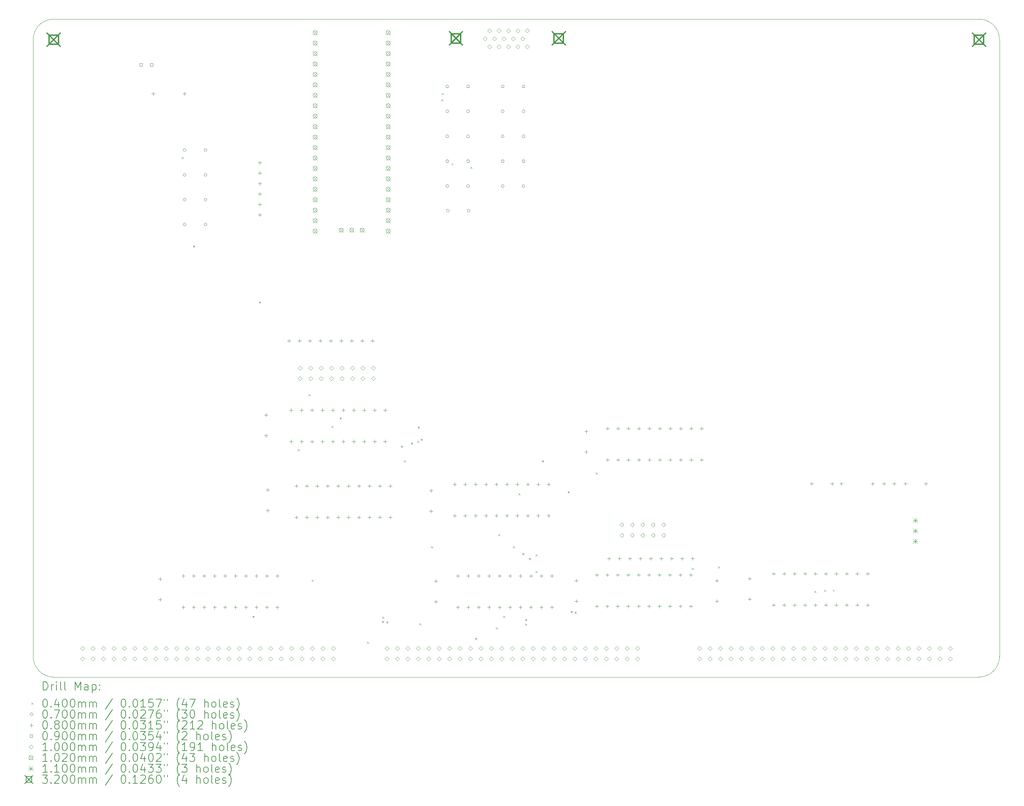
<source format=gbr>
%TF.GenerationSoftware,KiCad,Pcbnew,7.0.1*%
%TF.CreationDate,2024-12-08T14:30:28-06:00*%
%TF.ProjectId,input-output.MappedVideo,696e7075-742d-46f7-9574-7075742e4d61,V0.8*%
%TF.SameCoordinates,Original*%
%TF.FileFunction,Drillmap*%
%TF.FilePolarity,Positive*%
%FSLAX45Y45*%
G04 Gerber Fmt 4.5, Leading zero omitted, Abs format (unit mm)*
G04 Created by KiCad (PCBNEW 7.0.1) date 2024-12-08 14:30:28*
%MOMM*%
%LPD*%
G01*
G04 APERTURE LIST*
%ADD10C,0.050000*%
%ADD11C,0.200000*%
%ADD12C,0.040000*%
%ADD13C,0.070000*%
%ADD14C,0.080000*%
%ADD15C,0.090000*%
%ADD16C,0.100000*%
%ADD17C,0.102000*%
%ADD18C,0.110000*%
%ADD19C,0.320000*%
G04 APERTURE END LIST*
D10*
X3500000Y-7500000D02*
X3500000Y-22500000D01*
X4000000Y-23000000D02*
X26500000Y-23000000D01*
X27000000Y-22500000D02*
X27000000Y-7500000D01*
X26500000Y-7000000D02*
X4000000Y-7000000D01*
X27000000Y-7500000D02*
G75*
G03*
X26500000Y-7000000I-500000J0D01*
G01*
X3500000Y-22500000D02*
G75*
G03*
X4000000Y-23000000I500000J0D01*
G01*
X4000000Y-7000000D02*
G75*
G03*
X3500000Y-7500000I0J-500000D01*
G01*
X26500000Y-23000000D02*
G75*
G03*
X27000000Y-22500000I0J500000D01*
G01*
D11*
D12*
X7113030Y-10354820D02*
X7153030Y-10394820D01*
X7153030Y-10354820D02*
X7113030Y-10394820D01*
X7390950Y-12505570D02*
X7430950Y-12545570D01*
X7430950Y-12505570D02*
X7390950Y-12545570D01*
X8833210Y-21510800D02*
X8873210Y-21550800D01*
X8873210Y-21510800D02*
X8833210Y-21550800D01*
X8990310Y-13867680D02*
X9030310Y-13907680D01*
X9030310Y-13867680D02*
X8990310Y-13907680D01*
X9934700Y-17459970D02*
X9974700Y-17499970D01*
X9974700Y-17459970D02*
X9934700Y-17499970D01*
X10197100Y-16121140D02*
X10237100Y-16161140D01*
X10237100Y-16121140D02*
X10197100Y-16161140D01*
X10273900Y-20635050D02*
X10313900Y-20675050D01*
X10313900Y-20635050D02*
X10273900Y-20675050D01*
X10757240Y-16891460D02*
X10797240Y-16931460D01*
X10797240Y-16891460D02*
X10757240Y-16931460D01*
X10953860Y-16689680D02*
X10993860Y-16729680D01*
X10993860Y-16689680D02*
X10953860Y-16729680D01*
X11621790Y-22140290D02*
X11661790Y-22180290D01*
X11661790Y-22140290D02*
X11621790Y-22180290D01*
X11986420Y-21637320D02*
X12026420Y-21677320D01*
X12026420Y-21637320D02*
X11986420Y-21677320D01*
X11989230Y-21530280D02*
X12029230Y-21570280D01*
X12029230Y-21530280D02*
X11989230Y-21570280D01*
X12088610Y-21650850D02*
X12128610Y-21690850D01*
X12128610Y-21650850D02*
X12088610Y-21690850D01*
X12445140Y-17372660D02*
X12485140Y-17412660D01*
X12485140Y-17372660D02*
X12445140Y-17412660D01*
X12517920Y-17729970D02*
X12557920Y-17769970D01*
X12557920Y-17729970D02*
X12517920Y-17769970D01*
X12690810Y-17299790D02*
X12730810Y-17339790D01*
X12730810Y-17299790D02*
X12690810Y-17339790D01*
X12837130Y-17254960D02*
X12877130Y-17294960D01*
X12877130Y-17254960D02*
X12837130Y-17294960D01*
X12850840Y-16910520D02*
X12890840Y-16950520D01*
X12890840Y-16910520D02*
X12850840Y-16950520D01*
X12891520Y-21692810D02*
X12931520Y-21732810D01*
X12931520Y-21692810D02*
X12891520Y-21732810D01*
X12927660Y-17202460D02*
X12967660Y-17242460D01*
X12967660Y-17202460D02*
X12927660Y-17242460D01*
X13176780Y-19819870D02*
X13216780Y-19859870D01*
X13216780Y-19819870D02*
X13176780Y-19859870D01*
X13423100Y-8949710D02*
X13463100Y-8989710D01*
X13463100Y-8949710D02*
X13423100Y-8989710D01*
X13437960Y-8794900D02*
X13477960Y-8834900D01*
X13477960Y-8794900D02*
X13437960Y-8834900D01*
X13671600Y-10504110D02*
X13711600Y-10544110D01*
X13711600Y-10504110D02*
X13671600Y-10544110D01*
X14133530Y-10591340D02*
X14173530Y-10631340D01*
X14173530Y-10591340D02*
X14133530Y-10631340D01*
X14249040Y-22047240D02*
X14289040Y-22087240D01*
X14289040Y-22047240D02*
X14249040Y-22087240D01*
X14753410Y-21792540D02*
X14793410Y-21832540D01*
X14793410Y-21792540D02*
X14753410Y-21832540D01*
X14810000Y-19526320D02*
X14850000Y-19566320D01*
X14850000Y-19526320D02*
X14810000Y-19566320D01*
X14928300Y-21511610D02*
X14968300Y-21551610D01*
X14968300Y-21511610D02*
X14928300Y-21551610D01*
X15168950Y-19819870D02*
X15208950Y-19859870D01*
X15208950Y-19819870D02*
X15168950Y-19859870D01*
X15302440Y-18533130D02*
X15342440Y-18573130D01*
X15342440Y-18533130D02*
X15302440Y-18573130D01*
X15395400Y-19985330D02*
X15435400Y-20025330D01*
X15435400Y-19985330D02*
X15395400Y-20025330D01*
X15464290Y-21701130D02*
X15504290Y-21741130D01*
X15504290Y-21701130D02*
X15464290Y-21741130D01*
X15466770Y-21588890D02*
X15506770Y-21628890D01*
X15506770Y-21588890D02*
X15466770Y-21628890D01*
X15554400Y-20104120D02*
X15594400Y-20144120D01*
X15594400Y-20104120D02*
X15554400Y-20144120D01*
X15716640Y-20420300D02*
X15756640Y-20460300D01*
X15756640Y-20420300D02*
X15716640Y-20460300D01*
X15717730Y-20018570D02*
X15757730Y-20058570D01*
X15757730Y-20018570D02*
X15717730Y-20058570D01*
X15874340Y-17729970D02*
X15914340Y-17769970D01*
X15914340Y-17729970D02*
X15874340Y-17769970D01*
X16501040Y-18483630D02*
X16541040Y-18523630D01*
X16541040Y-18483630D02*
X16501040Y-18523630D01*
X16570170Y-21392590D02*
X16610170Y-21432590D01*
X16610170Y-21392590D02*
X16570170Y-21432590D01*
X16670190Y-21413260D02*
X16710190Y-21453260D01*
X16710190Y-21413260D02*
X16670190Y-21453260D01*
X17181070Y-18027780D02*
X17221070Y-18067780D01*
X17221070Y-18027780D02*
X17181070Y-18067780D01*
X19519800Y-20343870D02*
X19559800Y-20383870D01*
X19559800Y-20343870D02*
X19519800Y-20383870D01*
X20154590Y-20313530D02*
X20194590Y-20353530D01*
X20194590Y-20313530D02*
X20154590Y-20353530D01*
X22501060Y-20903980D02*
X22541060Y-20943980D01*
X22541060Y-20903980D02*
X22501060Y-20943980D01*
X22738620Y-20881480D02*
X22778620Y-20921480D01*
X22778620Y-20881480D02*
X22738620Y-20921480D01*
X22943740Y-20875980D02*
X22983740Y-20915980D01*
X22983740Y-20875980D02*
X22943740Y-20915980D01*
D13*
X7218000Y-10185700D02*
G75*
G03*
X7218000Y-10185700I-35000J0D01*
G01*
X7218000Y-10788370D02*
G75*
G03*
X7218000Y-10788370I-35000J0D01*
G01*
X7218000Y-11391040D02*
G75*
G03*
X7218000Y-11391040I-35000J0D01*
G01*
X7218000Y-11993710D02*
G75*
G03*
X7218000Y-11993710I-35000J0D01*
G01*
X7726000Y-10185700D02*
G75*
G03*
X7726000Y-10185700I-35000J0D01*
G01*
X7726000Y-10788370D02*
G75*
G03*
X7726000Y-10788370I-35000J0D01*
G01*
X7726000Y-11391040D02*
G75*
G03*
X7726000Y-11391040I-35000J0D01*
G01*
X7726000Y-11993710D02*
G75*
G03*
X7726000Y-11993710I-35000J0D01*
G01*
X13606100Y-8636300D02*
G75*
G03*
X13606100Y-8636300I-35000J0D01*
G01*
X13606100Y-9242720D02*
G75*
G03*
X13606100Y-9242720I-35000J0D01*
G01*
X13606100Y-9849150D02*
G75*
G03*
X13606100Y-9849150I-35000J0D01*
G01*
X13606100Y-10455570D02*
G75*
G03*
X13606100Y-10455570I-35000J0D01*
G01*
X13606100Y-11062000D02*
G75*
G03*
X13606100Y-11062000I-35000J0D01*
G01*
X13618800Y-11658900D02*
G75*
G03*
X13618800Y-11658900I-35000J0D01*
G01*
X14114100Y-8636300D02*
G75*
G03*
X14114100Y-8636300I-35000J0D01*
G01*
X14114100Y-9242720D02*
G75*
G03*
X14114100Y-9242720I-35000J0D01*
G01*
X14114100Y-9849150D02*
G75*
G03*
X14114100Y-9849150I-35000J0D01*
G01*
X14114100Y-10455570D02*
G75*
G03*
X14114100Y-10455570I-35000J0D01*
G01*
X14114100Y-11062000D02*
G75*
G03*
X14114100Y-11062000I-35000J0D01*
G01*
X14126800Y-11658900D02*
G75*
G03*
X14126800Y-11658900I-35000J0D01*
G01*
X14952300Y-8636300D02*
G75*
G03*
X14952300Y-8636300I-35000J0D01*
G01*
X14952300Y-9242720D02*
G75*
G03*
X14952300Y-9242720I-35000J0D01*
G01*
X14952300Y-9849150D02*
G75*
G03*
X14952300Y-9849150I-35000J0D01*
G01*
X14952300Y-10455570D02*
G75*
G03*
X14952300Y-10455570I-35000J0D01*
G01*
X14952300Y-11062000D02*
G75*
G03*
X14952300Y-11062000I-35000J0D01*
G01*
X15460300Y-8636300D02*
G75*
G03*
X15460300Y-8636300I-35000J0D01*
G01*
X15460300Y-9242720D02*
G75*
G03*
X15460300Y-9242720I-35000J0D01*
G01*
X15460300Y-9849150D02*
G75*
G03*
X15460300Y-9849150I-35000J0D01*
G01*
X15460300Y-10455570D02*
G75*
G03*
X15460300Y-10455570I-35000J0D01*
G01*
X15460300Y-11062000D02*
G75*
G03*
X15460300Y-11062000I-35000J0D01*
G01*
D14*
X6421000Y-8772000D02*
X6421000Y-8852000D01*
X6381000Y-8812000D02*
X6461000Y-8812000D01*
X6586100Y-20576400D02*
X6586100Y-20656400D01*
X6546100Y-20616400D02*
X6626100Y-20616400D01*
X6586100Y-21076400D02*
X6586100Y-21156400D01*
X6546100Y-21116400D02*
X6626100Y-21116400D01*
X7150000Y-20498000D02*
X7150000Y-20578000D01*
X7110000Y-20538000D02*
X7190000Y-20538000D01*
X7150000Y-21260000D02*
X7150000Y-21340000D01*
X7110000Y-21300000D02*
X7190000Y-21300000D01*
X7183000Y-8772000D02*
X7183000Y-8852000D01*
X7143000Y-8812000D02*
X7223000Y-8812000D01*
X7404000Y-20498000D02*
X7404000Y-20578000D01*
X7364000Y-20538000D02*
X7444000Y-20538000D01*
X7404000Y-21260000D02*
X7404000Y-21340000D01*
X7364000Y-21300000D02*
X7444000Y-21300000D01*
X7658000Y-20498000D02*
X7658000Y-20578000D01*
X7618000Y-20538000D02*
X7698000Y-20538000D01*
X7658000Y-21260000D02*
X7658000Y-21340000D01*
X7618000Y-21300000D02*
X7698000Y-21300000D01*
X7912000Y-20498000D02*
X7912000Y-20578000D01*
X7872000Y-20538000D02*
X7952000Y-20538000D01*
X7912000Y-21260000D02*
X7912000Y-21340000D01*
X7872000Y-21300000D02*
X7952000Y-21300000D01*
X8166000Y-20498000D02*
X8166000Y-20578000D01*
X8126000Y-20538000D02*
X8206000Y-20538000D01*
X8166000Y-21260000D02*
X8166000Y-21340000D01*
X8126000Y-21300000D02*
X8206000Y-21300000D01*
X8420000Y-20498000D02*
X8420000Y-20578000D01*
X8380000Y-20538000D02*
X8460000Y-20538000D01*
X8420000Y-21260000D02*
X8420000Y-21340000D01*
X8380000Y-21300000D02*
X8460000Y-21300000D01*
X8674000Y-20498000D02*
X8674000Y-20578000D01*
X8634000Y-20538000D02*
X8714000Y-20538000D01*
X8674000Y-21260000D02*
X8674000Y-21340000D01*
X8634000Y-21300000D02*
X8714000Y-21300000D01*
X8928000Y-20498000D02*
X8928000Y-20578000D01*
X8888000Y-20538000D02*
X8968000Y-20538000D01*
X8928000Y-21260000D02*
X8928000Y-21340000D01*
X8888000Y-21300000D02*
X8968000Y-21300000D01*
X9011800Y-10450500D02*
X9011800Y-10530500D01*
X8971800Y-10490500D02*
X9051800Y-10490500D01*
X9011800Y-10704500D02*
X9011800Y-10784500D01*
X8971800Y-10744500D02*
X9051800Y-10744500D01*
X9011800Y-10958500D02*
X9011800Y-11038500D01*
X8971800Y-10998500D02*
X9051800Y-10998500D01*
X9011800Y-11212500D02*
X9011800Y-11292500D01*
X8971800Y-11252500D02*
X9051800Y-11252500D01*
X9011800Y-11466500D02*
X9011800Y-11546500D01*
X8971800Y-11506500D02*
X9051800Y-11506500D01*
X9011800Y-11720500D02*
X9011800Y-11800500D01*
X8971800Y-11760500D02*
X9051800Y-11760500D01*
X9164200Y-16588600D02*
X9164200Y-16668600D01*
X9124200Y-16628600D02*
X9204200Y-16628600D01*
X9164200Y-17088600D02*
X9164200Y-17168600D01*
X9124200Y-17128600D02*
X9204200Y-17128600D01*
X9182000Y-20498000D02*
X9182000Y-20578000D01*
X9142000Y-20538000D02*
X9222000Y-20538000D01*
X9182000Y-21260000D02*
X9182000Y-21340000D01*
X9142000Y-21300000D02*
X9222000Y-21300000D01*
X9202300Y-18408700D02*
X9202300Y-18488700D01*
X9162300Y-18448700D02*
X9242300Y-18448700D01*
X9202300Y-18908700D02*
X9202300Y-18988700D01*
X9162300Y-18948700D02*
X9242300Y-18948700D01*
X9436000Y-20498000D02*
X9436000Y-20578000D01*
X9396000Y-20538000D02*
X9476000Y-20538000D01*
X9436000Y-21260000D02*
X9436000Y-21340000D01*
X9396000Y-21300000D02*
X9476000Y-21300000D01*
X9723000Y-14781200D02*
X9723000Y-14861200D01*
X9683000Y-14821200D02*
X9763000Y-14821200D01*
X9773800Y-16470300D02*
X9773800Y-16550300D01*
X9733800Y-16510300D02*
X9813800Y-16510300D01*
X9773800Y-17232300D02*
X9773800Y-17312300D01*
X9733800Y-17272300D02*
X9813800Y-17272300D01*
X9900800Y-18311800D02*
X9900800Y-18391800D01*
X9860800Y-18351800D02*
X9940800Y-18351800D01*
X9900800Y-19073800D02*
X9900800Y-19153800D01*
X9860800Y-19113800D02*
X9940800Y-19113800D01*
X9977000Y-14781200D02*
X9977000Y-14861200D01*
X9937000Y-14821200D02*
X10017000Y-14821200D01*
X10027800Y-16470300D02*
X10027800Y-16550300D01*
X9987800Y-16510300D02*
X10067800Y-16510300D01*
X10027800Y-17232300D02*
X10027800Y-17312300D01*
X9987800Y-17272300D02*
X10067800Y-17272300D01*
X10154800Y-18311800D02*
X10154800Y-18391800D01*
X10114800Y-18351800D02*
X10194800Y-18351800D01*
X10154800Y-19073800D02*
X10154800Y-19153800D01*
X10114800Y-19113800D02*
X10194800Y-19113800D01*
X10231000Y-14781200D02*
X10231000Y-14861200D01*
X10191000Y-14821200D02*
X10271000Y-14821200D01*
X10281800Y-16470300D02*
X10281800Y-16550300D01*
X10241800Y-16510300D02*
X10321800Y-16510300D01*
X10281800Y-17232300D02*
X10281800Y-17312300D01*
X10241800Y-17272300D02*
X10321800Y-17272300D01*
X10408800Y-18311800D02*
X10408800Y-18391800D01*
X10368800Y-18351800D02*
X10448800Y-18351800D01*
X10408800Y-19073800D02*
X10408800Y-19153800D01*
X10368800Y-19113800D02*
X10448800Y-19113800D01*
X10485000Y-14781200D02*
X10485000Y-14861200D01*
X10445000Y-14821200D02*
X10525000Y-14821200D01*
X10535800Y-16470300D02*
X10535800Y-16550300D01*
X10495800Y-16510300D02*
X10575800Y-16510300D01*
X10535800Y-17232300D02*
X10535800Y-17312300D01*
X10495800Y-17272300D02*
X10575800Y-17272300D01*
X10662800Y-18311800D02*
X10662800Y-18391800D01*
X10622800Y-18351800D02*
X10702800Y-18351800D01*
X10662800Y-19073800D02*
X10662800Y-19153800D01*
X10622800Y-19113800D02*
X10702800Y-19113800D01*
X10739000Y-14781200D02*
X10739000Y-14861200D01*
X10699000Y-14821200D02*
X10779000Y-14821200D01*
X10789800Y-16470300D02*
X10789800Y-16550300D01*
X10749800Y-16510300D02*
X10829800Y-16510300D01*
X10789800Y-17232300D02*
X10789800Y-17312300D01*
X10749800Y-17272300D02*
X10829800Y-17272300D01*
X10916800Y-18311800D02*
X10916800Y-18391800D01*
X10876800Y-18351800D02*
X10956800Y-18351800D01*
X10916800Y-19073800D02*
X10916800Y-19153800D01*
X10876800Y-19113800D02*
X10956800Y-19113800D01*
X10993000Y-14781200D02*
X10993000Y-14861200D01*
X10953000Y-14821200D02*
X11033000Y-14821200D01*
X11043800Y-16470300D02*
X11043800Y-16550300D01*
X11003800Y-16510300D02*
X11083800Y-16510300D01*
X11043800Y-17232300D02*
X11043800Y-17312300D01*
X11003800Y-17272300D02*
X11083800Y-17272300D01*
X11170800Y-18311800D02*
X11170800Y-18391800D01*
X11130800Y-18351800D02*
X11210800Y-18351800D01*
X11170800Y-19073800D02*
X11170800Y-19153800D01*
X11130800Y-19113800D02*
X11210800Y-19113800D01*
X11247000Y-14781200D02*
X11247000Y-14861200D01*
X11207000Y-14821200D02*
X11287000Y-14821200D01*
X11297800Y-16470300D02*
X11297800Y-16550300D01*
X11257800Y-16510300D02*
X11337800Y-16510300D01*
X11297800Y-17232300D02*
X11297800Y-17312300D01*
X11257800Y-17272300D02*
X11337800Y-17272300D01*
X11424800Y-18311800D02*
X11424800Y-18391800D01*
X11384800Y-18351800D02*
X11464800Y-18351800D01*
X11424800Y-19073800D02*
X11424800Y-19153800D01*
X11384800Y-19113800D02*
X11464800Y-19113800D01*
X11501000Y-14781200D02*
X11501000Y-14861200D01*
X11461000Y-14821200D02*
X11541000Y-14821200D01*
X11551800Y-16470300D02*
X11551800Y-16550300D01*
X11511800Y-16510300D02*
X11591800Y-16510300D01*
X11551800Y-17232300D02*
X11551800Y-17312300D01*
X11511800Y-17272300D02*
X11591800Y-17272300D01*
X11678800Y-18311800D02*
X11678800Y-18391800D01*
X11638800Y-18351800D02*
X11718800Y-18351800D01*
X11678800Y-19073800D02*
X11678800Y-19153800D01*
X11638800Y-19113800D02*
X11718800Y-19113800D01*
X11755000Y-14781200D02*
X11755000Y-14861200D01*
X11715000Y-14821200D02*
X11795000Y-14821200D01*
X11805800Y-16470300D02*
X11805800Y-16550300D01*
X11765800Y-16510300D02*
X11845800Y-16510300D01*
X11805800Y-17232300D02*
X11805800Y-17312300D01*
X11765800Y-17272300D02*
X11845800Y-17272300D01*
X11932800Y-18311800D02*
X11932800Y-18391800D01*
X11892800Y-18351800D02*
X11972800Y-18351800D01*
X11932800Y-19073800D02*
X11932800Y-19153800D01*
X11892800Y-19113800D02*
X11972800Y-19113800D01*
X12059800Y-16470300D02*
X12059800Y-16550300D01*
X12019800Y-16510300D02*
X12099800Y-16510300D01*
X12059800Y-17232300D02*
X12059800Y-17312300D01*
X12019800Y-17272300D02*
X12099800Y-17272300D01*
X12186800Y-18311800D02*
X12186800Y-18391800D01*
X12146800Y-18351800D02*
X12226800Y-18351800D01*
X12186800Y-19073800D02*
X12186800Y-19153800D01*
X12146800Y-19113800D02*
X12226800Y-19113800D01*
X13177400Y-18426100D02*
X13177400Y-18506100D01*
X13137400Y-18466100D02*
X13217400Y-18466100D01*
X13177400Y-18926100D02*
X13177400Y-19006100D01*
X13137400Y-18966100D02*
X13217400Y-18966100D01*
X13291700Y-20627200D02*
X13291700Y-20707200D01*
X13251700Y-20667200D02*
X13331700Y-20667200D01*
X13291700Y-21127200D02*
X13291700Y-21207200D01*
X13251700Y-21167200D02*
X13331700Y-21167200D01*
X13748900Y-18273700D02*
X13748900Y-18353700D01*
X13708900Y-18313700D02*
X13788900Y-18313700D01*
X13748900Y-19035700D02*
X13748900Y-19115700D01*
X13708900Y-19075700D02*
X13788900Y-19075700D01*
X13825000Y-20498000D02*
X13825000Y-20578000D01*
X13785000Y-20538000D02*
X13865000Y-20538000D01*
X13825000Y-21260000D02*
X13825000Y-21340000D01*
X13785000Y-21300000D02*
X13865000Y-21300000D01*
X14002900Y-18273700D02*
X14002900Y-18353700D01*
X13962900Y-18313700D02*
X14042900Y-18313700D01*
X14002900Y-19035700D02*
X14002900Y-19115700D01*
X13962900Y-19075700D02*
X14042900Y-19075700D01*
X14079000Y-20498000D02*
X14079000Y-20578000D01*
X14039000Y-20538000D02*
X14119000Y-20538000D01*
X14079000Y-21260000D02*
X14079000Y-21340000D01*
X14039000Y-21300000D02*
X14119000Y-21300000D01*
X14256900Y-18273700D02*
X14256900Y-18353700D01*
X14216900Y-18313700D02*
X14296900Y-18313700D01*
X14256900Y-19035700D02*
X14256900Y-19115700D01*
X14216900Y-19075700D02*
X14296900Y-19075700D01*
X14333000Y-20498000D02*
X14333000Y-20578000D01*
X14293000Y-20538000D02*
X14373000Y-20538000D01*
X14333000Y-21260000D02*
X14333000Y-21340000D01*
X14293000Y-21300000D02*
X14373000Y-21300000D01*
X14510900Y-18273700D02*
X14510900Y-18353700D01*
X14470900Y-18313700D02*
X14550900Y-18313700D01*
X14510900Y-19035700D02*
X14510900Y-19115700D01*
X14470900Y-19075700D02*
X14550900Y-19075700D01*
X14587000Y-20498000D02*
X14587000Y-20578000D01*
X14547000Y-20538000D02*
X14627000Y-20538000D01*
X14587000Y-21260000D02*
X14587000Y-21340000D01*
X14547000Y-21300000D02*
X14627000Y-21300000D01*
X14764900Y-18273700D02*
X14764900Y-18353700D01*
X14724900Y-18313700D02*
X14804900Y-18313700D01*
X14764900Y-19035700D02*
X14764900Y-19115700D01*
X14724900Y-19075700D02*
X14804900Y-19075700D01*
X14841000Y-20498000D02*
X14841000Y-20578000D01*
X14801000Y-20538000D02*
X14881000Y-20538000D01*
X14841000Y-21260000D02*
X14841000Y-21340000D01*
X14801000Y-21300000D02*
X14881000Y-21300000D01*
X15018900Y-18273700D02*
X15018900Y-18353700D01*
X14978900Y-18313700D02*
X15058900Y-18313700D01*
X15018900Y-19035700D02*
X15018900Y-19115700D01*
X14978900Y-19075700D02*
X15058900Y-19075700D01*
X15095000Y-20498000D02*
X15095000Y-20578000D01*
X15055000Y-20538000D02*
X15135000Y-20538000D01*
X15095000Y-21260000D02*
X15095000Y-21340000D01*
X15055000Y-21300000D02*
X15135000Y-21300000D01*
X15272900Y-18273700D02*
X15272900Y-18353700D01*
X15232900Y-18313700D02*
X15312900Y-18313700D01*
X15272900Y-19035700D02*
X15272900Y-19115700D01*
X15232900Y-19075700D02*
X15312900Y-19075700D01*
X15349000Y-20498000D02*
X15349000Y-20578000D01*
X15309000Y-20538000D02*
X15389000Y-20538000D01*
X15349000Y-21260000D02*
X15349000Y-21340000D01*
X15309000Y-21300000D02*
X15389000Y-21300000D01*
X15526900Y-18273700D02*
X15526900Y-18353700D01*
X15486900Y-18313700D02*
X15566900Y-18313700D01*
X15526900Y-19035700D02*
X15526900Y-19115700D01*
X15486900Y-19075700D02*
X15566900Y-19075700D01*
X15603000Y-20498000D02*
X15603000Y-20578000D01*
X15563000Y-20538000D02*
X15643000Y-20538000D01*
X15603000Y-21260000D02*
X15603000Y-21340000D01*
X15563000Y-21300000D02*
X15643000Y-21300000D01*
X15780900Y-18273700D02*
X15780900Y-18353700D01*
X15740900Y-18313700D02*
X15820900Y-18313700D01*
X15780900Y-19035700D02*
X15780900Y-19115700D01*
X15740900Y-19075700D02*
X15820900Y-19075700D01*
X15857000Y-20498000D02*
X15857000Y-20578000D01*
X15817000Y-20538000D02*
X15897000Y-20538000D01*
X15857000Y-21260000D02*
X15857000Y-21340000D01*
X15817000Y-21300000D02*
X15897000Y-21300000D01*
X16034900Y-18273700D02*
X16034900Y-18353700D01*
X15994900Y-18313700D02*
X16074900Y-18313700D01*
X16034900Y-19035700D02*
X16034900Y-19115700D01*
X15994900Y-19075700D02*
X16074900Y-19075700D01*
X16111000Y-20498000D02*
X16111000Y-20578000D01*
X16071000Y-20538000D02*
X16151000Y-20538000D01*
X16111000Y-21260000D02*
X16111000Y-21340000D01*
X16071000Y-21300000D02*
X16151000Y-21300000D01*
X16708000Y-20614500D02*
X16708000Y-20694500D01*
X16668000Y-20654500D02*
X16748000Y-20654500D01*
X16708000Y-21114500D02*
X16708000Y-21194500D01*
X16668000Y-21154500D02*
X16748000Y-21154500D01*
X16949300Y-16986300D02*
X16949300Y-17066300D01*
X16909300Y-17026300D02*
X16989300Y-17026300D01*
X16949300Y-17486300D02*
X16949300Y-17566300D01*
X16909300Y-17526300D02*
X16989300Y-17526300D01*
X17207500Y-20478000D02*
X17207500Y-20558000D01*
X17167500Y-20518000D02*
X17247500Y-20518000D01*
X17207500Y-21240000D02*
X17207500Y-21320000D01*
X17167500Y-21280000D02*
X17247500Y-21280000D01*
X17461500Y-20478000D02*
X17461500Y-20558000D01*
X17421500Y-20518000D02*
X17501500Y-20518000D01*
X17461500Y-21240000D02*
X17461500Y-21320000D01*
X17421500Y-21280000D02*
X17501500Y-21280000D01*
X17470000Y-16914800D02*
X17470000Y-16994800D01*
X17430000Y-16954800D02*
X17510000Y-16954800D01*
X17470000Y-17676800D02*
X17470000Y-17756800D01*
X17430000Y-17716800D02*
X17510000Y-17716800D01*
X17502500Y-20080000D02*
X17502500Y-20160000D01*
X17462500Y-20120000D02*
X17542500Y-20120000D01*
X17715500Y-20478000D02*
X17715500Y-20558000D01*
X17675500Y-20518000D02*
X17755500Y-20518000D01*
X17715500Y-21240000D02*
X17715500Y-21320000D01*
X17675500Y-21280000D02*
X17755500Y-21280000D01*
X17724000Y-16914800D02*
X17724000Y-16994800D01*
X17684000Y-16954800D02*
X17764000Y-16954800D01*
X17724000Y-17676800D02*
X17724000Y-17756800D01*
X17684000Y-17716800D02*
X17764000Y-17716800D01*
X17756500Y-20080000D02*
X17756500Y-20160000D01*
X17716500Y-20120000D02*
X17796500Y-20120000D01*
X17969500Y-20478000D02*
X17969500Y-20558000D01*
X17929500Y-20518000D02*
X18009500Y-20518000D01*
X17969500Y-21240000D02*
X17969500Y-21320000D01*
X17929500Y-21280000D02*
X18009500Y-21280000D01*
X17978000Y-16914800D02*
X17978000Y-16994800D01*
X17938000Y-16954800D02*
X18018000Y-16954800D01*
X17978000Y-17676800D02*
X17978000Y-17756800D01*
X17938000Y-17716800D02*
X18018000Y-17716800D01*
X18010500Y-20080000D02*
X18010500Y-20160000D01*
X17970500Y-20120000D02*
X18050500Y-20120000D01*
X18223500Y-20478000D02*
X18223500Y-20558000D01*
X18183500Y-20518000D02*
X18263500Y-20518000D01*
X18223500Y-21240000D02*
X18223500Y-21320000D01*
X18183500Y-21280000D02*
X18263500Y-21280000D01*
X18232000Y-16914800D02*
X18232000Y-16994800D01*
X18192000Y-16954800D02*
X18272000Y-16954800D01*
X18232000Y-17676800D02*
X18232000Y-17756800D01*
X18192000Y-17716800D02*
X18272000Y-17716800D01*
X18264500Y-20080000D02*
X18264500Y-20160000D01*
X18224500Y-20120000D02*
X18304500Y-20120000D01*
X18477500Y-20478000D02*
X18477500Y-20558000D01*
X18437500Y-20518000D02*
X18517500Y-20518000D01*
X18477500Y-21240000D02*
X18477500Y-21320000D01*
X18437500Y-21280000D02*
X18517500Y-21280000D01*
X18486000Y-16914800D02*
X18486000Y-16994800D01*
X18446000Y-16954800D02*
X18526000Y-16954800D01*
X18486000Y-17676800D02*
X18486000Y-17756800D01*
X18446000Y-17716800D02*
X18526000Y-17716800D01*
X18518500Y-20080000D02*
X18518500Y-20160000D01*
X18478500Y-20120000D02*
X18558500Y-20120000D01*
X18731500Y-20478000D02*
X18731500Y-20558000D01*
X18691500Y-20518000D02*
X18771500Y-20518000D01*
X18731500Y-21240000D02*
X18731500Y-21320000D01*
X18691500Y-21280000D02*
X18771500Y-21280000D01*
X18740000Y-16914800D02*
X18740000Y-16994800D01*
X18700000Y-16954800D02*
X18780000Y-16954800D01*
X18740000Y-17676800D02*
X18740000Y-17756800D01*
X18700000Y-17716800D02*
X18780000Y-17716800D01*
X18772500Y-20080000D02*
X18772500Y-20160000D01*
X18732500Y-20120000D02*
X18812500Y-20120000D01*
X18985500Y-20478000D02*
X18985500Y-20558000D01*
X18945500Y-20518000D02*
X19025500Y-20518000D01*
X18985500Y-21240000D02*
X18985500Y-21320000D01*
X18945500Y-21280000D02*
X19025500Y-21280000D01*
X18994000Y-16914800D02*
X18994000Y-16994800D01*
X18954000Y-16954800D02*
X19034000Y-16954800D01*
X18994000Y-17676800D02*
X18994000Y-17756800D01*
X18954000Y-17716800D02*
X19034000Y-17716800D01*
X19026500Y-20080000D02*
X19026500Y-20160000D01*
X18986500Y-20120000D02*
X19066500Y-20120000D01*
X19239500Y-20478000D02*
X19239500Y-20558000D01*
X19199500Y-20518000D02*
X19279500Y-20518000D01*
X19239500Y-21240000D02*
X19239500Y-21320000D01*
X19199500Y-21280000D02*
X19279500Y-21280000D01*
X19248000Y-16914800D02*
X19248000Y-16994800D01*
X19208000Y-16954800D02*
X19288000Y-16954800D01*
X19248000Y-17676800D02*
X19248000Y-17756800D01*
X19208000Y-17716800D02*
X19288000Y-17716800D01*
X19280500Y-20080000D02*
X19280500Y-20160000D01*
X19240500Y-20120000D02*
X19320500Y-20120000D01*
X19493500Y-20478000D02*
X19493500Y-20558000D01*
X19453500Y-20518000D02*
X19533500Y-20518000D01*
X19493500Y-21240000D02*
X19493500Y-21320000D01*
X19453500Y-21280000D02*
X19533500Y-21280000D01*
X19502000Y-16914800D02*
X19502000Y-16994800D01*
X19462000Y-16954800D02*
X19542000Y-16954800D01*
X19502000Y-17676800D02*
X19502000Y-17756800D01*
X19462000Y-17716800D02*
X19542000Y-17716800D01*
X19534500Y-20080000D02*
X19534500Y-20160000D01*
X19494500Y-20120000D02*
X19574500Y-20120000D01*
X19756000Y-16914800D02*
X19756000Y-16994800D01*
X19716000Y-16954800D02*
X19796000Y-16954800D01*
X19756000Y-17676800D02*
X19756000Y-17756800D01*
X19716000Y-17716800D02*
X19796000Y-17716800D01*
X20124300Y-20614500D02*
X20124300Y-20694500D01*
X20084300Y-20654500D02*
X20164300Y-20654500D01*
X20124300Y-21114500D02*
X20124300Y-21194500D01*
X20084300Y-21154500D02*
X20164300Y-21154500D01*
X20924400Y-20563700D02*
X20924400Y-20643700D01*
X20884400Y-20603700D02*
X20964400Y-20603700D01*
X20924400Y-21063700D02*
X20924400Y-21143700D01*
X20884400Y-21103700D02*
X20964400Y-21103700D01*
X21508600Y-20445400D02*
X21508600Y-20525400D01*
X21468600Y-20485400D02*
X21548600Y-20485400D01*
X21508600Y-21207400D02*
X21508600Y-21287400D01*
X21468600Y-21247400D02*
X21548600Y-21247400D01*
X21762600Y-20445400D02*
X21762600Y-20525400D01*
X21722600Y-20485400D02*
X21802600Y-20485400D01*
X21762600Y-21207400D02*
X21762600Y-21287400D01*
X21722600Y-21247400D02*
X21802600Y-21247400D01*
X22016600Y-20445400D02*
X22016600Y-20525400D01*
X21976600Y-20485400D02*
X22056600Y-20485400D01*
X22016600Y-21207400D02*
X22016600Y-21287400D01*
X21976600Y-21247400D02*
X22056600Y-21247400D01*
X22270600Y-20445400D02*
X22270600Y-20525400D01*
X22230600Y-20485400D02*
X22310600Y-20485400D01*
X22270600Y-21207400D02*
X22270600Y-21287400D01*
X22230600Y-21247400D02*
X22310600Y-21247400D01*
X22430000Y-18260000D02*
X22430000Y-18340000D01*
X22390000Y-18300000D02*
X22470000Y-18300000D01*
X22524600Y-20445400D02*
X22524600Y-20525400D01*
X22484600Y-20485400D02*
X22564600Y-20485400D01*
X22524600Y-21207400D02*
X22524600Y-21287400D01*
X22484600Y-21247400D02*
X22564600Y-21247400D01*
X22778600Y-20445400D02*
X22778600Y-20525400D01*
X22738600Y-20485400D02*
X22818600Y-20485400D01*
X22778600Y-21207400D02*
X22778600Y-21287400D01*
X22738600Y-21247400D02*
X22818600Y-21247400D01*
X22930000Y-18260000D02*
X22930000Y-18340000D01*
X22890000Y-18300000D02*
X22970000Y-18300000D01*
X23032600Y-20445400D02*
X23032600Y-20525400D01*
X22992600Y-20485400D02*
X23072600Y-20485400D01*
X23032600Y-21207400D02*
X23032600Y-21287400D01*
X22992600Y-21247400D02*
X23072600Y-21247400D01*
X23154000Y-18260000D02*
X23154000Y-18340000D01*
X23114000Y-18300000D02*
X23194000Y-18300000D01*
X23286600Y-20445400D02*
X23286600Y-20525400D01*
X23246600Y-20485400D02*
X23326600Y-20485400D01*
X23286600Y-21207400D02*
X23286600Y-21287400D01*
X23246600Y-21247400D02*
X23326600Y-21247400D01*
X23540600Y-20445400D02*
X23540600Y-20525400D01*
X23500600Y-20485400D02*
X23580600Y-20485400D01*
X23540600Y-21207400D02*
X23540600Y-21287400D01*
X23500600Y-21247400D02*
X23580600Y-21247400D01*
X23794600Y-20445400D02*
X23794600Y-20525400D01*
X23754600Y-20485400D02*
X23834600Y-20485400D01*
X23794600Y-21207400D02*
X23794600Y-21287400D01*
X23754600Y-21247400D02*
X23834600Y-21247400D01*
X23916000Y-18260000D02*
X23916000Y-18340000D01*
X23876000Y-18300000D02*
X23956000Y-18300000D01*
X24188470Y-18260000D02*
X24188470Y-18340000D01*
X24148470Y-18300000D02*
X24228470Y-18300000D01*
X24438470Y-18260000D02*
X24438470Y-18340000D01*
X24398470Y-18300000D02*
X24478470Y-18300000D01*
X24710000Y-18260000D02*
X24710000Y-18340000D01*
X24670000Y-18300000D02*
X24750000Y-18300000D01*
X25210000Y-18260000D02*
X25210000Y-18340000D01*
X25170000Y-18300000D02*
X25250000Y-18300000D01*
D15*
X6154820Y-8141820D02*
X6154820Y-8078180D01*
X6091180Y-8078180D01*
X6091180Y-8141820D01*
X6154820Y-8141820D01*
X6408820Y-8141820D02*
X6408820Y-8078180D01*
X6345180Y-8078180D01*
X6345180Y-8141820D01*
X6408820Y-8141820D01*
D16*
X4704000Y-22350000D02*
X4754000Y-22300000D01*
X4704000Y-22250000D01*
X4654000Y-22300000D01*
X4704000Y-22350000D01*
X4704000Y-22604000D02*
X4754000Y-22554000D01*
X4704000Y-22504000D01*
X4654000Y-22554000D01*
X4704000Y-22604000D01*
X4958000Y-22350000D02*
X5008000Y-22300000D01*
X4958000Y-22250000D01*
X4908000Y-22300000D01*
X4958000Y-22350000D01*
X4958000Y-22604000D02*
X5008000Y-22554000D01*
X4958000Y-22504000D01*
X4908000Y-22554000D01*
X4958000Y-22604000D01*
X5212000Y-22350000D02*
X5262000Y-22300000D01*
X5212000Y-22250000D01*
X5162000Y-22300000D01*
X5212000Y-22350000D01*
X5212000Y-22604000D02*
X5262000Y-22554000D01*
X5212000Y-22504000D01*
X5162000Y-22554000D01*
X5212000Y-22604000D01*
X5466000Y-22350000D02*
X5516000Y-22300000D01*
X5466000Y-22250000D01*
X5416000Y-22300000D01*
X5466000Y-22350000D01*
X5466000Y-22604000D02*
X5516000Y-22554000D01*
X5466000Y-22504000D01*
X5416000Y-22554000D01*
X5466000Y-22604000D01*
X5720000Y-22350000D02*
X5770000Y-22300000D01*
X5720000Y-22250000D01*
X5670000Y-22300000D01*
X5720000Y-22350000D01*
X5720000Y-22604000D02*
X5770000Y-22554000D01*
X5720000Y-22504000D01*
X5670000Y-22554000D01*
X5720000Y-22604000D01*
X5974000Y-22350000D02*
X6024000Y-22300000D01*
X5974000Y-22250000D01*
X5924000Y-22300000D01*
X5974000Y-22350000D01*
X5974000Y-22604000D02*
X6024000Y-22554000D01*
X5974000Y-22504000D01*
X5924000Y-22554000D01*
X5974000Y-22604000D01*
X6228000Y-22350000D02*
X6278000Y-22300000D01*
X6228000Y-22250000D01*
X6178000Y-22300000D01*
X6228000Y-22350000D01*
X6228000Y-22604000D02*
X6278000Y-22554000D01*
X6228000Y-22504000D01*
X6178000Y-22554000D01*
X6228000Y-22604000D01*
X6482000Y-22350000D02*
X6532000Y-22300000D01*
X6482000Y-22250000D01*
X6432000Y-22300000D01*
X6482000Y-22350000D01*
X6482000Y-22604000D02*
X6532000Y-22554000D01*
X6482000Y-22504000D01*
X6432000Y-22554000D01*
X6482000Y-22604000D01*
X6736000Y-22350000D02*
X6786000Y-22300000D01*
X6736000Y-22250000D01*
X6686000Y-22300000D01*
X6736000Y-22350000D01*
X6736000Y-22604000D02*
X6786000Y-22554000D01*
X6736000Y-22504000D01*
X6686000Y-22554000D01*
X6736000Y-22604000D01*
X6990000Y-22350000D02*
X7040000Y-22300000D01*
X6990000Y-22250000D01*
X6940000Y-22300000D01*
X6990000Y-22350000D01*
X6990000Y-22604000D02*
X7040000Y-22554000D01*
X6990000Y-22504000D01*
X6940000Y-22554000D01*
X6990000Y-22604000D01*
X7244000Y-22350000D02*
X7294000Y-22300000D01*
X7244000Y-22250000D01*
X7194000Y-22300000D01*
X7244000Y-22350000D01*
X7244000Y-22604000D02*
X7294000Y-22554000D01*
X7244000Y-22504000D01*
X7194000Y-22554000D01*
X7244000Y-22604000D01*
X7498000Y-22350000D02*
X7548000Y-22300000D01*
X7498000Y-22250000D01*
X7448000Y-22300000D01*
X7498000Y-22350000D01*
X7498000Y-22604000D02*
X7548000Y-22554000D01*
X7498000Y-22504000D01*
X7448000Y-22554000D01*
X7498000Y-22604000D01*
X7752000Y-22350000D02*
X7802000Y-22300000D01*
X7752000Y-22250000D01*
X7702000Y-22300000D01*
X7752000Y-22350000D01*
X7752000Y-22604000D02*
X7802000Y-22554000D01*
X7752000Y-22504000D01*
X7702000Y-22554000D01*
X7752000Y-22604000D01*
X8006000Y-22350000D02*
X8056000Y-22300000D01*
X8006000Y-22250000D01*
X7956000Y-22300000D01*
X8006000Y-22350000D01*
X8006000Y-22604000D02*
X8056000Y-22554000D01*
X8006000Y-22504000D01*
X7956000Y-22554000D01*
X8006000Y-22604000D01*
X8260000Y-22350000D02*
X8310000Y-22300000D01*
X8260000Y-22250000D01*
X8210000Y-22300000D01*
X8260000Y-22350000D01*
X8260000Y-22604000D02*
X8310000Y-22554000D01*
X8260000Y-22504000D01*
X8210000Y-22554000D01*
X8260000Y-22604000D01*
X8514000Y-22350000D02*
X8564000Y-22300000D01*
X8514000Y-22250000D01*
X8464000Y-22300000D01*
X8514000Y-22350000D01*
X8514000Y-22604000D02*
X8564000Y-22554000D01*
X8514000Y-22504000D01*
X8464000Y-22554000D01*
X8514000Y-22604000D01*
X8768000Y-22350000D02*
X8818000Y-22300000D01*
X8768000Y-22250000D01*
X8718000Y-22300000D01*
X8768000Y-22350000D01*
X8768000Y-22604000D02*
X8818000Y-22554000D01*
X8768000Y-22504000D01*
X8718000Y-22554000D01*
X8768000Y-22604000D01*
X9022000Y-22350000D02*
X9072000Y-22300000D01*
X9022000Y-22250000D01*
X8972000Y-22300000D01*
X9022000Y-22350000D01*
X9022000Y-22604000D02*
X9072000Y-22554000D01*
X9022000Y-22504000D01*
X8972000Y-22554000D01*
X9022000Y-22604000D01*
X9276000Y-22350000D02*
X9326000Y-22300000D01*
X9276000Y-22250000D01*
X9226000Y-22300000D01*
X9276000Y-22350000D01*
X9276000Y-22604000D02*
X9326000Y-22554000D01*
X9276000Y-22504000D01*
X9226000Y-22554000D01*
X9276000Y-22604000D01*
X9530000Y-22350000D02*
X9580000Y-22300000D01*
X9530000Y-22250000D01*
X9480000Y-22300000D01*
X9530000Y-22350000D01*
X9530000Y-22604000D02*
X9580000Y-22554000D01*
X9530000Y-22504000D01*
X9480000Y-22554000D01*
X9530000Y-22604000D01*
X9784000Y-22350000D02*
X9834000Y-22300000D01*
X9784000Y-22250000D01*
X9734000Y-22300000D01*
X9784000Y-22350000D01*
X9784000Y-22604000D02*
X9834000Y-22554000D01*
X9784000Y-22504000D01*
X9734000Y-22554000D01*
X9784000Y-22604000D01*
X9989700Y-15531600D02*
X10039700Y-15481600D01*
X9989700Y-15431600D01*
X9939700Y-15481600D01*
X9989700Y-15531600D01*
X9989700Y-15785600D02*
X10039700Y-15735600D01*
X9989700Y-15685600D01*
X9939700Y-15735600D01*
X9989700Y-15785600D01*
X10038000Y-22350000D02*
X10088000Y-22300000D01*
X10038000Y-22250000D01*
X9988000Y-22300000D01*
X10038000Y-22350000D01*
X10038000Y-22604000D02*
X10088000Y-22554000D01*
X10038000Y-22504000D01*
X9988000Y-22554000D01*
X10038000Y-22604000D01*
X10243700Y-15531600D02*
X10293700Y-15481600D01*
X10243700Y-15431600D01*
X10193700Y-15481600D01*
X10243700Y-15531600D01*
X10243700Y-15785600D02*
X10293700Y-15735600D01*
X10243700Y-15685600D01*
X10193700Y-15735600D01*
X10243700Y-15785600D01*
X10292000Y-22350000D02*
X10342000Y-22300000D01*
X10292000Y-22250000D01*
X10242000Y-22300000D01*
X10292000Y-22350000D01*
X10292000Y-22604000D02*
X10342000Y-22554000D01*
X10292000Y-22504000D01*
X10242000Y-22554000D01*
X10292000Y-22604000D01*
X10497700Y-15531600D02*
X10547700Y-15481600D01*
X10497700Y-15431600D01*
X10447700Y-15481600D01*
X10497700Y-15531600D01*
X10497700Y-15785600D02*
X10547700Y-15735600D01*
X10497700Y-15685600D01*
X10447700Y-15735600D01*
X10497700Y-15785600D01*
X10546000Y-22350000D02*
X10596000Y-22300000D01*
X10546000Y-22250000D01*
X10496000Y-22300000D01*
X10546000Y-22350000D01*
X10546000Y-22604000D02*
X10596000Y-22554000D01*
X10546000Y-22504000D01*
X10496000Y-22554000D01*
X10546000Y-22604000D01*
X10751700Y-15531600D02*
X10801700Y-15481600D01*
X10751700Y-15431600D01*
X10701700Y-15481600D01*
X10751700Y-15531600D01*
X10751700Y-15785600D02*
X10801700Y-15735600D01*
X10751700Y-15685600D01*
X10701700Y-15735600D01*
X10751700Y-15785600D01*
X10800000Y-22350000D02*
X10850000Y-22300000D01*
X10800000Y-22250000D01*
X10750000Y-22300000D01*
X10800000Y-22350000D01*
X10800000Y-22604000D02*
X10850000Y-22554000D01*
X10800000Y-22504000D01*
X10750000Y-22554000D01*
X10800000Y-22604000D01*
X11005700Y-15531600D02*
X11055700Y-15481600D01*
X11005700Y-15431600D01*
X10955700Y-15481600D01*
X11005700Y-15531600D01*
X11005700Y-15785600D02*
X11055700Y-15735600D01*
X11005700Y-15685600D01*
X10955700Y-15735600D01*
X11005700Y-15785600D01*
X11259700Y-15531600D02*
X11309700Y-15481600D01*
X11259700Y-15431600D01*
X11209700Y-15481600D01*
X11259700Y-15531600D01*
X11259700Y-15785600D02*
X11309700Y-15735600D01*
X11259700Y-15685600D01*
X11209700Y-15735600D01*
X11259700Y-15785600D01*
X11513700Y-15531600D02*
X11563700Y-15481600D01*
X11513700Y-15431600D01*
X11463700Y-15481600D01*
X11513700Y-15531600D01*
X11513700Y-15785600D02*
X11563700Y-15735600D01*
X11513700Y-15685600D01*
X11463700Y-15735600D01*
X11513700Y-15785600D01*
X11767700Y-15531600D02*
X11817700Y-15481600D01*
X11767700Y-15431600D01*
X11717700Y-15481600D01*
X11767700Y-15531600D01*
X11767700Y-15785600D02*
X11817700Y-15735600D01*
X11767700Y-15685600D01*
X11717700Y-15735600D01*
X11767700Y-15785600D01*
X12104000Y-22350000D02*
X12154000Y-22300000D01*
X12104000Y-22250000D01*
X12054000Y-22300000D01*
X12104000Y-22350000D01*
X12104000Y-22604000D02*
X12154000Y-22554000D01*
X12104000Y-22504000D01*
X12054000Y-22554000D01*
X12104000Y-22604000D01*
X12358000Y-22350000D02*
X12408000Y-22300000D01*
X12358000Y-22250000D01*
X12308000Y-22300000D01*
X12358000Y-22350000D01*
X12358000Y-22604000D02*
X12408000Y-22554000D01*
X12358000Y-22504000D01*
X12308000Y-22554000D01*
X12358000Y-22604000D01*
X12612000Y-22350000D02*
X12662000Y-22300000D01*
X12612000Y-22250000D01*
X12562000Y-22300000D01*
X12612000Y-22350000D01*
X12612000Y-22604000D02*
X12662000Y-22554000D01*
X12612000Y-22504000D01*
X12562000Y-22554000D01*
X12612000Y-22604000D01*
X12866000Y-22350000D02*
X12916000Y-22300000D01*
X12866000Y-22250000D01*
X12816000Y-22300000D01*
X12866000Y-22350000D01*
X12866000Y-22604000D02*
X12916000Y-22554000D01*
X12866000Y-22504000D01*
X12816000Y-22554000D01*
X12866000Y-22604000D01*
X13120000Y-22350000D02*
X13170000Y-22300000D01*
X13120000Y-22250000D01*
X13070000Y-22300000D01*
X13120000Y-22350000D01*
X13120000Y-22604000D02*
X13170000Y-22554000D01*
X13120000Y-22504000D01*
X13070000Y-22554000D01*
X13120000Y-22604000D01*
X13374000Y-22350000D02*
X13424000Y-22300000D01*
X13374000Y-22250000D01*
X13324000Y-22300000D01*
X13374000Y-22350000D01*
X13374000Y-22604000D02*
X13424000Y-22554000D01*
X13374000Y-22504000D01*
X13324000Y-22554000D01*
X13374000Y-22604000D01*
X13628000Y-22350000D02*
X13678000Y-22300000D01*
X13628000Y-22250000D01*
X13578000Y-22300000D01*
X13628000Y-22350000D01*
X13628000Y-22604000D02*
X13678000Y-22554000D01*
X13628000Y-22504000D01*
X13578000Y-22554000D01*
X13628000Y-22604000D01*
X13882000Y-22350000D02*
X13932000Y-22300000D01*
X13882000Y-22250000D01*
X13832000Y-22300000D01*
X13882000Y-22350000D01*
X13882000Y-22604000D02*
X13932000Y-22554000D01*
X13882000Y-22504000D01*
X13832000Y-22554000D01*
X13882000Y-22604000D01*
X14136000Y-22350000D02*
X14186000Y-22300000D01*
X14136000Y-22250000D01*
X14086000Y-22300000D01*
X14136000Y-22350000D01*
X14136000Y-22604000D02*
X14186000Y-22554000D01*
X14136000Y-22504000D01*
X14086000Y-22554000D01*
X14136000Y-22604000D01*
X14390000Y-22350000D02*
X14440000Y-22300000D01*
X14390000Y-22250000D01*
X14340000Y-22300000D01*
X14390000Y-22350000D01*
X14390000Y-22604000D02*
X14440000Y-22554000D01*
X14390000Y-22504000D01*
X14340000Y-22554000D01*
X14390000Y-22604000D01*
X14485300Y-7525400D02*
X14535300Y-7475400D01*
X14485300Y-7425400D01*
X14435300Y-7475400D01*
X14485300Y-7525400D01*
X14599800Y-7327400D02*
X14649800Y-7277400D01*
X14599800Y-7227400D01*
X14549800Y-7277400D01*
X14599800Y-7327400D01*
X14599800Y-7723400D02*
X14649800Y-7673400D01*
X14599800Y-7623400D01*
X14549800Y-7673400D01*
X14599800Y-7723400D01*
X14644000Y-22350000D02*
X14694000Y-22300000D01*
X14644000Y-22250000D01*
X14594000Y-22300000D01*
X14644000Y-22350000D01*
X14644000Y-22604000D02*
X14694000Y-22554000D01*
X14644000Y-22504000D01*
X14594000Y-22554000D01*
X14644000Y-22604000D01*
X14714300Y-7525400D02*
X14764300Y-7475400D01*
X14714300Y-7425400D01*
X14664300Y-7475400D01*
X14714300Y-7525400D01*
X14828800Y-7327400D02*
X14878800Y-7277400D01*
X14828800Y-7227400D01*
X14778800Y-7277400D01*
X14828800Y-7327400D01*
X14828800Y-7723400D02*
X14878800Y-7673400D01*
X14828800Y-7623400D01*
X14778800Y-7673400D01*
X14828800Y-7723400D01*
X14898000Y-22350000D02*
X14948000Y-22300000D01*
X14898000Y-22250000D01*
X14848000Y-22300000D01*
X14898000Y-22350000D01*
X14898000Y-22604000D02*
X14948000Y-22554000D01*
X14898000Y-22504000D01*
X14848000Y-22554000D01*
X14898000Y-22604000D01*
X14943300Y-7525400D02*
X14993300Y-7475400D01*
X14943300Y-7425400D01*
X14893300Y-7475400D01*
X14943300Y-7525400D01*
X15057800Y-7327400D02*
X15107800Y-7277400D01*
X15057800Y-7227400D01*
X15007800Y-7277400D01*
X15057800Y-7327400D01*
X15057800Y-7723400D02*
X15107800Y-7673400D01*
X15057800Y-7623400D01*
X15007800Y-7673400D01*
X15057800Y-7723400D01*
X15152000Y-22350000D02*
X15202000Y-22300000D01*
X15152000Y-22250000D01*
X15102000Y-22300000D01*
X15152000Y-22350000D01*
X15152000Y-22604000D02*
X15202000Y-22554000D01*
X15152000Y-22504000D01*
X15102000Y-22554000D01*
X15152000Y-22604000D01*
X15172300Y-7525400D02*
X15222300Y-7475400D01*
X15172300Y-7425400D01*
X15122300Y-7475400D01*
X15172300Y-7525400D01*
X15286800Y-7327400D02*
X15336800Y-7277400D01*
X15286800Y-7227400D01*
X15236800Y-7277400D01*
X15286800Y-7327400D01*
X15286800Y-7723400D02*
X15336800Y-7673400D01*
X15286800Y-7623400D01*
X15236800Y-7673400D01*
X15286800Y-7723400D01*
X15401300Y-7525400D02*
X15451300Y-7475400D01*
X15401300Y-7425400D01*
X15351300Y-7475400D01*
X15401300Y-7525400D01*
X15406000Y-22350000D02*
X15456000Y-22300000D01*
X15406000Y-22250000D01*
X15356000Y-22300000D01*
X15406000Y-22350000D01*
X15406000Y-22604000D02*
X15456000Y-22554000D01*
X15406000Y-22504000D01*
X15356000Y-22554000D01*
X15406000Y-22604000D01*
X15515800Y-7327400D02*
X15565800Y-7277400D01*
X15515800Y-7227400D01*
X15465800Y-7277400D01*
X15515800Y-7327400D01*
X15515800Y-7723400D02*
X15565800Y-7673400D01*
X15515800Y-7623400D01*
X15465800Y-7673400D01*
X15515800Y-7723400D01*
X15660000Y-22350000D02*
X15710000Y-22300000D01*
X15660000Y-22250000D01*
X15610000Y-22300000D01*
X15660000Y-22350000D01*
X15660000Y-22604000D02*
X15710000Y-22554000D01*
X15660000Y-22504000D01*
X15610000Y-22554000D01*
X15660000Y-22604000D01*
X15914000Y-22350000D02*
X15964000Y-22300000D01*
X15914000Y-22250000D01*
X15864000Y-22300000D01*
X15914000Y-22350000D01*
X15914000Y-22604000D02*
X15964000Y-22554000D01*
X15914000Y-22504000D01*
X15864000Y-22554000D01*
X15914000Y-22604000D01*
X16168000Y-22350000D02*
X16218000Y-22300000D01*
X16168000Y-22250000D01*
X16118000Y-22300000D01*
X16168000Y-22350000D01*
X16168000Y-22604000D02*
X16218000Y-22554000D01*
X16168000Y-22504000D01*
X16118000Y-22554000D01*
X16168000Y-22604000D01*
X16422000Y-22350000D02*
X16472000Y-22300000D01*
X16422000Y-22250000D01*
X16372000Y-22300000D01*
X16422000Y-22350000D01*
X16422000Y-22604000D02*
X16472000Y-22554000D01*
X16422000Y-22504000D01*
X16372000Y-22554000D01*
X16422000Y-22604000D01*
X16676000Y-22350000D02*
X16726000Y-22300000D01*
X16676000Y-22250000D01*
X16626000Y-22300000D01*
X16676000Y-22350000D01*
X16676000Y-22604000D02*
X16726000Y-22554000D01*
X16676000Y-22504000D01*
X16626000Y-22554000D01*
X16676000Y-22604000D01*
X16930000Y-22350000D02*
X16980000Y-22300000D01*
X16930000Y-22250000D01*
X16880000Y-22300000D01*
X16930000Y-22350000D01*
X16930000Y-22604000D02*
X16980000Y-22554000D01*
X16930000Y-22504000D01*
X16880000Y-22554000D01*
X16930000Y-22604000D01*
X17184000Y-22350000D02*
X17234000Y-22300000D01*
X17184000Y-22250000D01*
X17134000Y-22300000D01*
X17184000Y-22350000D01*
X17184000Y-22604000D02*
X17234000Y-22554000D01*
X17184000Y-22504000D01*
X17134000Y-22554000D01*
X17184000Y-22604000D01*
X17438000Y-22350000D02*
X17488000Y-22300000D01*
X17438000Y-22250000D01*
X17388000Y-22300000D01*
X17438000Y-22350000D01*
X17438000Y-22604000D02*
X17488000Y-22554000D01*
X17438000Y-22504000D01*
X17388000Y-22554000D01*
X17438000Y-22604000D01*
X17692000Y-22350000D02*
X17742000Y-22300000D01*
X17692000Y-22250000D01*
X17642000Y-22300000D01*
X17692000Y-22350000D01*
X17692000Y-22604000D02*
X17742000Y-22554000D01*
X17692000Y-22504000D01*
X17642000Y-22554000D01*
X17692000Y-22604000D01*
X17812500Y-19343500D02*
X17862500Y-19293500D01*
X17812500Y-19243500D01*
X17762500Y-19293500D01*
X17812500Y-19343500D01*
X17812500Y-19597500D02*
X17862500Y-19547500D01*
X17812500Y-19497500D01*
X17762500Y-19547500D01*
X17812500Y-19597500D01*
X17946000Y-22350000D02*
X17996000Y-22300000D01*
X17946000Y-22250000D01*
X17896000Y-22300000D01*
X17946000Y-22350000D01*
X17946000Y-22604000D02*
X17996000Y-22554000D01*
X17946000Y-22504000D01*
X17896000Y-22554000D01*
X17946000Y-22604000D01*
X18066500Y-19343500D02*
X18116500Y-19293500D01*
X18066500Y-19243500D01*
X18016500Y-19293500D01*
X18066500Y-19343500D01*
X18066500Y-19597500D02*
X18116500Y-19547500D01*
X18066500Y-19497500D01*
X18016500Y-19547500D01*
X18066500Y-19597500D01*
X18200000Y-22350000D02*
X18250000Y-22300000D01*
X18200000Y-22250000D01*
X18150000Y-22300000D01*
X18200000Y-22350000D01*
X18200000Y-22604000D02*
X18250000Y-22554000D01*
X18200000Y-22504000D01*
X18150000Y-22554000D01*
X18200000Y-22604000D01*
X18320500Y-19343500D02*
X18370500Y-19293500D01*
X18320500Y-19243500D01*
X18270500Y-19293500D01*
X18320500Y-19343500D01*
X18320500Y-19597500D02*
X18370500Y-19547500D01*
X18320500Y-19497500D01*
X18270500Y-19547500D01*
X18320500Y-19597500D01*
X18574500Y-19343500D02*
X18624500Y-19293500D01*
X18574500Y-19243500D01*
X18524500Y-19293500D01*
X18574500Y-19343500D01*
X18574500Y-19597500D02*
X18624500Y-19547500D01*
X18574500Y-19497500D01*
X18524500Y-19547500D01*
X18574500Y-19597500D01*
X18828500Y-19343500D02*
X18878500Y-19293500D01*
X18828500Y-19243500D01*
X18778500Y-19293500D01*
X18828500Y-19343500D01*
X18828500Y-19597500D02*
X18878500Y-19547500D01*
X18828500Y-19497500D01*
X18778500Y-19547500D01*
X18828500Y-19597500D01*
X19704000Y-22350000D02*
X19754000Y-22300000D01*
X19704000Y-22250000D01*
X19654000Y-22300000D01*
X19704000Y-22350000D01*
X19704000Y-22604000D02*
X19754000Y-22554000D01*
X19704000Y-22504000D01*
X19654000Y-22554000D01*
X19704000Y-22604000D01*
X19958000Y-22350000D02*
X20008000Y-22300000D01*
X19958000Y-22250000D01*
X19908000Y-22300000D01*
X19958000Y-22350000D01*
X19958000Y-22604000D02*
X20008000Y-22554000D01*
X19958000Y-22504000D01*
X19908000Y-22554000D01*
X19958000Y-22604000D01*
X20212000Y-22350000D02*
X20262000Y-22300000D01*
X20212000Y-22250000D01*
X20162000Y-22300000D01*
X20212000Y-22350000D01*
X20212000Y-22604000D02*
X20262000Y-22554000D01*
X20212000Y-22504000D01*
X20162000Y-22554000D01*
X20212000Y-22604000D01*
X20466000Y-22350000D02*
X20516000Y-22300000D01*
X20466000Y-22250000D01*
X20416000Y-22300000D01*
X20466000Y-22350000D01*
X20466000Y-22604000D02*
X20516000Y-22554000D01*
X20466000Y-22504000D01*
X20416000Y-22554000D01*
X20466000Y-22604000D01*
X20720000Y-22350000D02*
X20770000Y-22300000D01*
X20720000Y-22250000D01*
X20670000Y-22300000D01*
X20720000Y-22350000D01*
X20720000Y-22604000D02*
X20770000Y-22554000D01*
X20720000Y-22504000D01*
X20670000Y-22554000D01*
X20720000Y-22604000D01*
X20974000Y-22350000D02*
X21024000Y-22300000D01*
X20974000Y-22250000D01*
X20924000Y-22300000D01*
X20974000Y-22350000D01*
X20974000Y-22604000D02*
X21024000Y-22554000D01*
X20974000Y-22504000D01*
X20924000Y-22554000D01*
X20974000Y-22604000D01*
X21228000Y-22350000D02*
X21278000Y-22300000D01*
X21228000Y-22250000D01*
X21178000Y-22300000D01*
X21228000Y-22350000D01*
X21228000Y-22604000D02*
X21278000Y-22554000D01*
X21228000Y-22504000D01*
X21178000Y-22554000D01*
X21228000Y-22604000D01*
X21482000Y-22350000D02*
X21532000Y-22300000D01*
X21482000Y-22250000D01*
X21432000Y-22300000D01*
X21482000Y-22350000D01*
X21482000Y-22604000D02*
X21532000Y-22554000D01*
X21482000Y-22504000D01*
X21432000Y-22554000D01*
X21482000Y-22604000D01*
X21736000Y-22350000D02*
X21786000Y-22300000D01*
X21736000Y-22250000D01*
X21686000Y-22300000D01*
X21736000Y-22350000D01*
X21736000Y-22604000D02*
X21786000Y-22554000D01*
X21736000Y-22504000D01*
X21686000Y-22554000D01*
X21736000Y-22604000D01*
X21990000Y-22350000D02*
X22040000Y-22300000D01*
X21990000Y-22250000D01*
X21940000Y-22300000D01*
X21990000Y-22350000D01*
X21990000Y-22604000D02*
X22040000Y-22554000D01*
X21990000Y-22504000D01*
X21940000Y-22554000D01*
X21990000Y-22604000D01*
X22244000Y-22350000D02*
X22294000Y-22300000D01*
X22244000Y-22250000D01*
X22194000Y-22300000D01*
X22244000Y-22350000D01*
X22244000Y-22604000D02*
X22294000Y-22554000D01*
X22244000Y-22504000D01*
X22194000Y-22554000D01*
X22244000Y-22604000D01*
X22498000Y-22350000D02*
X22548000Y-22300000D01*
X22498000Y-22250000D01*
X22448000Y-22300000D01*
X22498000Y-22350000D01*
X22498000Y-22604000D02*
X22548000Y-22554000D01*
X22498000Y-22504000D01*
X22448000Y-22554000D01*
X22498000Y-22604000D01*
X22752000Y-22350000D02*
X22802000Y-22300000D01*
X22752000Y-22250000D01*
X22702000Y-22300000D01*
X22752000Y-22350000D01*
X22752000Y-22604000D02*
X22802000Y-22554000D01*
X22752000Y-22504000D01*
X22702000Y-22554000D01*
X22752000Y-22604000D01*
X23006000Y-22350000D02*
X23056000Y-22300000D01*
X23006000Y-22250000D01*
X22956000Y-22300000D01*
X23006000Y-22350000D01*
X23006000Y-22604000D02*
X23056000Y-22554000D01*
X23006000Y-22504000D01*
X22956000Y-22554000D01*
X23006000Y-22604000D01*
X23260000Y-22350000D02*
X23310000Y-22300000D01*
X23260000Y-22250000D01*
X23210000Y-22300000D01*
X23260000Y-22350000D01*
X23260000Y-22604000D02*
X23310000Y-22554000D01*
X23260000Y-22504000D01*
X23210000Y-22554000D01*
X23260000Y-22604000D01*
X23514000Y-22350000D02*
X23564000Y-22300000D01*
X23514000Y-22250000D01*
X23464000Y-22300000D01*
X23514000Y-22350000D01*
X23514000Y-22604000D02*
X23564000Y-22554000D01*
X23514000Y-22504000D01*
X23464000Y-22554000D01*
X23514000Y-22604000D01*
X23768000Y-22350000D02*
X23818000Y-22300000D01*
X23768000Y-22250000D01*
X23718000Y-22300000D01*
X23768000Y-22350000D01*
X23768000Y-22604000D02*
X23818000Y-22554000D01*
X23768000Y-22504000D01*
X23718000Y-22554000D01*
X23768000Y-22604000D01*
X24022000Y-22350000D02*
X24072000Y-22300000D01*
X24022000Y-22250000D01*
X23972000Y-22300000D01*
X24022000Y-22350000D01*
X24022000Y-22604000D02*
X24072000Y-22554000D01*
X24022000Y-22504000D01*
X23972000Y-22554000D01*
X24022000Y-22604000D01*
X24276000Y-22350000D02*
X24326000Y-22300000D01*
X24276000Y-22250000D01*
X24226000Y-22300000D01*
X24276000Y-22350000D01*
X24276000Y-22604000D02*
X24326000Y-22554000D01*
X24276000Y-22504000D01*
X24226000Y-22554000D01*
X24276000Y-22604000D01*
X24530000Y-22350000D02*
X24580000Y-22300000D01*
X24530000Y-22250000D01*
X24480000Y-22300000D01*
X24530000Y-22350000D01*
X24530000Y-22604000D02*
X24580000Y-22554000D01*
X24530000Y-22504000D01*
X24480000Y-22554000D01*
X24530000Y-22604000D01*
X24784000Y-22350000D02*
X24834000Y-22300000D01*
X24784000Y-22250000D01*
X24734000Y-22300000D01*
X24784000Y-22350000D01*
X24784000Y-22604000D02*
X24834000Y-22554000D01*
X24784000Y-22504000D01*
X24734000Y-22554000D01*
X24784000Y-22604000D01*
X25038000Y-22350000D02*
X25088000Y-22300000D01*
X25038000Y-22250000D01*
X24988000Y-22300000D01*
X25038000Y-22350000D01*
X25038000Y-22604000D02*
X25088000Y-22554000D01*
X25038000Y-22504000D01*
X24988000Y-22554000D01*
X25038000Y-22604000D01*
X25292000Y-22350000D02*
X25342000Y-22300000D01*
X25292000Y-22250000D01*
X25242000Y-22300000D01*
X25292000Y-22350000D01*
X25292000Y-22604000D02*
X25342000Y-22554000D01*
X25292000Y-22504000D01*
X25242000Y-22554000D01*
X25292000Y-22604000D01*
X25546000Y-22350000D02*
X25596000Y-22300000D01*
X25546000Y-22250000D01*
X25496000Y-22300000D01*
X25546000Y-22350000D01*
X25546000Y-22604000D02*
X25596000Y-22554000D01*
X25546000Y-22504000D01*
X25496000Y-22554000D01*
X25546000Y-22604000D01*
X25800000Y-22350000D02*
X25850000Y-22300000D01*
X25800000Y-22250000D01*
X25750000Y-22300000D01*
X25800000Y-22350000D01*
X25800000Y-22604000D02*
X25850000Y-22554000D01*
X25800000Y-22504000D01*
X25750000Y-22554000D01*
X25800000Y-22604000D01*
D17*
X10307000Y-7277200D02*
X10409000Y-7379200D01*
X10409000Y-7277200D02*
X10307000Y-7379200D01*
X10409000Y-7328200D02*
G75*
G03*
X10409000Y-7328200I-51000J0D01*
G01*
X10307000Y-7531200D02*
X10409000Y-7633200D01*
X10409000Y-7531200D02*
X10307000Y-7633200D01*
X10409000Y-7582200D02*
G75*
G03*
X10409000Y-7582200I-51000J0D01*
G01*
X10307000Y-7785200D02*
X10409000Y-7887200D01*
X10409000Y-7785200D02*
X10307000Y-7887200D01*
X10409000Y-7836200D02*
G75*
G03*
X10409000Y-7836200I-51000J0D01*
G01*
X10307000Y-8039200D02*
X10409000Y-8141200D01*
X10409000Y-8039200D02*
X10307000Y-8141200D01*
X10409000Y-8090200D02*
G75*
G03*
X10409000Y-8090200I-51000J0D01*
G01*
X10307000Y-8293200D02*
X10409000Y-8395200D01*
X10409000Y-8293200D02*
X10307000Y-8395200D01*
X10409000Y-8344200D02*
G75*
G03*
X10409000Y-8344200I-51000J0D01*
G01*
X10307000Y-8547200D02*
X10409000Y-8649200D01*
X10409000Y-8547200D02*
X10307000Y-8649200D01*
X10409000Y-8598200D02*
G75*
G03*
X10409000Y-8598200I-51000J0D01*
G01*
X10307000Y-8801200D02*
X10409000Y-8903200D01*
X10409000Y-8801200D02*
X10307000Y-8903200D01*
X10409000Y-8852200D02*
G75*
G03*
X10409000Y-8852200I-51000J0D01*
G01*
X10307000Y-9055200D02*
X10409000Y-9157200D01*
X10409000Y-9055200D02*
X10307000Y-9157200D01*
X10409000Y-9106200D02*
G75*
G03*
X10409000Y-9106200I-51000J0D01*
G01*
X10307000Y-9309200D02*
X10409000Y-9411200D01*
X10409000Y-9309200D02*
X10307000Y-9411200D01*
X10409000Y-9360200D02*
G75*
G03*
X10409000Y-9360200I-51000J0D01*
G01*
X10307000Y-9563200D02*
X10409000Y-9665200D01*
X10409000Y-9563200D02*
X10307000Y-9665200D01*
X10409000Y-9614200D02*
G75*
G03*
X10409000Y-9614200I-51000J0D01*
G01*
X10307000Y-9817200D02*
X10409000Y-9919200D01*
X10409000Y-9817200D02*
X10307000Y-9919200D01*
X10409000Y-9868200D02*
G75*
G03*
X10409000Y-9868200I-51000J0D01*
G01*
X10307000Y-10071200D02*
X10409000Y-10173200D01*
X10409000Y-10071200D02*
X10307000Y-10173200D01*
X10409000Y-10122200D02*
G75*
G03*
X10409000Y-10122200I-51000J0D01*
G01*
X10307000Y-10325200D02*
X10409000Y-10427200D01*
X10409000Y-10325200D02*
X10307000Y-10427200D01*
X10409000Y-10376200D02*
G75*
G03*
X10409000Y-10376200I-51000J0D01*
G01*
X10307000Y-10579200D02*
X10409000Y-10681200D01*
X10409000Y-10579200D02*
X10307000Y-10681200D01*
X10409000Y-10630200D02*
G75*
G03*
X10409000Y-10630200I-51000J0D01*
G01*
X10307000Y-10833200D02*
X10409000Y-10935200D01*
X10409000Y-10833200D02*
X10307000Y-10935200D01*
X10409000Y-10884200D02*
G75*
G03*
X10409000Y-10884200I-51000J0D01*
G01*
X10307000Y-11087200D02*
X10409000Y-11189200D01*
X10409000Y-11087200D02*
X10307000Y-11189200D01*
X10409000Y-11138200D02*
G75*
G03*
X10409000Y-11138200I-51000J0D01*
G01*
X10307000Y-11341200D02*
X10409000Y-11443200D01*
X10409000Y-11341200D02*
X10307000Y-11443200D01*
X10409000Y-11392200D02*
G75*
G03*
X10409000Y-11392200I-51000J0D01*
G01*
X10307000Y-11595200D02*
X10409000Y-11697200D01*
X10409000Y-11595200D02*
X10307000Y-11697200D01*
X10409000Y-11646200D02*
G75*
G03*
X10409000Y-11646200I-51000J0D01*
G01*
X10307000Y-11849200D02*
X10409000Y-11951200D01*
X10409000Y-11849200D02*
X10307000Y-11951200D01*
X10409000Y-11900200D02*
G75*
G03*
X10409000Y-11900200I-51000J0D01*
G01*
X10307000Y-12103200D02*
X10409000Y-12205200D01*
X10409000Y-12103200D02*
X10307000Y-12205200D01*
X10409000Y-12154200D02*
G75*
G03*
X10409000Y-12154200I-51000J0D01*
G01*
X10942000Y-12080200D02*
X11044000Y-12182200D01*
X11044000Y-12080200D02*
X10942000Y-12182200D01*
X11044000Y-12131200D02*
G75*
G03*
X11044000Y-12131200I-51000J0D01*
G01*
X11196000Y-12080200D02*
X11298000Y-12182200D01*
X11298000Y-12080200D02*
X11196000Y-12182200D01*
X11298000Y-12131200D02*
G75*
G03*
X11298000Y-12131200I-51000J0D01*
G01*
X11450000Y-12080200D02*
X11552000Y-12182200D01*
X11552000Y-12080200D02*
X11450000Y-12182200D01*
X11552000Y-12131200D02*
G75*
G03*
X11552000Y-12131200I-51000J0D01*
G01*
X12085000Y-7277200D02*
X12187000Y-7379200D01*
X12187000Y-7277200D02*
X12085000Y-7379200D01*
X12187000Y-7328200D02*
G75*
G03*
X12187000Y-7328200I-51000J0D01*
G01*
X12085000Y-7531200D02*
X12187000Y-7633200D01*
X12187000Y-7531200D02*
X12085000Y-7633200D01*
X12187000Y-7582200D02*
G75*
G03*
X12187000Y-7582200I-51000J0D01*
G01*
X12085000Y-7785200D02*
X12187000Y-7887200D01*
X12187000Y-7785200D02*
X12085000Y-7887200D01*
X12187000Y-7836200D02*
G75*
G03*
X12187000Y-7836200I-51000J0D01*
G01*
X12085000Y-8039200D02*
X12187000Y-8141200D01*
X12187000Y-8039200D02*
X12085000Y-8141200D01*
X12187000Y-8090200D02*
G75*
G03*
X12187000Y-8090200I-51000J0D01*
G01*
X12085000Y-8293200D02*
X12187000Y-8395200D01*
X12187000Y-8293200D02*
X12085000Y-8395200D01*
X12187000Y-8344200D02*
G75*
G03*
X12187000Y-8344200I-51000J0D01*
G01*
X12085000Y-8547200D02*
X12187000Y-8649200D01*
X12187000Y-8547200D02*
X12085000Y-8649200D01*
X12187000Y-8598200D02*
G75*
G03*
X12187000Y-8598200I-51000J0D01*
G01*
X12085000Y-8801200D02*
X12187000Y-8903200D01*
X12187000Y-8801200D02*
X12085000Y-8903200D01*
X12187000Y-8852200D02*
G75*
G03*
X12187000Y-8852200I-51000J0D01*
G01*
X12085000Y-9055200D02*
X12187000Y-9157200D01*
X12187000Y-9055200D02*
X12085000Y-9157200D01*
X12187000Y-9106200D02*
G75*
G03*
X12187000Y-9106200I-51000J0D01*
G01*
X12085000Y-9309200D02*
X12187000Y-9411200D01*
X12187000Y-9309200D02*
X12085000Y-9411200D01*
X12187000Y-9360200D02*
G75*
G03*
X12187000Y-9360200I-51000J0D01*
G01*
X12085000Y-9563200D02*
X12187000Y-9665200D01*
X12187000Y-9563200D02*
X12085000Y-9665200D01*
X12187000Y-9614200D02*
G75*
G03*
X12187000Y-9614200I-51000J0D01*
G01*
X12085000Y-9817200D02*
X12187000Y-9919200D01*
X12187000Y-9817200D02*
X12085000Y-9919200D01*
X12187000Y-9868200D02*
G75*
G03*
X12187000Y-9868200I-51000J0D01*
G01*
X12085000Y-10071200D02*
X12187000Y-10173200D01*
X12187000Y-10071200D02*
X12085000Y-10173200D01*
X12187000Y-10122200D02*
G75*
G03*
X12187000Y-10122200I-51000J0D01*
G01*
X12085000Y-10325200D02*
X12187000Y-10427200D01*
X12187000Y-10325200D02*
X12085000Y-10427200D01*
X12187000Y-10376200D02*
G75*
G03*
X12187000Y-10376200I-51000J0D01*
G01*
X12085000Y-10579200D02*
X12187000Y-10681200D01*
X12187000Y-10579200D02*
X12085000Y-10681200D01*
X12187000Y-10630200D02*
G75*
G03*
X12187000Y-10630200I-51000J0D01*
G01*
X12085000Y-10833200D02*
X12187000Y-10935200D01*
X12187000Y-10833200D02*
X12085000Y-10935200D01*
X12187000Y-10884200D02*
G75*
G03*
X12187000Y-10884200I-51000J0D01*
G01*
X12085000Y-11087200D02*
X12187000Y-11189200D01*
X12187000Y-11087200D02*
X12085000Y-11189200D01*
X12187000Y-11138200D02*
G75*
G03*
X12187000Y-11138200I-51000J0D01*
G01*
X12085000Y-11341200D02*
X12187000Y-11443200D01*
X12187000Y-11341200D02*
X12085000Y-11443200D01*
X12187000Y-11392200D02*
G75*
G03*
X12187000Y-11392200I-51000J0D01*
G01*
X12085000Y-11595200D02*
X12187000Y-11697200D01*
X12187000Y-11595200D02*
X12085000Y-11697200D01*
X12187000Y-11646200D02*
G75*
G03*
X12187000Y-11646200I-51000J0D01*
G01*
X12085000Y-11849200D02*
X12187000Y-11951200D01*
X12187000Y-11849200D02*
X12085000Y-11951200D01*
X12187000Y-11900200D02*
G75*
G03*
X12187000Y-11900200I-51000J0D01*
G01*
X12085000Y-12103200D02*
X12187000Y-12205200D01*
X12187000Y-12103200D02*
X12085000Y-12205200D01*
X12187000Y-12154200D02*
G75*
G03*
X12187000Y-12154200I-51000J0D01*
G01*
D18*
X24895300Y-19135000D02*
X25005300Y-19245000D01*
X25005300Y-19135000D02*
X24895300Y-19245000D01*
X24950300Y-19135000D02*
X24950300Y-19245000D01*
X24895300Y-19190000D02*
X25005300Y-19190000D01*
X24895300Y-19389000D02*
X25005300Y-19499000D01*
X25005300Y-19389000D02*
X24895300Y-19499000D01*
X24950300Y-19389000D02*
X24950300Y-19499000D01*
X24895300Y-19444000D02*
X25005300Y-19444000D01*
X24895300Y-19643000D02*
X25005300Y-19753000D01*
X25005300Y-19643000D02*
X24895300Y-19753000D01*
X24950300Y-19643000D02*
X24950300Y-19753000D01*
X24895300Y-19698000D02*
X25005300Y-19698000D01*
D19*
X3840000Y-7340000D02*
X4160000Y-7660000D01*
X4160000Y-7340000D02*
X3840000Y-7660000D01*
X4113138Y-7613138D02*
X4113138Y-7386862D01*
X3886862Y-7386862D01*
X3886862Y-7613138D01*
X4113138Y-7613138D01*
X13621300Y-7308400D02*
X13941300Y-7628400D01*
X13941300Y-7308400D02*
X13621300Y-7628400D01*
X13894438Y-7581538D02*
X13894438Y-7355262D01*
X13668162Y-7355262D01*
X13668162Y-7581538D01*
X13894438Y-7581538D01*
X16121300Y-7308400D02*
X16441300Y-7628400D01*
X16441300Y-7308400D02*
X16121300Y-7628400D01*
X16394438Y-7581538D02*
X16394438Y-7355262D01*
X16168162Y-7355262D01*
X16168162Y-7581538D01*
X16394438Y-7581538D01*
X26340000Y-7340000D02*
X26660000Y-7660000D01*
X26660000Y-7340000D02*
X26340000Y-7660000D01*
X26613138Y-7613138D02*
X26613138Y-7386862D01*
X26386862Y-7386862D01*
X26386862Y-7613138D01*
X26613138Y-7613138D01*
D11*
X3745119Y-23315024D02*
X3745119Y-23115024D01*
X3745119Y-23115024D02*
X3792738Y-23115024D01*
X3792738Y-23115024D02*
X3821309Y-23124548D01*
X3821309Y-23124548D02*
X3840357Y-23143595D01*
X3840357Y-23143595D02*
X3849881Y-23162643D01*
X3849881Y-23162643D02*
X3859405Y-23200738D01*
X3859405Y-23200738D02*
X3859405Y-23229309D01*
X3859405Y-23229309D02*
X3849881Y-23267405D01*
X3849881Y-23267405D02*
X3840357Y-23286452D01*
X3840357Y-23286452D02*
X3821309Y-23305500D01*
X3821309Y-23305500D02*
X3792738Y-23315024D01*
X3792738Y-23315024D02*
X3745119Y-23315024D01*
X3945119Y-23315024D02*
X3945119Y-23181690D01*
X3945119Y-23219786D02*
X3954643Y-23200738D01*
X3954643Y-23200738D02*
X3964167Y-23191214D01*
X3964167Y-23191214D02*
X3983214Y-23181690D01*
X3983214Y-23181690D02*
X4002262Y-23181690D01*
X4068928Y-23315024D02*
X4068928Y-23181690D01*
X4068928Y-23115024D02*
X4059405Y-23124548D01*
X4059405Y-23124548D02*
X4068928Y-23134071D01*
X4068928Y-23134071D02*
X4078452Y-23124548D01*
X4078452Y-23124548D02*
X4068928Y-23115024D01*
X4068928Y-23115024D02*
X4068928Y-23134071D01*
X4192738Y-23315024D02*
X4173690Y-23305500D01*
X4173690Y-23305500D02*
X4164167Y-23286452D01*
X4164167Y-23286452D02*
X4164167Y-23115024D01*
X4297500Y-23315024D02*
X4278452Y-23305500D01*
X4278452Y-23305500D02*
X4268929Y-23286452D01*
X4268929Y-23286452D02*
X4268929Y-23115024D01*
X4526071Y-23315024D02*
X4526071Y-23115024D01*
X4526071Y-23115024D02*
X4592738Y-23257881D01*
X4592738Y-23257881D02*
X4659405Y-23115024D01*
X4659405Y-23115024D02*
X4659405Y-23315024D01*
X4840357Y-23315024D02*
X4840357Y-23210262D01*
X4840357Y-23210262D02*
X4830833Y-23191214D01*
X4830833Y-23191214D02*
X4811786Y-23181690D01*
X4811786Y-23181690D02*
X4773690Y-23181690D01*
X4773690Y-23181690D02*
X4754643Y-23191214D01*
X4840357Y-23305500D02*
X4821310Y-23315024D01*
X4821310Y-23315024D02*
X4773690Y-23315024D01*
X4773690Y-23315024D02*
X4754643Y-23305500D01*
X4754643Y-23305500D02*
X4745119Y-23286452D01*
X4745119Y-23286452D02*
X4745119Y-23267405D01*
X4745119Y-23267405D02*
X4754643Y-23248357D01*
X4754643Y-23248357D02*
X4773690Y-23238833D01*
X4773690Y-23238833D02*
X4821310Y-23238833D01*
X4821310Y-23238833D02*
X4840357Y-23229309D01*
X4935595Y-23181690D02*
X4935595Y-23381690D01*
X4935595Y-23191214D02*
X4954643Y-23181690D01*
X4954643Y-23181690D02*
X4992738Y-23181690D01*
X4992738Y-23181690D02*
X5011786Y-23191214D01*
X5011786Y-23191214D02*
X5021310Y-23200738D01*
X5021310Y-23200738D02*
X5030833Y-23219786D01*
X5030833Y-23219786D02*
X5030833Y-23276928D01*
X5030833Y-23276928D02*
X5021310Y-23295976D01*
X5021310Y-23295976D02*
X5011786Y-23305500D01*
X5011786Y-23305500D02*
X4992738Y-23315024D01*
X4992738Y-23315024D02*
X4954643Y-23315024D01*
X4954643Y-23315024D02*
X4935595Y-23305500D01*
X5116548Y-23295976D02*
X5126071Y-23305500D01*
X5126071Y-23305500D02*
X5116548Y-23315024D01*
X5116548Y-23315024D02*
X5107024Y-23305500D01*
X5107024Y-23305500D02*
X5116548Y-23295976D01*
X5116548Y-23295976D02*
X5116548Y-23315024D01*
X5116548Y-23191214D02*
X5126071Y-23200738D01*
X5126071Y-23200738D02*
X5116548Y-23210262D01*
X5116548Y-23210262D02*
X5107024Y-23200738D01*
X5107024Y-23200738D02*
X5116548Y-23191214D01*
X5116548Y-23191214D02*
X5116548Y-23210262D01*
D12*
X3457500Y-23622500D02*
X3497500Y-23662500D01*
X3497500Y-23622500D02*
X3457500Y-23662500D01*
D11*
X3783214Y-23535024D02*
X3802262Y-23535024D01*
X3802262Y-23535024D02*
X3821309Y-23544548D01*
X3821309Y-23544548D02*
X3830833Y-23554071D01*
X3830833Y-23554071D02*
X3840357Y-23573119D01*
X3840357Y-23573119D02*
X3849881Y-23611214D01*
X3849881Y-23611214D02*
X3849881Y-23658833D01*
X3849881Y-23658833D02*
X3840357Y-23696928D01*
X3840357Y-23696928D02*
X3830833Y-23715976D01*
X3830833Y-23715976D02*
X3821309Y-23725500D01*
X3821309Y-23725500D02*
X3802262Y-23735024D01*
X3802262Y-23735024D02*
X3783214Y-23735024D01*
X3783214Y-23735024D02*
X3764167Y-23725500D01*
X3764167Y-23725500D02*
X3754643Y-23715976D01*
X3754643Y-23715976D02*
X3745119Y-23696928D01*
X3745119Y-23696928D02*
X3735595Y-23658833D01*
X3735595Y-23658833D02*
X3735595Y-23611214D01*
X3735595Y-23611214D02*
X3745119Y-23573119D01*
X3745119Y-23573119D02*
X3754643Y-23554071D01*
X3754643Y-23554071D02*
X3764167Y-23544548D01*
X3764167Y-23544548D02*
X3783214Y-23535024D01*
X3935595Y-23715976D02*
X3945119Y-23725500D01*
X3945119Y-23725500D02*
X3935595Y-23735024D01*
X3935595Y-23735024D02*
X3926071Y-23725500D01*
X3926071Y-23725500D02*
X3935595Y-23715976D01*
X3935595Y-23715976D02*
X3935595Y-23735024D01*
X4116548Y-23601690D02*
X4116548Y-23735024D01*
X4068928Y-23525500D02*
X4021309Y-23668357D01*
X4021309Y-23668357D02*
X4145119Y-23668357D01*
X4259405Y-23535024D02*
X4278452Y-23535024D01*
X4278452Y-23535024D02*
X4297500Y-23544548D01*
X4297500Y-23544548D02*
X4307024Y-23554071D01*
X4307024Y-23554071D02*
X4316548Y-23573119D01*
X4316548Y-23573119D02*
X4326071Y-23611214D01*
X4326071Y-23611214D02*
X4326071Y-23658833D01*
X4326071Y-23658833D02*
X4316548Y-23696928D01*
X4316548Y-23696928D02*
X4307024Y-23715976D01*
X4307024Y-23715976D02*
X4297500Y-23725500D01*
X4297500Y-23725500D02*
X4278452Y-23735024D01*
X4278452Y-23735024D02*
X4259405Y-23735024D01*
X4259405Y-23735024D02*
X4240357Y-23725500D01*
X4240357Y-23725500D02*
X4230833Y-23715976D01*
X4230833Y-23715976D02*
X4221310Y-23696928D01*
X4221310Y-23696928D02*
X4211786Y-23658833D01*
X4211786Y-23658833D02*
X4211786Y-23611214D01*
X4211786Y-23611214D02*
X4221310Y-23573119D01*
X4221310Y-23573119D02*
X4230833Y-23554071D01*
X4230833Y-23554071D02*
X4240357Y-23544548D01*
X4240357Y-23544548D02*
X4259405Y-23535024D01*
X4449881Y-23535024D02*
X4468929Y-23535024D01*
X4468929Y-23535024D02*
X4487976Y-23544548D01*
X4487976Y-23544548D02*
X4497500Y-23554071D01*
X4497500Y-23554071D02*
X4507024Y-23573119D01*
X4507024Y-23573119D02*
X4516548Y-23611214D01*
X4516548Y-23611214D02*
X4516548Y-23658833D01*
X4516548Y-23658833D02*
X4507024Y-23696928D01*
X4507024Y-23696928D02*
X4497500Y-23715976D01*
X4497500Y-23715976D02*
X4487976Y-23725500D01*
X4487976Y-23725500D02*
X4468929Y-23735024D01*
X4468929Y-23735024D02*
X4449881Y-23735024D01*
X4449881Y-23735024D02*
X4430833Y-23725500D01*
X4430833Y-23725500D02*
X4421310Y-23715976D01*
X4421310Y-23715976D02*
X4411786Y-23696928D01*
X4411786Y-23696928D02*
X4402262Y-23658833D01*
X4402262Y-23658833D02*
X4402262Y-23611214D01*
X4402262Y-23611214D02*
X4411786Y-23573119D01*
X4411786Y-23573119D02*
X4421310Y-23554071D01*
X4421310Y-23554071D02*
X4430833Y-23544548D01*
X4430833Y-23544548D02*
X4449881Y-23535024D01*
X4602262Y-23735024D02*
X4602262Y-23601690D01*
X4602262Y-23620738D02*
X4611786Y-23611214D01*
X4611786Y-23611214D02*
X4630833Y-23601690D01*
X4630833Y-23601690D02*
X4659405Y-23601690D01*
X4659405Y-23601690D02*
X4678452Y-23611214D01*
X4678452Y-23611214D02*
X4687976Y-23630262D01*
X4687976Y-23630262D02*
X4687976Y-23735024D01*
X4687976Y-23630262D02*
X4697500Y-23611214D01*
X4697500Y-23611214D02*
X4716548Y-23601690D01*
X4716548Y-23601690D02*
X4745119Y-23601690D01*
X4745119Y-23601690D02*
X4764167Y-23611214D01*
X4764167Y-23611214D02*
X4773691Y-23630262D01*
X4773691Y-23630262D02*
X4773691Y-23735024D01*
X4868929Y-23735024D02*
X4868929Y-23601690D01*
X4868929Y-23620738D02*
X4878452Y-23611214D01*
X4878452Y-23611214D02*
X4897500Y-23601690D01*
X4897500Y-23601690D02*
X4926072Y-23601690D01*
X4926072Y-23601690D02*
X4945119Y-23611214D01*
X4945119Y-23611214D02*
X4954643Y-23630262D01*
X4954643Y-23630262D02*
X4954643Y-23735024D01*
X4954643Y-23630262D02*
X4964167Y-23611214D01*
X4964167Y-23611214D02*
X4983214Y-23601690D01*
X4983214Y-23601690D02*
X5011786Y-23601690D01*
X5011786Y-23601690D02*
X5030833Y-23611214D01*
X5030833Y-23611214D02*
X5040357Y-23630262D01*
X5040357Y-23630262D02*
X5040357Y-23735024D01*
X5430833Y-23525500D02*
X5259405Y-23782643D01*
X5687976Y-23535024D02*
X5707024Y-23535024D01*
X5707024Y-23535024D02*
X5726072Y-23544548D01*
X5726072Y-23544548D02*
X5735595Y-23554071D01*
X5735595Y-23554071D02*
X5745119Y-23573119D01*
X5745119Y-23573119D02*
X5754643Y-23611214D01*
X5754643Y-23611214D02*
X5754643Y-23658833D01*
X5754643Y-23658833D02*
X5745119Y-23696928D01*
X5745119Y-23696928D02*
X5735595Y-23715976D01*
X5735595Y-23715976D02*
X5726072Y-23725500D01*
X5726072Y-23725500D02*
X5707024Y-23735024D01*
X5707024Y-23735024D02*
X5687976Y-23735024D01*
X5687976Y-23735024D02*
X5668929Y-23725500D01*
X5668929Y-23725500D02*
X5659405Y-23715976D01*
X5659405Y-23715976D02*
X5649881Y-23696928D01*
X5649881Y-23696928D02*
X5640357Y-23658833D01*
X5640357Y-23658833D02*
X5640357Y-23611214D01*
X5640357Y-23611214D02*
X5649881Y-23573119D01*
X5649881Y-23573119D02*
X5659405Y-23554071D01*
X5659405Y-23554071D02*
X5668929Y-23544548D01*
X5668929Y-23544548D02*
X5687976Y-23535024D01*
X5840357Y-23715976D02*
X5849881Y-23725500D01*
X5849881Y-23725500D02*
X5840357Y-23735024D01*
X5840357Y-23735024D02*
X5830833Y-23725500D01*
X5830833Y-23725500D02*
X5840357Y-23715976D01*
X5840357Y-23715976D02*
X5840357Y-23735024D01*
X5973691Y-23535024D02*
X5992738Y-23535024D01*
X5992738Y-23535024D02*
X6011786Y-23544548D01*
X6011786Y-23544548D02*
X6021310Y-23554071D01*
X6021310Y-23554071D02*
X6030833Y-23573119D01*
X6030833Y-23573119D02*
X6040357Y-23611214D01*
X6040357Y-23611214D02*
X6040357Y-23658833D01*
X6040357Y-23658833D02*
X6030833Y-23696928D01*
X6030833Y-23696928D02*
X6021310Y-23715976D01*
X6021310Y-23715976D02*
X6011786Y-23725500D01*
X6011786Y-23725500D02*
X5992738Y-23735024D01*
X5992738Y-23735024D02*
X5973691Y-23735024D01*
X5973691Y-23735024D02*
X5954643Y-23725500D01*
X5954643Y-23725500D02*
X5945119Y-23715976D01*
X5945119Y-23715976D02*
X5935595Y-23696928D01*
X5935595Y-23696928D02*
X5926072Y-23658833D01*
X5926072Y-23658833D02*
X5926072Y-23611214D01*
X5926072Y-23611214D02*
X5935595Y-23573119D01*
X5935595Y-23573119D02*
X5945119Y-23554071D01*
X5945119Y-23554071D02*
X5954643Y-23544548D01*
X5954643Y-23544548D02*
X5973691Y-23535024D01*
X6230833Y-23735024D02*
X6116548Y-23735024D01*
X6173691Y-23735024D02*
X6173691Y-23535024D01*
X6173691Y-23535024D02*
X6154643Y-23563595D01*
X6154643Y-23563595D02*
X6135595Y-23582643D01*
X6135595Y-23582643D02*
X6116548Y-23592167D01*
X6411786Y-23535024D02*
X6316548Y-23535024D01*
X6316548Y-23535024D02*
X6307024Y-23630262D01*
X6307024Y-23630262D02*
X6316548Y-23620738D01*
X6316548Y-23620738D02*
X6335595Y-23611214D01*
X6335595Y-23611214D02*
X6383214Y-23611214D01*
X6383214Y-23611214D02*
X6402262Y-23620738D01*
X6402262Y-23620738D02*
X6411786Y-23630262D01*
X6411786Y-23630262D02*
X6421310Y-23649309D01*
X6421310Y-23649309D02*
X6421310Y-23696928D01*
X6421310Y-23696928D02*
X6411786Y-23715976D01*
X6411786Y-23715976D02*
X6402262Y-23725500D01*
X6402262Y-23725500D02*
X6383214Y-23735024D01*
X6383214Y-23735024D02*
X6335595Y-23735024D01*
X6335595Y-23735024D02*
X6316548Y-23725500D01*
X6316548Y-23725500D02*
X6307024Y-23715976D01*
X6487976Y-23535024D02*
X6621310Y-23535024D01*
X6621310Y-23535024D02*
X6535595Y-23735024D01*
X6687976Y-23535024D02*
X6687976Y-23573119D01*
X6764167Y-23535024D02*
X6764167Y-23573119D01*
X7059405Y-23811214D02*
X7049881Y-23801690D01*
X7049881Y-23801690D02*
X7030834Y-23773119D01*
X7030834Y-23773119D02*
X7021310Y-23754071D01*
X7021310Y-23754071D02*
X7011786Y-23725500D01*
X7011786Y-23725500D02*
X7002262Y-23677881D01*
X7002262Y-23677881D02*
X7002262Y-23639786D01*
X7002262Y-23639786D02*
X7011786Y-23592167D01*
X7011786Y-23592167D02*
X7021310Y-23563595D01*
X7021310Y-23563595D02*
X7030834Y-23544548D01*
X7030834Y-23544548D02*
X7049881Y-23515976D01*
X7049881Y-23515976D02*
X7059405Y-23506452D01*
X7221310Y-23601690D02*
X7221310Y-23735024D01*
X7173691Y-23525500D02*
X7126072Y-23668357D01*
X7126072Y-23668357D02*
X7249881Y-23668357D01*
X7307024Y-23535024D02*
X7440357Y-23535024D01*
X7440357Y-23535024D02*
X7354643Y-23735024D01*
X7668929Y-23735024D02*
X7668929Y-23535024D01*
X7754643Y-23735024D02*
X7754643Y-23630262D01*
X7754643Y-23630262D02*
X7745119Y-23611214D01*
X7745119Y-23611214D02*
X7726072Y-23601690D01*
X7726072Y-23601690D02*
X7697500Y-23601690D01*
X7697500Y-23601690D02*
X7678453Y-23611214D01*
X7678453Y-23611214D02*
X7668929Y-23620738D01*
X7878453Y-23735024D02*
X7859405Y-23725500D01*
X7859405Y-23725500D02*
X7849881Y-23715976D01*
X7849881Y-23715976D02*
X7840357Y-23696928D01*
X7840357Y-23696928D02*
X7840357Y-23639786D01*
X7840357Y-23639786D02*
X7849881Y-23620738D01*
X7849881Y-23620738D02*
X7859405Y-23611214D01*
X7859405Y-23611214D02*
X7878453Y-23601690D01*
X7878453Y-23601690D02*
X7907024Y-23601690D01*
X7907024Y-23601690D02*
X7926072Y-23611214D01*
X7926072Y-23611214D02*
X7935596Y-23620738D01*
X7935596Y-23620738D02*
X7945119Y-23639786D01*
X7945119Y-23639786D02*
X7945119Y-23696928D01*
X7945119Y-23696928D02*
X7935596Y-23715976D01*
X7935596Y-23715976D02*
X7926072Y-23725500D01*
X7926072Y-23725500D02*
X7907024Y-23735024D01*
X7907024Y-23735024D02*
X7878453Y-23735024D01*
X8059405Y-23735024D02*
X8040357Y-23725500D01*
X8040357Y-23725500D02*
X8030834Y-23706452D01*
X8030834Y-23706452D02*
X8030834Y-23535024D01*
X8211786Y-23725500D02*
X8192738Y-23735024D01*
X8192738Y-23735024D02*
X8154643Y-23735024D01*
X8154643Y-23735024D02*
X8135596Y-23725500D01*
X8135596Y-23725500D02*
X8126072Y-23706452D01*
X8126072Y-23706452D02*
X8126072Y-23630262D01*
X8126072Y-23630262D02*
X8135596Y-23611214D01*
X8135596Y-23611214D02*
X8154643Y-23601690D01*
X8154643Y-23601690D02*
X8192738Y-23601690D01*
X8192738Y-23601690D02*
X8211786Y-23611214D01*
X8211786Y-23611214D02*
X8221310Y-23630262D01*
X8221310Y-23630262D02*
X8221310Y-23649309D01*
X8221310Y-23649309D02*
X8126072Y-23668357D01*
X8297500Y-23725500D02*
X8316548Y-23735024D01*
X8316548Y-23735024D02*
X8354643Y-23735024D01*
X8354643Y-23735024D02*
X8373691Y-23725500D01*
X8373691Y-23725500D02*
X8383215Y-23706452D01*
X8383215Y-23706452D02*
X8383215Y-23696928D01*
X8383215Y-23696928D02*
X8373691Y-23677881D01*
X8373691Y-23677881D02*
X8354643Y-23668357D01*
X8354643Y-23668357D02*
X8326072Y-23668357D01*
X8326072Y-23668357D02*
X8307024Y-23658833D01*
X8307024Y-23658833D02*
X8297500Y-23639786D01*
X8297500Y-23639786D02*
X8297500Y-23630262D01*
X8297500Y-23630262D02*
X8307024Y-23611214D01*
X8307024Y-23611214D02*
X8326072Y-23601690D01*
X8326072Y-23601690D02*
X8354643Y-23601690D01*
X8354643Y-23601690D02*
X8373691Y-23611214D01*
X8449881Y-23811214D02*
X8459405Y-23801690D01*
X8459405Y-23801690D02*
X8478453Y-23773119D01*
X8478453Y-23773119D02*
X8487977Y-23754071D01*
X8487977Y-23754071D02*
X8497500Y-23725500D01*
X8497500Y-23725500D02*
X8507024Y-23677881D01*
X8507024Y-23677881D02*
X8507024Y-23639786D01*
X8507024Y-23639786D02*
X8497500Y-23592167D01*
X8497500Y-23592167D02*
X8487977Y-23563595D01*
X8487977Y-23563595D02*
X8478453Y-23544548D01*
X8478453Y-23544548D02*
X8459405Y-23515976D01*
X8459405Y-23515976D02*
X8449881Y-23506452D01*
D13*
X3497500Y-23906500D02*
G75*
G03*
X3497500Y-23906500I-35000J0D01*
G01*
D11*
X3783214Y-23799024D02*
X3802262Y-23799024D01*
X3802262Y-23799024D02*
X3821309Y-23808548D01*
X3821309Y-23808548D02*
X3830833Y-23818071D01*
X3830833Y-23818071D02*
X3840357Y-23837119D01*
X3840357Y-23837119D02*
X3849881Y-23875214D01*
X3849881Y-23875214D02*
X3849881Y-23922833D01*
X3849881Y-23922833D02*
X3840357Y-23960928D01*
X3840357Y-23960928D02*
X3830833Y-23979976D01*
X3830833Y-23979976D02*
X3821309Y-23989500D01*
X3821309Y-23989500D02*
X3802262Y-23999024D01*
X3802262Y-23999024D02*
X3783214Y-23999024D01*
X3783214Y-23999024D02*
X3764167Y-23989500D01*
X3764167Y-23989500D02*
X3754643Y-23979976D01*
X3754643Y-23979976D02*
X3745119Y-23960928D01*
X3745119Y-23960928D02*
X3735595Y-23922833D01*
X3735595Y-23922833D02*
X3735595Y-23875214D01*
X3735595Y-23875214D02*
X3745119Y-23837119D01*
X3745119Y-23837119D02*
X3754643Y-23818071D01*
X3754643Y-23818071D02*
X3764167Y-23808548D01*
X3764167Y-23808548D02*
X3783214Y-23799024D01*
X3935595Y-23979976D02*
X3945119Y-23989500D01*
X3945119Y-23989500D02*
X3935595Y-23999024D01*
X3935595Y-23999024D02*
X3926071Y-23989500D01*
X3926071Y-23989500D02*
X3935595Y-23979976D01*
X3935595Y-23979976D02*
X3935595Y-23999024D01*
X4011786Y-23799024D02*
X4145119Y-23799024D01*
X4145119Y-23799024D02*
X4059405Y-23999024D01*
X4259405Y-23799024D02*
X4278452Y-23799024D01*
X4278452Y-23799024D02*
X4297500Y-23808548D01*
X4297500Y-23808548D02*
X4307024Y-23818071D01*
X4307024Y-23818071D02*
X4316548Y-23837119D01*
X4316548Y-23837119D02*
X4326071Y-23875214D01*
X4326071Y-23875214D02*
X4326071Y-23922833D01*
X4326071Y-23922833D02*
X4316548Y-23960928D01*
X4316548Y-23960928D02*
X4307024Y-23979976D01*
X4307024Y-23979976D02*
X4297500Y-23989500D01*
X4297500Y-23989500D02*
X4278452Y-23999024D01*
X4278452Y-23999024D02*
X4259405Y-23999024D01*
X4259405Y-23999024D02*
X4240357Y-23989500D01*
X4240357Y-23989500D02*
X4230833Y-23979976D01*
X4230833Y-23979976D02*
X4221310Y-23960928D01*
X4221310Y-23960928D02*
X4211786Y-23922833D01*
X4211786Y-23922833D02*
X4211786Y-23875214D01*
X4211786Y-23875214D02*
X4221310Y-23837119D01*
X4221310Y-23837119D02*
X4230833Y-23818071D01*
X4230833Y-23818071D02*
X4240357Y-23808548D01*
X4240357Y-23808548D02*
X4259405Y-23799024D01*
X4449881Y-23799024D02*
X4468929Y-23799024D01*
X4468929Y-23799024D02*
X4487976Y-23808548D01*
X4487976Y-23808548D02*
X4497500Y-23818071D01*
X4497500Y-23818071D02*
X4507024Y-23837119D01*
X4507024Y-23837119D02*
X4516548Y-23875214D01*
X4516548Y-23875214D02*
X4516548Y-23922833D01*
X4516548Y-23922833D02*
X4507024Y-23960928D01*
X4507024Y-23960928D02*
X4497500Y-23979976D01*
X4497500Y-23979976D02*
X4487976Y-23989500D01*
X4487976Y-23989500D02*
X4468929Y-23999024D01*
X4468929Y-23999024D02*
X4449881Y-23999024D01*
X4449881Y-23999024D02*
X4430833Y-23989500D01*
X4430833Y-23989500D02*
X4421310Y-23979976D01*
X4421310Y-23979976D02*
X4411786Y-23960928D01*
X4411786Y-23960928D02*
X4402262Y-23922833D01*
X4402262Y-23922833D02*
X4402262Y-23875214D01*
X4402262Y-23875214D02*
X4411786Y-23837119D01*
X4411786Y-23837119D02*
X4421310Y-23818071D01*
X4421310Y-23818071D02*
X4430833Y-23808548D01*
X4430833Y-23808548D02*
X4449881Y-23799024D01*
X4602262Y-23999024D02*
X4602262Y-23865690D01*
X4602262Y-23884738D02*
X4611786Y-23875214D01*
X4611786Y-23875214D02*
X4630833Y-23865690D01*
X4630833Y-23865690D02*
X4659405Y-23865690D01*
X4659405Y-23865690D02*
X4678452Y-23875214D01*
X4678452Y-23875214D02*
X4687976Y-23894262D01*
X4687976Y-23894262D02*
X4687976Y-23999024D01*
X4687976Y-23894262D02*
X4697500Y-23875214D01*
X4697500Y-23875214D02*
X4716548Y-23865690D01*
X4716548Y-23865690D02*
X4745119Y-23865690D01*
X4745119Y-23865690D02*
X4764167Y-23875214D01*
X4764167Y-23875214D02*
X4773691Y-23894262D01*
X4773691Y-23894262D02*
X4773691Y-23999024D01*
X4868929Y-23999024D02*
X4868929Y-23865690D01*
X4868929Y-23884738D02*
X4878452Y-23875214D01*
X4878452Y-23875214D02*
X4897500Y-23865690D01*
X4897500Y-23865690D02*
X4926072Y-23865690D01*
X4926072Y-23865690D02*
X4945119Y-23875214D01*
X4945119Y-23875214D02*
X4954643Y-23894262D01*
X4954643Y-23894262D02*
X4954643Y-23999024D01*
X4954643Y-23894262D02*
X4964167Y-23875214D01*
X4964167Y-23875214D02*
X4983214Y-23865690D01*
X4983214Y-23865690D02*
X5011786Y-23865690D01*
X5011786Y-23865690D02*
X5030833Y-23875214D01*
X5030833Y-23875214D02*
X5040357Y-23894262D01*
X5040357Y-23894262D02*
X5040357Y-23999024D01*
X5430833Y-23789500D02*
X5259405Y-24046643D01*
X5687976Y-23799024D02*
X5707024Y-23799024D01*
X5707024Y-23799024D02*
X5726072Y-23808548D01*
X5726072Y-23808548D02*
X5735595Y-23818071D01*
X5735595Y-23818071D02*
X5745119Y-23837119D01*
X5745119Y-23837119D02*
X5754643Y-23875214D01*
X5754643Y-23875214D02*
X5754643Y-23922833D01*
X5754643Y-23922833D02*
X5745119Y-23960928D01*
X5745119Y-23960928D02*
X5735595Y-23979976D01*
X5735595Y-23979976D02*
X5726072Y-23989500D01*
X5726072Y-23989500D02*
X5707024Y-23999024D01*
X5707024Y-23999024D02*
X5687976Y-23999024D01*
X5687976Y-23999024D02*
X5668929Y-23989500D01*
X5668929Y-23989500D02*
X5659405Y-23979976D01*
X5659405Y-23979976D02*
X5649881Y-23960928D01*
X5649881Y-23960928D02*
X5640357Y-23922833D01*
X5640357Y-23922833D02*
X5640357Y-23875214D01*
X5640357Y-23875214D02*
X5649881Y-23837119D01*
X5649881Y-23837119D02*
X5659405Y-23818071D01*
X5659405Y-23818071D02*
X5668929Y-23808548D01*
X5668929Y-23808548D02*
X5687976Y-23799024D01*
X5840357Y-23979976D02*
X5849881Y-23989500D01*
X5849881Y-23989500D02*
X5840357Y-23999024D01*
X5840357Y-23999024D02*
X5830833Y-23989500D01*
X5830833Y-23989500D02*
X5840357Y-23979976D01*
X5840357Y-23979976D02*
X5840357Y-23999024D01*
X5973691Y-23799024D02*
X5992738Y-23799024D01*
X5992738Y-23799024D02*
X6011786Y-23808548D01*
X6011786Y-23808548D02*
X6021310Y-23818071D01*
X6021310Y-23818071D02*
X6030833Y-23837119D01*
X6030833Y-23837119D02*
X6040357Y-23875214D01*
X6040357Y-23875214D02*
X6040357Y-23922833D01*
X6040357Y-23922833D02*
X6030833Y-23960928D01*
X6030833Y-23960928D02*
X6021310Y-23979976D01*
X6021310Y-23979976D02*
X6011786Y-23989500D01*
X6011786Y-23989500D02*
X5992738Y-23999024D01*
X5992738Y-23999024D02*
X5973691Y-23999024D01*
X5973691Y-23999024D02*
X5954643Y-23989500D01*
X5954643Y-23989500D02*
X5945119Y-23979976D01*
X5945119Y-23979976D02*
X5935595Y-23960928D01*
X5935595Y-23960928D02*
X5926072Y-23922833D01*
X5926072Y-23922833D02*
X5926072Y-23875214D01*
X5926072Y-23875214D02*
X5935595Y-23837119D01*
X5935595Y-23837119D02*
X5945119Y-23818071D01*
X5945119Y-23818071D02*
X5954643Y-23808548D01*
X5954643Y-23808548D02*
X5973691Y-23799024D01*
X6116548Y-23818071D02*
X6126072Y-23808548D01*
X6126072Y-23808548D02*
X6145119Y-23799024D01*
X6145119Y-23799024D02*
X6192738Y-23799024D01*
X6192738Y-23799024D02*
X6211786Y-23808548D01*
X6211786Y-23808548D02*
X6221310Y-23818071D01*
X6221310Y-23818071D02*
X6230833Y-23837119D01*
X6230833Y-23837119D02*
X6230833Y-23856167D01*
X6230833Y-23856167D02*
X6221310Y-23884738D01*
X6221310Y-23884738D02*
X6107024Y-23999024D01*
X6107024Y-23999024D02*
X6230833Y-23999024D01*
X6297500Y-23799024D02*
X6430833Y-23799024D01*
X6430833Y-23799024D02*
X6345119Y-23999024D01*
X6592738Y-23799024D02*
X6554643Y-23799024D01*
X6554643Y-23799024D02*
X6535595Y-23808548D01*
X6535595Y-23808548D02*
X6526072Y-23818071D01*
X6526072Y-23818071D02*
X6507024Y-23846643D01*
X6507024Y-23846643D02*
X6497500Y-23884738D01*
X6497500Y-23884738D02*
X6497500Y-23960928D01*
X6497500Y-23960928D02*
X6507024Y-23979976D01*
X6507024Y-23979976D02*
X6516548Y-23989500D01*
X6516548Y-23989500D02*
X6535595Y-23999024D01*
X6535595Y-23999024D02*
X6573691Y-23999024D01*
X6573691Y-23999024D02*
X6592738Y-23989500D01*
X6592738Y-23989500D02*
X6602262Y-23979976D01*
X6602262Y-23979976D02*
X6611786Y-23960928D01*
X6611786Y-23960928D02*
X6611786Y-23913309D01*
X6611786Y-23913309D02*
X6602262Y-23894262D01*
X6602262Y-23894262D02*
X6592738Y-23884738D01*
X6592738Y-23884738D02*
X6573691Y-23875214D01*
X6573691Y-23875214D02*
X6535595Y-23875214D01*
X6535595Y-23875214D02*
X6516548Y-23884738D01*
X6516548Y-23884738D02*
X6507024Y-23894262D01*
X6507024Y-23894262D02*
X6497500Y-23913309D01*
X6687976Y-23799024D02*
X6687976Y-23837119D01*
X6764167Y-23799024D02*
X6764167Y-23837119D01*
X7059405Y-24075214D02*
X7049881Y-24065690D01*
X7049881Y-24065690D02*
X7030834Y-24037119D01*
X7030834Y-24037119D02*
X7021310Y-24018071D01*
X7021310Y-24018071D02*
X7011786Y-23989500D01*
X7011786Y-23989500D02*
X7002262Y-23941881D01*
X7002262Y-23941881D02*
X7002262Y-23903786D01*
X7002262Y-23903786D02*
X7011786Y-23856167D01*
X7011786Y-23856167D02*
X7021310Y-23827595D01*
X7021310Y-23827595D02*
X7030834Y-23808548D01*
X7030834Y-23808548D02*
X7049881Y-23779976D01*
X7049881Y-23779976D02*
X7059405Y-23770452D01*
X7116548Y-23799024D02*
X7240357Y-23799024D01*
X7240357Y-23799024D02*
X7173691Y-23875214D01*
X7173691Y-23875214D02*
X7202262Y-23875214D01*
X7202262Y-23875214D02*
X7221310Y-23884738D01*
X7221310Y-23884738D02*
X7230834Y-23894262D01*
X7230834Y-23894262D02*
X7240357Y-23913309D01*
X7240357Y-23913309D02*
X7240357Y-23960928D01*
X7240357Y-23960928D02*
X7230834Y-23979976D01*
X7230834Y-23979976D02*
X7221310Y-23989500D01*
X7221310Y-23989500D02*
X7202262Y-23999024D01*
X7202262Y-23999024D02*
X7145119Y-23999024D01*
X7145119Y-23999024D02*
X7126072Y-23989500D01*
X7126072Y-23989500D02*
X7116548Y-23979976D01*
X7364167Y-23799024D02*
X7383215Y-23799024D01*
X7383215Y-23799024D02*
X7402262Y-23808548D01*
X7402262Y-23808548D02*
X7411786Y-23818071D01*
X7411786Y-23818071D02*
X7421310Y-23837119D01*
X7421310Y-23837119D02*
X7430834Y-23875214D01*
X7430834Y-23875214D02*
X7430834Y-23922833D01*
X7430834Y-23922833D02*
X7421310Y-23960928D01*
X7421310Y-23960928D02*
X7411786Y-23979976D01*
X7411786Y-23979976D02*
X7402262Y-23989500D01*
X7402262Y-23989500D02*
X7383215Y-23999024D01*
X7383215Y-23999024D02*
X7364167Y-23999024D01*
X7364167Y-23999024D02*
X7345119Y-23989500D01*
X7345119Y-23989500D02*
X7335595Y-23979976D01*
X7335595Y-23979976D02*
X7326072Y-23960928D01*
X7326072Y-23960928D02*
X7316548Y-23922833D01*
X7316548Y-23922833D02*
X7316548Y-23875214D01*
X7316548Y-23875214D02*
X7326072Y-23837119D01*
X7326072Y-23837119D02*
X7335595Y-23818071D01*
X7335595Y-23818071D02*
X7345119Y-23808548D01*
X7345119Y-23808548D02*
X7364167Y-23799024D01*
X7668929Y-23999024D02*
X7668929Y-23799024D01*
X7754643Y-23999024D02*
X7754643Y-23894262D01*
X7754643Y-23894262D02*
X7745119Y-23875214D01*
X7745119Y-23875214D02*
X7726072Y-23865690D01*
X7726072Y-23865690D02*
X7697500Y-23865690D01*
X7697500Y-23865690D02*
X7678453Y-23875214D01*
X7678453Y-23875214D02*
X7668929Y-23884738D01*
X7878453Y-23999024D02*
X7859405Y-23989500D01*
X7859405Y-23989500D02*
X7849881Y-23979976D01*
X7849881Y-23979976D02*
X7840357Y-23960928D01*
X7840357Y-23960928D02*
X7840357Y-23903786D01*
X7840357Y-23903786D02*
X7849881Y-23884738D01*
X7849881Y-23884738D02*
X7859405Y-23875214D01*
X7859405Y-23875214D02*
X7878453Y-23865690D01*
X7878453Y-23865690D02*
X7907024Y-23865690D01*
X7907024Y-23865690D02*
X7926072Y-23875214D01*
X7926072Y-23875214D02*
X7935596Y-23884738D01*
X7935596Y-23884738D02*
X7945119Y-23903786D01*
X7945119Y-23903786D02*
X7945119Y-23960928D01*
X7945119Y-23960928D02*
X7935596Y-23979976D01*
X7935596Y-23979976D02*
X7926072Y-23989500D01*
X7926072Y-23989500D02*
X7907024Y-23999024D01*
X7907024Y-23999024D02*
X7878453Y-23999024D01*
X8059405Y-23999024D02*
X8040357Y-23989500D01*
X8040357Y-23989500D02*
X8030834Y-23970452D01*
X8030834Y-23970452D02*
X8030834Y-23799024D01*
X8211786Y-23989500D02*
X8192738Y-23999024D01*
X8192738Y-23999024D02*
X8154643Y-23999024D01*
X8154643Y-23999024D02*
X8135596Y-23989500D01*
X8135596Y-23989500D02*
X8126072Y-23970452D01*
X8126072Y-23970452D02*
X8126072Y-23894262D01*
X8126072Y-23894262D02*
X8135596Y-23875214D01*
X8135596Y-23875214D02*
X8154643Y-23865690D01*
X8154643Y-23865690D02*
X8192738Y-23865690D01*
X8192738Y-23865690D02*
X8211786Y-23875214D01*
X8211786Y-23875214D02*
X8221310Y-23894262D01*
X8221310Y-23894262D02*
X8221310Y-23913309D01*
X8221310Y-23913309D02*
X8126072Y-23932357D01*
X8297500Y-23989500D02*
X8316548Y-23999024D01*
X8316548Y-23999024D02*
X8354643Y-23999024D01*
X8354643Y-23999024D02*
X8373691Y-23989500D01*
X8373691Y-23989500D02*
X8383215Y-23970452D01*
X8383215Y-23970452D02*
X8383215Y-23960928D01*
X8383215Y-23960928D02*
X8373691Y-23941881D01*
X8373691Y-23941881D02*
X8354643Y-23932357D01*
X8354643Y-23932357D02*
X8326072Y-23932357D01*
X8326072Y-23932357D02*
X8307024Y-23922833D01*
X8307024Y-23922833D02*
X8297500Y-23903786D01*
X8297500Y-23903786D02*
X8297500Y-23894262D01*
X8297500Y-23894262D02*
X8307024Y-23875214D01*
X8307024Y-23875214D02*
X8326072Y-23865690D01*
X8326072Y-23865690D02*
X8354643Y-23865690D01*
X8354643Y-23865690D02*
X8373691Y-23875214D01*
X8449881Y-24075214D02*
X8459405Y-24065690D01*
X8459405Y-24065690D02*
X8478453Y-24037119D01*
X8478453Y-24037119D02*
X8487977Y-24018071D01*
X8487977Y-24018071D02*
X8497500Y-23989500D01*
X8497500Y-23989500D02*
X8507024Y-23941881D01*
X8507024Y-23941881D02*
X8507024Y-23903786D01*
X8507024Y-23903786D02*
X8497500Y-23856167D01*
X8497500Y-23856167D02*
X8487977Y-23827595D01*
X8487977Y-23827595D02*
X8478453Y-23808548D01*
X8478453Y-23808548D02*
X8459405Y-23779976D01*
X8459405Y-23779976D02*
X8449881Y-23770452D01*
D14*
X3457500Y-24130500D02*
X3457500Y-24210500D01*
X3417500Y-24170500D02*
X3497500Y-24170500D01*
D11*
X3783214Y-24063024D02*
X3802262Y-24063024D01*
X3802262Y-24063024D02*
X3821309Y-24072548D01*
X3821309Y-24072548D02*
X3830833Y-24082071D01*
X3830833Y-24082071D02*
X3840357Y-24101119D01*
X3840357Y-24101119D02*
X3849881Y-24139214D01*
X3849881Y-24139214D02*
X3849881Y-24186833D01*
X3849881Y-24186833D02*
X3840357Y-24224928D01*
X3840357Y-24224928D02*
X3830833Y-24243976D01*
X3830833Y-24243976D02*
X3821309Y-24253500D01*
X3821309Y-24253500D02*
X3802262Y-24263024D01*
X3802262Y-24263024D02*
X3783214Y-24263024D01*
X3783214Y-24263024D02*
X3764167Y-24253500D01*
X3764167Y-24253500D02*
X3754643Y-24243976D01*
X3754643Y-24243976D02*
X3745119Y-24224928D01*
X3745119Y-24224928D02*
X3735595Y-24186833D01*
X3735595Y-24186833D02*
X3735595Y-24139214D01*
X3735595Y-24139214D02*
X3745119Y-24101119D01*
X3745119Y-24101119D02*
X3754643Y-24082071D01*
X3754643Y-24082071D02*
X3764167Y-24072548D01*
X3764167Y-24072548D02*
X3783214Y-24063024D01*
X3935595Y-24243976D02*
X3945119Y-24253500D01*
X3945119Y-24253500D02*
X3935595Y-24263024D01*
X3935595Y-24263024D02*
X3926071Y-24253500D01*
X3926071Y-24253500D02*
X3935595Y-24243976D01*
X3935595Y-24243976D02*
X3935595Y-24263024D01*
X4059405Y-24148738D02*
X4040357Y-24139214D01*
X4040357Y-24139214D02*
X4030833Y-24129690D01*
X4030833Y-24129690D02*
X4021309Y-24110643D01*
X4021309Y-24110643D02*
X4021309Y-24101119D01*
X4021309Y-24101119D02*
X4030833Y-24082071D01*
X4030833Y-24082071D02*
X4040357Y-24072548D01*
X4040357Y-24072548D02*
X4059405Y-24063024D01*
X4059405Y-24063024D02*
X4097500Y-24063024D01*
X4097500Y-24063024D02*
X4116548Y-24072548D01*
X4116548Y-24072548D02*
X4126071Y-24082071D01*
X4126071Y-24082071D02*
X4135595Y-24101119D01*
X4135595Y-24101119D02*
X4135595Y-24110643D01*
X4135595Y-24110643D02*
X4126071Y-24129690D01*
X4126071Y-24129690D02*
X4116548Y-24139214D01*
X4116548Y-24139214D02*
X4097500Y-24148738D01*
X4097500Y-24148738D02*
X4059405Y-24148738D01*
X4059405Y-24148738D02*
X4040357Y-24158262D01*
X4040357Y-24158262D02*
X4030833Y-24167786D01*
X4030833Y-24167786D02*
X4021309Y-24186833D01*
X4021309Y-24186833D02*
X4021309Y-24224928D01*
X4021309Y-24224928D02*
X4030833Y-24243976D01*
X4030833Y-24243976D02*
X4040357Y-24253500D01*
X4040357Y-24253500D02*
X4059405Y-24263024D01*
X4059405Y-24263024D02*
X4097500Y-24263024D01*
X4097500Y-24263024D02*
X4116548Y-24253500D01*
X4116548Y-24253500D02*
X4126071Y-24243976D01*
X4126071Y-24243976D02*
X4135595Y-24224928D01*
X4135595Y-24224928D02*
X4135595Y-24186833D01*
X4135595Y-24186833D02*
X4126071Y-24167786D01*
X4126071Y-24167786D02*
X4116548Y-24158262D01*
X4116548Y-24158262D02*
X4097500Y-24148738D01*
X4259405Y-24063024D02*
X4278452Y-24063024D01*
X4278452Y-24063024D02*
X4297500Y-24072548D01*
X4297500Y-24072548D02*
X4307024Y-24082071D01*
X4307024Y-24082071D02*
X4316548Y-24101119D01*
X4316548Y-24101119D02*
X4326071Y-24139214D01*
X4326071Y-24139214D02*
X4326071Y-24186833D01*
X4326071Y-24186833D02*
X4316548Y-24224928D01*
X4316548Y-24224928D02*
X4307024Y-24243976D01*
X4307024Y-24243976D02*
X4297500Y-24253500D01*
X4297500Y-24253500D02*
X4278452Y-24263024D01*
X4278452Y-24263024D02*
X4259405Y-24263024D01*
X4259405Y-24263024D02*
X4240357Y-24253500D01*
X4240357Y-24253500D02*
X4230833Y-24243976D01*
X4230833Y-24243976D02*
X4221310Y-24224928D01*
X4221310Y-24224928D02*
X4211786Y-24186833D01*
X4211786Y-24186833D02*
X4211786Y-24139214D01*
X4211786Y-24139214D02*
X4221310Y-24101119D01*
X4221310Y-24101119D02*
X4230833Y-24082071D01*
X4230833Y-24082071D02*
X4240357Y-24072548D01*
X4240357Y-24072548D02*
X4259405Y-24063024D01*
X4449881Y-24063024D02*
X4468929Y-24063024D01*
X4468929Y-24063024D02*
X4487976Y-24072548D01*
X4487976Y-24072548D02*
X4497500Y-24082071D01*
X4497500Y-24082071D02*
X4507024Y-24101119D01*
X4507024Y-24101119D02*
X4516548Y-24139214D01*
X4516548Y-24139214D02*
X4516548Y-24186833D01*
X4516548Y-24186833D02*
X4507024Y-24224928D01*
X4507024Y-24224928D02*
X4497500Y-24243976D01*
X4497500Y-24243976D02*
X4487976Y-24253500D01*
X4487976Y-24253500D02*
X4468929Y-24263024D01*
X4468929Y-24263024D02*
X4449881Y-24263024D01*
X4449881Y-24263024D02*
X4430833Y-24253500D01*
X4430833Y-24253500D02*
X4421310Y-24243976D01*
X4421310Y-24243976D02*
X4411786Y-24224928D01*
X4411786Y-24224928D02*
X4402262Y-24186833D01*
X4402262Y-24186833D02*
X4402262Y-24139214D01*
X4402262Y-24139214D02*
X4411786Y-24101119D01*
X4411786Y-24101119D02*
X4421310Y-24082071D01*
X4421310Y-24082071D02*
X4430833Y-24072548D01*
X4430833Y-24072548D02*
X4449881Y-24063024D01*
X4602262Y-24263024D02*
X4602262Y-24129690D01*
X4602262Y-24148738D02*
X4611786Y-24139214D01*
X4611786Y-24139214D02*
X4630833Y-24129690D01*
X4630833Y-24129690D02*
X4659405Y-24129690D01*
X4659405Y-24129690D02*
X4678452Y-24139214D01*
X4678452Y-24139214D02*
X4687976Y-24158262D01*
X4687976Y-24158262D02*
X4687976Y-24263024D01*
X4687976Y-24158262D02*
X4697500Y-24139214D01*
X4697500Y-24139214D02*
X4716548Y-24129690D01*
X4716548Y-24129690D02*
X4745119Y-24129690D01*
X4745119Y-24129690D02*
X4764167Y-24139214D01*
X4764167Y-24139214D02*
X4773691Y-24158262D01*
X4773691Y-24158262D02*
X4773691Y-24263024D01*
X4868929Y-24263024D02*
X4868929Y-24129690D01*
X4868929Y-24148738D02*
X4878452Y-24139214D01*
X4878452Y-24139214D02*
X4897500Y-24129690D01*
X4897500Y-24129690D02*
X4926072Y-24129690D01*
X4926072Y-24129690D02*
X4945119Y-24139214D01*
X4945119Y-24139214D02*
X4954643Y-24158262D01*
X4954643Y-24158262D02*
X4954643Y-24263024D01*
X4954643Y-24158262D02*
X4964167Y-24139214D01*
X4964167Y-24139214D02*
X4983214Y-24129690D01*
X4983214Y-24129690D02*
X5011786Y-24129690D01*
X5011786Y-24129690D02*
X5030833Y-24139214D01*
X5030833Y-24139214D02*
X5040357Y-24158262D01*
X5040357Y-24158262D02*
X5040357Y-24263024D01*
X5430833Y-24053500D02*
X5259405Y-24310643D01*
X5687976Y-24063024D02*
X5707024Y-24063024D01*
X5707024Y-24063024D02*
X5726072Y-24072548D01*
X5726072Y-24072548D02*
X5735595Y-24082071D01*
X5735595Y-24082071D02*
X5745119Y-24101119D01*
X5745119Y-24101119D02*
X5754643Y-24139214D01*
X5754643Y-24139214D02*
X5754643Y-24186833D01*
X5754643Y-24186833D02*
X5745119Y-24224928D01*
X5745119Y-24224928D02*
X5735595Y-24243976D01*
X5735595Y-24243976D02*
X5726072Y-24253500D01*
X5726072Y-24253500D02*
X5707024Y-24263024D01*
X5707024Y-24263024D02*
X5687976Y-24263024D01*
X5687976Y-24263024D02*
X5668929Y-24253500D01*
X5668929Y-24253500D02*
X5659405Y-24243976D01*
X5659405Y-24243976D02*
X5649881Y-24224928D01*
X5649881Y-24224928D02*
X5640357Y-24186833D01*
X5640357Y-24186833D02*
X5640357Y-24139214D01*
X5640357Y-24139214D02*
X5649881Y-24101119D01*
X5649881Y-24101119D02*
X5659405Y-24082071D01*
X5659405Y-24082071D02*
X5668929Y-24072548D01*
X5668929Y-24072548D02*
X5687976Y-24063024D01*
X5840357Y-24243976D02*
X5849881Y-24253500D01*
X5849881Y-24253500D02*
X5840357Y-24263024D01*
X5840357Y-24263024D02*
X5830833Y-24253500D01*
X5830833Y-24253500D02*
X5840357Y-24243976D01*
X5840357Y-24243976D02*
X5840357Y-24263024D01*
X5973691Y-24063024D02*
X5992738Y-24063024D01*
X5992738Y-24063024D02*
X6011786Y-24072548D01*
X6011786Y-24072548D02*
X6021310Y-24082071D01*
X6021310Y-24082071D02*
X6030833Y-24101119D01*
X6030833Y-24101119D02*
X6040357Y-24139214D01*
X6040357Y-24139214D02*
X6040357Y-24186833D01*
X6040357Y-24186833D02*
X6030833Y-24224928D01*
X6030833Y-24224928D02*
X6021310Y-24243976D01*
X6021310Y-24243976D02*
X6011786Y-24253500D01*
X6011786Y-24253500D02*
X5992738Y-24263024D01*
X5992738Y-24263024D02*
X5973691Y-24263024D01*
X5973691Y-24263024D02*
X5954643Y-24253500D01*
X5954643Y-24253500D02*
X5945119Y-24243976D01*
X5945119Y-24243976D02*
X5935595Y-24224928D01*
X5935595Y-24224928D02*
X5926072Y-24186833D01*
X5926072Y-24186833D02*
X5926072Y-24139214D01*
X5926072Y-24139214D02*
X5935595Y-24101119D01*
X5935595Y-24101119D02*
X5945119Y-24082071D01*
X5945119Y-24082071D02*
X5954643Y-24072548D01*
X5954643Y-24072548D02*
X5973691Y-24063024D01*
X6107024Y-24063024D02*
X6230833Y-24063024D01*
X6230833Y-24063024D02*
X6164167Y-24139214D01*
X6164167Y-24139214D02*
X6192738Y-24139214D01*
X6192738Y-24139214D02*
X6211786Y-24148738D01*
X6211786Y-24148738D02*
X6221310Y-24158262D01*
X6221310Y-24158262D02*
X6230833Y-24177309D01*
X6230833Y-24177309D02*
X6230833Y-24224928D01*
X6230833Y-24224928D02*
X6221310Y-24243976D01*
X6221310Y-24243976D02*
X6211786Y-24253500D01*
X6211786Y-24253500D02*
X6192738Y-24263024D01*
X6192738Y-24263024D02*
X6135595Y-24263024D01*
X6135595Y-24263024D02*
X6116548Y-24253500D01*
X6116548Y-24253500D02*
X6107024Y-24243976D01*
X6421310Y-24263024D02*
X6307024Y-24263024D01*
X6364167Y-24263024D02*
X6364167Y-24063024D01*
X6364167Y-24063024D02*
X6345119Y-24091595D01*
X6345119Y-24091595D02*
X6326072Y-24110643D01*
X6326072Y-24110643D02*
X6307024Y-24120167D01*
X6602262Y-24063024D02*
X6507024Y-24063024D01*
X6507024Y-24063024D02*
X6497500Y-24158262D01*
X6497500Y-24158262D02*
X6507024Y-24148738D01*
X6507024Y-24148738D02*
X6526072Y-24139214D01*
X6526072Y-24139214D02*
X6573691Y-24139214D01*
X6573691Y-24139214D02*
X6592738Y-24148738D01*
X6592738Y-24148738D02*
X6602262Y-24158262D01*
X6602262Y-24158262D02*
X6611786Y-24177309D01*
X6611786Y-24177309D02*
X6611786Y-24224928D01*
X6611786Y-24224928D02*
X6602262Y-24243976D01*
X6602262Y-24243976D02*
X6592738Y-24253500D01*
X6592738Y-24253500D02*
X6573691Y-24263024D01*
X6573691Y-24263024D02*
X6526072Y-24263024D01*
X6526072Y-24263024D02*
X6507024Y-24253500D01*
X6507024Y-24253500D02*
X6497500Y-24243976D01*
X6687976Y-24063024D02*
X6687976Y-24101119D01*
X6764167Y-24063024D02*
X6764167Y-24101119D01*
X7059405Y-24339214D02*
X7049881Y-24329690D01*
X7049881Y-24329690D02*
X7030834Y-24301119D01*
X7030834Y-24301119D02*
X7021310Y-24282071D01*
X7021310Y-24282071D02*
X7011786Y-24253500D01*
X7011786Y-24253500D02*
X7002262Y-24205881D01*
X7002262Y-24205881D02*
X7002262Y-24167786D01*
X7002262Y-24167786D02*
X7011786Y-24120167D01*
X7011786Y-24120167D02*
X7021310Y-24091595D01*
X7021310Y-24091595D02*
X7030834Y-24072548D01*
X7030834Y-24072548D02*
X7049881Y-24043976D01*
X7049881Y-24043976D02*
X7059405Y-24034452D01*
X7126072Y-24082071D02*
X7135595Y-24072548D01*
X7135595Y-24072548D02*
X7154643Y-24063024D01*
X7154643Y-24063024D02*
X7202262Y-24063024D01*
X7202262Y-24063024D02*
X7221310Y-24072548D01*
X7221310Y-24072548D02*
X7230834Y-24082071D01*
X7230834Y-24082071D02*
X7240357Y-24101119D01*
X7240357Y-24101119D02*
X7240357Y-24120167D01*
X7240357Y-24120167D02*
X7230834Y-24148738D01*
X7230834Y-24148738D02*
X7116548Y-24263024D01*
X7116548Y-24263024D02*
X7240357Y-24263024D01*
X7430834Y-24263024D02*
X7316548Y-24263024D01*
X7373691Y-24263024D02*
X7373691Y-24063024D01*
X7373691Y-24063024D02*
X7354643Y-24091595D01*
X7354643Y-24091595D02*
X7335595Y-24110643D01*
X7335595Y-24110643D02*
X7316548Y-24120167D01*
X7507024Y-24082071D02*
X7516548Y-24072548D01*
X7516548Y-24072548D02*
X7535595Y-24063024D01*
X7535595Y-24063024D02*
X7583215Y-24063024D01*
X7583215Y-24063024D02*
X7602262Y-24072548D01*
X7602262Y-24072548D02*
X7611786Y-24082071D01*
X7611786Y-24082071D02*
X7621310Y-24101119D01*
X7621310Y-24101119D02*
X7621310Y-24120167D01*
X7621310Y-24120167D02*
X7611786Y-24148738D01*
X7611786Y-24148738D02*
X7497500Y-24263024D01*
X7497500Y-24263024D02*
X7621310Y-24263024D01*
X7859405Y-24263024D02*
X7859405Y-24063024D01*
X7945119Y-24263024D02*
X7945119Y-24158262D01*
X7945119Y-24158262D02*
X7935596Y-24139214D01*
X7935596Y-24139214D02*
X7916548Y-24129690D01*
X7916548Y-24129690D02*
X7887976Y-24129690D01*
X7887976Y-24129690D02*
X7868929Y-24139214D01*
X7868929Y-24139214D02*
X7859405Y-24148738D01*
X8068929Y-24263024D02*
X8049881Y-24253500D01*
X8049881Y-24253500D02*
X8040357Y-24243976D01*
X8040357Y-24243976D02*
X8030834Y-24224928D01*
X8030834Y-24224928D02*
X8030834Y-24167786D01*
X8030834Y-24167786D02*
X8040357Y-24148738D01*
X8040357Y-24148738D02*
X8049881Y-24139214D01*
X8049881Y-24139214D02*
X8068929Y-24129690D01*
X8068929Y-24129690D02*
X8097500Y-24129690D01*
X8097500Y-24129690D02*
X8116548Y-24139214D01*
X8116548Y-24139214D02*
X8126072Y-24148738D01*
X8126072Y-24148738D02*
X8135596Y-24167786D01*
X8135596Y-24167786D02*
X8135596Y-24224928D01*
X8135596Y-24224928D02*
X8126072Y-24243976D01*
X8126072Y-24243976D02*
X8116548Y-24253500D01*
X8116548Y-24253500D02*
X8097500Y-24263024D01*
X8097500Y-24263024D02*
X8068929Y-24263024D01*
X8249881Y-24263024D02*
X8230834Y-24253500D01*
X8230834Y-24253500D02*
X8221310Y-24234452D01*
X8221310Y-24234452D02*
X8221310Y-24063024D01*
X8402262Y-24253500D02*
X8383215Y-24263024D01*
X8383215Y-24263024D02*
X8345119Y-24263024D01*
X8345119Y-24263024D02*
X8326072Y-24253500D01*
X8326072Y-24253500D02*
X8316548Y-24234452D01*
X8316548Y-24234452D02*
X8316548Y-24158262D01*
X8316548Y-24158262D02*
X8326072Y-24139214D01*
X8326072Y-24139214D02*
X8345119Y-24129690D01*
X8345119Y-24129690D02*
X8383215Y-24129690D01*
X8383215Y-24129690D02*
X8402262Y-24139214D01*
X8402262Y-24139214D02*
X8411786Y-24158262D01*
X8411786Y-24158262D02*
X8411786Y-24177309D01*
X8411786Y-24177309D02*
X8316548Y-24196357D01*
X8487977Y-24253500D02*
X8507024Y-24263024D01*
X8507024Y-24263024D02*
X8545119Y-24263024D01*
X8545119Y-24263024D02*
X8564167Y-24253500D01*
X8564167Y-24253500D02*
X8573691Y-24234452D01*
X8573691Y-24234452D02*
X8573691Y-24224928D01*
X8573691Y-24224928D02*
X8564167Y-24205881D01*
X8564167Y-24205881D02*
X8545119Y-24196357D01*
X8545119Y-24196357D02*
X8516548Y-24196357D01*
X8516548Y-24196357D02*
X8497500Y-24186833D01*
X8497500Y-24186833D02*
X8487977Y-24167786D01*
X8487977Y-24167786D02*
X8487977Y-24158262D01*
X8487977Y-24158262D02*
X8497500Y-24139214D01*
X8497500Y-24139214D02*
X8516548Y-24129690D01*
X8516548Y-24129690D02*
X8545119Y-24129690D01*
X8545119Y-24129690D02*
X8564167Y-24139214D01*
X8640358Y-24339214D02*
X8649881Y-24329690D01*
X8649881Y-24329690D02*
X8668929Y-24301119D01*
X8668929Y-24301119D02*
X8678453Y-24282071D01*
X8678453Y-24282071D02*
X8687977Y-24253500D01*
X8687977Y-24253500D02*
X8697500Y-24205881D01*
X8697500Y-24205881D02*
X8697500Y-24167786D01*
X8697500Y-24167786D02*
X8687977Y-24120167D01*
X8687977Y-24120167D02*
X8678453Y-24091595D01*
X8678453Y-24091595D02*
X8668929Y-24072548D01*
X8668929Y-24072548D02*
X8649881Y-24043976D01*
X8649881Y-24043976D02*
X8640358Y-24034452D01*
D15*
X3484320Y-24466320D02*
X3484320Y-24402680D01*
X3420680Y-24402680D01*
X3420680Y-24466320D01*
X3484320Y-24466320D01*
D11*
X3783214Y-24327024D02*
X3802262Y-24327024D01*
X3802262Y-24327024D02*
X3821309Y-24336548D01*
X3821309Y-24336548D02*
X3830833Y-24346071D01*
X3830833Y-24346071D02*
X3840357Y-24365119D01*
X3840357Y-24365119D02*
X3849881Y-24403214D01*
X3849881Y-24403214D02*
X3849881Y-24450833D01*
X3849881Y-24450833D02*
X3840357Y-24488928D01*
X3840357Y-24488928D02*
X3830833Y-24507976D01*
X3830833Y-24507976D02*
X3821309Y-24517500D01*
X3821309Y-24517500D02*
X3802262Y-24527024D01*
X3802262Y-24527024D02*
X3783214Y-24527024D01*
X3783214Y-24527024D02*
X3764167Y-24517500D01*
X3764167Y-24517500D02*
X3754643Y-24507976D01*
X3754643Y-24507976D02*
X3745119Y-24488928D01*
X3745119Y-24488928D02*
X3735595Y-24450833D01*
X3735595Y-24450833D02*
X3735595Y-24403214D01*
X3735595Y-24403214D02*
X3745119Y-24365119D01*
X3745119Y-24365119D02*
X3754643Y-24346071D01*
X3754643Y-24346071D02*
X3764167Y-24336548D01*
X3764167Y-24336548D02*
X3783214Y-24327024D01*
X3935595Y-24507976D02*
X3945119Y-24517500D01*
X3945119Y-24517500D02*
X3935595Y-24527024D01*
X3935595Y-24527024D02*
X3926071Y-24517500D01*
X3926071Y-24517500D02*
X3935595Y-24507976D01*
X3935595Y-24507976D02*
X3935595Y-24527024D01*
X4040357Y-24527024D02*
X4078452Y-24527024D01*
X4078452Y-24527024D02*
X4097500Y-24517500D01*
X4097500Y-24517500D02*
X4107024Y-24507976D01*
X4107024Y-24507976D02*
X4126071Y-24479405D01*
X4126071Y-24479405D02*
X4135595Y-24441309D01*
X4135595Y-24441309D02*
X4135595Y-24365119D01*
X4135595Y-24365119D02*
X4126071Y-24346071D01*
X4126071Y-24346071D02*
X4116548Y-24336548D01*
X4116548Y-24336548D02*
X4097500Y-24327024D01*
X4097500Y-24327024D02*
X4059405Y-24327024D01*
X4059405Y-24327024D02*
X4040357Y-24336548D01*
X4040357Y-24336548D02*
X4030833Y-24346071D01*
X4030833Y-24346071D02*
X4021309Y-24365119D01*
X4021309Y-24365119D02*
X4021309Y-24412738D01*
X4021309Y-24412738D02*
X4030833Y-24431786D01*
X4030833Y-24431786D02*
X4040357Y-24441309D01*
X4040357Y-24441309D02*
X4059405Y-24450833D01*
X4059405Y-24450833D02*
X4097500Y-24450833D01*
X4097500Y-24450833D02*
X4116548Y-24441309D01*
X4116548Y-24441309D02*
X4126071Y-24431786D01*
X4126071Y-24431786D02*
X4135595Y-24412738D01*
X4259405Y-24327024D02*
X4278452Y-24327024D01*
X4278452Y-24327024D02*
X4297500Y-24336548D01*
X4297500Y-24336548D02*
X4307024Y-24346071D01*
X4307024Y-24346071D02*
X4316548Y-24365119D01*
X4316548Y-24365119D02*
X4326071Y-24403214D01*
X4326071Y-24403214D02*
X4326071Y-24450833D01*
X4326071Y-24450833D02*
X4316548Y-24488928D01*
X4316548Y-24488928D02*
X4307024Y-24507976D01*
X4307024Y-24507976D02*
X4297500Y-24517500D01*
X4297500Y-24517500D02*
X4278452Y-24527024D01*
X4278452Y-24527024D02*
X4259405Y-24527024D01*
X4259405Y-24527024D02*
X4240357Y-24517500D01*
X4240357Y-24517500D02*
X4230833Y-24507976D01*
X4230833Y-24507976D02*
X4221310Y-24488928D01*
X4221310Y-24488928D02*
X4211786Y-24450833D01*
X4211786Y-24450833D02*
X4211786Y-24403214D01*
X4211786Y-24403214D02*
X4221310Y-24365119D01*
X4221310Y-24365119D02*
X4230833Y-24346071D01*
X4230833Y-24346071D02*
X4240357Y-24336548D01*
X4240357Y-24336548D02*
X4259405Y-24327024D01*
X4449881Y-24327024D02*
X4468929Y-24327024D01*
X4468929Y-24327024D02*
X4487976Y-24336548D01*
X4487976Y-24336548D02*
X4497500Y-24346071D01*
X4497500Y-24346071D02*
X4507024Y-24365119D01*
X4507024Y-24365119D02*
X4516548Y-24403214D01*
X4516548Y-24403214D02*
X4516548Y-24450833D01*
X4516548Y-24450833D02*
X4507024Y-24488928D01*
X4507024Y-24488928D02*
X4497500Y-24507976D01*
X4497500Y-24507976D02*
X4487976Y-24517500D01*
X4487976Y-24517500D02*
X4468929Y-24527024D01*
X4468929Y-24527024D02*
X4449881Y-24527024D01*
X4449881Y-24527024D02*
X4430833Y-24517500D01*
X4430833Y-24517500D02*
X4421310Y-24507976D01*
X4421310Y-24507976D02*
X4411786Y-24488928D01*
X4411786Y-24488928D02*
X4402262Y-24450833D01*
X4402262Y-24450833D02*
X4402262Y-24403214D01*
X4402262Y-24403214D02*
X4411786Y-24365119D01*
X4411786Y-24365119D02*
X4421310Y-24346071D01*
X4421310Y-24346071D02*
X4430833Y-24336548D01*
X4430833Y-24336548D02*
X4449881Y-24327024D01*
X4602262Y-24527024D02*
X4602262Y-24393690D01*
X4602262Y-24412738D02*
X4611786Y-24403214D01*
X4611786Y-24403214D02*
X4630833Y-24393690D01*
X4630833Y-24393690D02*
X4659405Y-24393690D01*
X4659405Y-24393690D02*
X4678452Y-24403214D01*
X4678452Y-24403214D02*
X4687976Y-24422262D01*
X4687976Y-24422262D02*
X4687976Y-24527024D01*
X4687976Y-24422262D02*
X4697500Y-24403214D01*
X4697500Y-24403214D02*
X4716548Y-24393690D01*
X4716548Y-24393690D02*
X4745119Y-24393690D01*
X4745119Y-24393690D02*
X4764167Y-24403214D01*
X4764167Y-24403214D02*
X4773691Y-24422262D01*
X4773691Y-24422262D02*
X4773691Y-24527024D01*
X4868929Y-24527024D02*
X4868929Y-24393690D01*
X4868929Y-24412738D02*
X4878452Y-24403214D01*
X4878452Y-24403214D02*
X4897500Y-24393690D01*
X4897500Y-24393690D02*
X4926072Y-24393690D01*
X4926072Y-24393690D02*
X4945119Y-24403214D01*
X4945119Y-24403214D02*
X4954643Y-24422262D01*
X4954643Y-24422262D02*
X4954643Y-24527024D01*
X4954643Y-24422262D02*
X4964167Y-24403214D01*
X4964167Y-24403214D02*
X4983214Y-24393690D01*
X4983214Y-24393690D02*
X5011786Y-24393690D01*
X5011786Y-24393690D02*
X5030833Y-24403214D01*
X5030833Y-24403214D02*
X5040357Y-24422262D01*
X5040357Y-24422262D02*
X5040357Y-24527024D01*
X5430833Y-24317500D02*
X5259405Y-24574643D01*
X5687976Y-24327024D02*
X5707024Y-24327024D01*
X5707024Y-24327024D02*
X5726072Y-24336548D01*
X5726072Y-24336548D02*
X5735595Y-24346071D01*
X5735595Y-24346071D02*
X5745119Y-24365119D01*
X5745119Y-24365119D02*
X5754643Y-24403214D01*
X5754643Y-24403214D02*
X5754643Y-24450833D01*
X5754643Y-24450833D02*
X5745119Y-24488928D01*
X5745119Y-24488928D02*
X5735595Y-24507976D01*
X5735595Y-24507976D02*
X5726072Y-24517500D01*
X5726072Y-24517500D02*
X5707024Y-24527024D01*
X5707024Y-24527024D02*
X5687976Y-24527024D01*
X5687976Y-24527024D02*
X5668929Y-24517500D01*
X5668929Y-24517500D02*
X5659405Y-24507976D01*
X5659405Y-24507976D02*
X5649881Y-24488928D01*
X5649881Y-24488928D02*
X5640357Y-24450833D01*
X5640357Y-24450833D02*
X5640357Y-24403214D01*
X5640357Y-24403214D02*
X5649881Y-24365119D01*
X5649881Y-24365119D02*
X5659405Y-24346071D01*
X5659405Y-24346071D02*
X5668929Y-24336548D01*
X5668929Y-24336548D02*
X5687976Y-24327024D01*
X5840357Y-24507976D02*
X5849881Y-24517500D01*
X5849881Y-24517500D02*
X5840357Y-24527024D01*
X5840357Y-24527024D02*
X5830833Y-24517500D01*
X5830833Y-24517500D02*
X5840357Y-24507976D01*
X5840357Y-24507976D02*
X5840357Y-24527024D01*
X5973691Y-24327024D02*
X5992738Y-24327024D01*
X5992738Y-24327024D02*
X6011786Y-24336548D01*
X6011786Y-24336548D02*
X6021310Y-24346071D01*
X6021310Y-24346071D02*
X6030833Y-24365119D01*
X6030833Y-24365119D02*
X6040357Y-24403214D01*
X6040357Y-24403214D02*
X6040357Y-24450833D01*
X6040357Y-24450833D02*
X6030833Y-24488928D01*
X6030833Y-24488928D02*
X6021310Y-24507976D01*
X6021310Y-24507976D02*
X6011786Y-24517500D01*
X6011786Y-24517500D02*
X5992738Y-24527024D01*
X5992738Y-24527024D02*
X5973691Y-24527024D01*
X5973691Y-24527024D02*
X5954643Y-24517500D01*
X5954643Y-24517500D02*
X5945119Y-24507976D01*
X5945119Y-24507976D02*
X5935595Y-24488928D01*
X5935595Y-24488928D02*
X5926072Y-24450833D01*
X5926072Y-24450833D02*
X5926072Y-24403214D01*
X5926072Y-24403214D02*
X5935595Y-24365119D01*
X5935595Y-24365119D02*
X5945119Y-24346071D01*
X5945119Y-24346071D02*
X5954643Y-24336548D01*
X5954643Y-24336548D02*
X5973691Y-24327024D01*
X6107024Y-24327024D02*
X6230833Y-24327024D01*
X6230833Y-24327024D02*
X6164167Y-24403214D01*
X6164167Y-24403214D02*
X6192738Y-24403214D01*
X6192738Y-24403214D02*
X6211786Y-24412738D01*
X6211786Y-24412738D02*
X6221310Y-24422262D01*
X6221310Y-24422262D02*
X6230833Y-24441309D01*
X6230833Y-24441309D02*
X6230833Y-24488928D01*
X6230833Y-24488928D02*
X6221310Y-24507976D01*
X6221310Y-24507976D02*
X6211786Y-24517500D01*
X6211786Y-24517500D02*
X6192738Y-24527024D01*
X6192738Y-24527024D02*
X6135595Y-24527024D01*
X6135595Y-24527024D02*
X6116548Y-24517500D01*
X6116548Y-24517500D02*
X6107024Y-24507976D01*
X6411786Y-24327024D02*
X6316548Y-24327024D01*
X6316548Y-24327024D02*
X6307024Y-24422262D01*
X6307024Y-24422262D02*
X6316548Y-24412738D01*
X6316548Y-24412738D02*
X6335595Y-24403214D01*
X6335595Y-24403214D02*
X6383214Y-24403214D01*
X6383214Y-24403214D02*
X6402262Y-24412738D01*
X6402262Y-24412738D02*
X6411786Y-24422262D01*
X6411786Y-24422262D02*
X6421310Y-24441309D01*
X6421310Y-24441309D02*
X6421310Y-24488928D01*
X6421310Y-24488928D02*
X6411786Y-24507976D01*
X6411786Y-24507976D02*
X6402262Y-24517500D01*
X6402262Y-24517500D02*
X6383214Y-24527024D01*
X6383214Y-24527024D02*
X6335595Y-24527024D01*
X6335595Y-24527024D02*
X6316548Y-24517500D01*
X6316548Y-24517500D02*
X6307024Y-24507976D01*
X6592738Y-24393690D02*
X6592738Y-24527024D01*
X6545119Y-24317500D02*
X6497500Y-24460357D01*
X6497500Y-24460357D02*
X6621310Y-24460357D01*
X6687976Y-24327024D02*
X6687976Y-24365119D01*
X6764167Y-24327024D02*
X6764167Y-24365119D01*
X7059405Y-24603214D02*
X7049881Y-24593690D01*
X7049881Y-24593690D02*
X7030834Y-24565119D01*
X7030834Y-24565119D02*
X7021310Y-24546071D01*
X7021310Y-24546071D02*
X7011786Y-24517500D01*
X7011786Y-24517500D02*
X7002262Y-24469881D01*
X7002262Y-24469881D02*
X7002262Y-24431786D01*
X7002262Y-24431786D02*
X7011786Y-24384167D01*
X7011786Y-24384167D02*
X7021310Y-24355595D01*
X7021310Y-24355595D02*
X7030834Y-24336548D01*
X7030834Y-24336548D02*
X7049881Y-24307976D01*
X7049881Y-24307976D02*
X7059405Y-24298452D01*
X7126072Y-24346071D02*
X7135595Y-24336548D01*
X7135595Y-24336548D02*
X7154643Y-24327024D01*
X7154643Y-24327024D02*
X7202262Y-24327024D01*
X7202262Y-24327024D02*
X7221310Y-24336548D01*
X7221310Y-24336548D02*
X7230834Y-24346071D01*
X7230834Y-24346071D02*
X7240357Y-24365119D01*
X7240357Y-24365119D02*
X7240357Y-24384167D01*
X7240357Y-24384167D02*
X7230834Y-24412738D01*
X7230834Y-24412738D02*
X7116548Y-24527024D01*
X7116548Y-24527024D02*
X7240357Y-24527024D01*
X7478453Y-24527024D02*
X7478453Y-24327024D01*
X7564167Y-24527024D02*
X7564167Y-24422262D01*
X7564167Y-24422262D02*
X7554643Y-24403214D01*
X7554643Y-24403214D02*
X7535596Y-24393690D01*
X7535596Y-24393690D02*
X7507024Y-24393690D01*
X7507024Y-24393690D02*
X7487976Y-24403214D01*
X7487976Y-24403214D02*
X7478453Y-24412738D01*
X7687976Y-24527024D02*
X7668929Y-24517500D01*
X7668929Y-24517500D02*
X7659405Y-24507976D01*
X7659405Y-24507976D02*
X7649881Y-24488928D01*
X7649881Y-24488928D02*
X7649881Y-24431786D01*
X7649881Y-24431786D02*
X7659405Y-24412738D01*
X7659405Y-24412738D02*
X7668929Y-24403214D01*
X7668929Y-24403214D02*
X7687976Y-24393690D01*
X7687976Y-24393690D02*
X7716548Y-24393690D01*
X7716548Y-24393690D02*
X7735596Y-24403214D01*
X7735596Y-24403214D02*
X7745119Y-24412738D01*
X7745119Y-24412738D02*
X7754643Y-24431786D01*
X7754643Y-24431786D02*
X7754643Y-24488928D01*
X7754643Y-24488928D02*
X7745119Y-24507976D01*
X7745119Y-24507976D02*
X7735596Y-24517500D01*
X7735596Y-24517500D02*
X7716548Y-24527024D01*
X7716548Y-24527024D02*
X7687976Y-24527024D01*
X7868929Y-24527024D02*
X7849881Y-24517500D01*
X7849881Y-24517500D02*
X7840357Y-24498452D01*
X7840357Y-24498452D02*
X7840357Y-24327024D01*
X8021310Y-24517500D02*
X8002262Y-24527024D01*
X8002262Y-24527024D02*
X7964167Y-24527024D01*
X7964167Y-24527024D02*
X7945119Y-24517500D01*
X7945119Y-24517500D02*
X7935596Y-24498452D01*
X7935596Y-24498452D02*
X7935596Y-24422262D01*
X7935596Y-24422262D02*
X7945119Y-24403214D01*
X7945119Y-24403214D02*
X7964167Y-24393690D01*
X7964167Y-24393690D02*
X8002262Y-24393690D01*
X8002262Y-24393690D02*
X8021310Y-24403214D01*
X8021310Y-24403214D02*
X8030834Y-24422262D01*
X8030834Y-24422262D02*
X8030834Y-24441309D01*
X8030834Y-24441309D02*
X7935596Y-24460357D01*
X8107024Y-24517500D02*
X8126072Y-24527024D01*
X8126072Y-24527024D02*
X8164167Y-24527024D01*
X8164167Y-24527024D02*
X8183215Y-24517500D01*
X8183215Y-24517500D02*
X8192738Y-24498452D01*
X8192738Y-24498452D02*
X8192738Y-24488928D01*
X8192738Y-24488928D02*
X8183215Y-24469881D01*
X8183215Y-24469881D02*
X8164167Y-24460357D01*
X8164167Y-24460357D02*
X8135596Y-24460357D01*
X8135596Y-24460357D02*
X8116548Y-24450833D01*
X8116548Y-24450833D02*
X8107024Y-24431786D01*
X8107024Y-24431786D02*
X8107024Y-24422262D01*
X8107024Y-24422262D02*
X8116548Y-24403214D01*
X8116548Y-24403214D02*
X8135596Y-24393690D01*
X8135596Y-24393690D02*
X8164167Y-24393690D01*
X8164167Y-24393690D02*
X8183215Y-24403214D01*
X8259405Y-24603214D02*
X8268929Y-24593690D01*
X8268929Y-24593690D02*
X8287977Y-24565119D01*
X8287977Y-24565119D02*
X8297500Y-24546071D01*
X8297500Y-24546071D02*
X8307024Y-24517500D01*
X8307024Y-24517500D02*
X8316548Y-24469881D01*
X8316548Y-24469881D02*
X8316548Y-24431786D01*
X8316548Y-24431786D02*
X8307024Y-24384167D01*
X8307024Y-24384167D02*
X8297500Y-24355595D01*
X8297500Y-24355595D02*
X8287977Y-24336548D01*
X8287977Y-24336548D02*
X8268929Y-24307976D01*
X8268929Y-24307976D02*
X8259405Y-24298452D01*
D16*
X3447500Y-24748500D02*
X3497500Y-24698500D01*
X3447500Y-24648500D01*
X3397500Y-24698500D01*
X3447500Y-24748500D01*
D11*
X3849881Y-24791024D02*
X3735595Y-24791024D01*
X3792738Y-24791024D02*
X3792738Y-24591024D01*
X3792738Y-24591024D02*
X3773690Y-24619595D01*
X3773690Y-24619595D02*
X3754643Y-24638643D01*
X3754643Y-24638643D02*
X3735595Y-24648167D01*
X3935595Y-24771976D02*
X3945119Y-24781500D01*
X3945119Y-24781500D02*
X3935595Y-24791024D01*
X3935595Y-24791024D02*
X3926071Y-24781500D01*
X3926071Y-24781500D02*
X3935595Y-24771976D01*
X3935595Y-24771976D02*
X3935595Y-24791024D01*
X4068928Y-24591024D02*
X4087976Y-24591024D01*
X4087976Y-24591024D02*
X4107024Y-24600548D01*
X4107024Y-24600548D02*
X4116548Y-24610071D01*
X4116548Y-24610071D02*
X4126071Y-24629119D01*
X4126071Y-24629119D02*
X4135595Y-24667214D01*
X4135595Y-24667214D02*
X4135595Y-24714833D01*
X4135595Y-24714833D02*
X4126071Y-24752928D01*
X4126071Y-24752928D02*
X4116548Y-24771976D01*
X4116548Y-24771976D02*
X4107024Y-24781500D01*
X4107024Y-24781500D02*
X4087976Y-24791024D01*
X4087976Y-24791024D02*
X4068928Y-24791024D01*
X4068928Y-24791024D02*
X4049881Y-24781500D01*
X4049881Y-24781500D02*
X4040357Y-24771976D01*
X4040357Y-24771976D02*
X4030833Y-24752928D01*
X4030833Y-24752928D02*
X4021309Y-24714833D01*
X4021309Y-24714833D02*
X4021309Y-24667214D01*
X4021309Y-24667214D02*
X4030833Y-24629119D01*
X4030833Y-24629119D02*
X4040357Y-24610071D01*
X4040357Y-24610071D02*
X4049881Y-24600548D01*
X4049881Y-24600548D02*
X4068928Y-24591024D01*
X4259405Y-24591024D02*
X4278452Y-24591024D01*
X4278452Y-24591024D02*
X4297500Y-24600548D01*
X4297500Y-24600548D02*
X4307024Y-24610071D01*
X4307024Y-24610071D02*
X4316548Y-24629119D01*
X4316548Y-24629119D02*
X4326071Y-24667214D01*
X4326071Y-24667214D02*
X4326071Y-24714833D01*
X4326071Y-24714833D02*
X4316548Y-24752928D01*
X4316548Y-24752928D02*
X4307024Y-24771976D01*
X4307024Y-24771976D02*
X4297500Y-24781500D01*
X4297500Y-24781500D02*
X4278452Y-24791024D01*
X4278452Y-24791024D02*
X4259405Y-24791024D01*
X4259405Y-24791024D02*
X4240357Y-24781500D01*
X4240357Y-24781500D02*
X4230833Y-24771976D01*
X4230833Y-24771976D02*
X4221310Y-24752928D01*
X4221310Y-24752928D02*
X4211786Y-24714833D01*
X4211786Y-24714833D02*
X4211786Y-24667214D01*
X4211786Y-24667214D02*
X4221310Y-24629119D01*
X4221310Y-24629119D02*
X4230833Y-24610071D01*
X4230833Y-24610071D02*
X4240357Y-24600548D01*
X4240357Y-24600548D02*
X4259405Y-24591024D01*
X4449881Y-24591024D02*
X4468929Y-24591024D01*
X4468929Y-24591024D02*
X4487976Y-24600548D01*
X4487976Y-24600548D02*
X4497500Y-24610071D01*
X4497500Y-24610071D02*
X4507024Y-24629119D01*
X4507024Y-24629119D02*
X4516548Y-24667214D01*
X4516548Y-24667214D02*
X4516548Y-24714833D01*
X4516548Y-24714833D02*
X4507024Y-24752928D01*
X4507024Y-24752928D02*
X4497500Y-24771976D01*
X4497500Y-24771976D02*
X4487976Y-24781500D01*
X4487976Y-24781500D02*
X4468929Y-24791024D01*
X4468929Y-24791024D02*
X4449881Y-24791024D01*
X4449881Y-24791024D02*
X4430833Y-24781500D01*
X4430833Y-24781500D02*
X4421310Y-24771976D01*
X4421310Y-24771976D02*
X4411786Y-24752928D01*
X4411786Y-24752928D02*
X4402262Y-24714833D01*
X4402262Y-24714833D02*
X4402262Y-24667214D01*
X4402262Y-24667214D02*
X4411786Y-24629119D01*
X4411786Y-24629119D02*
X4421310Y-24610071D01*
X4421310Y-24610071D02*
X4430833Y-24600548D01*
X4430833Y-24600548D02*
X4449881Y-24591024D01*
X4602262Y-24791024D02*
X4602262Y-24657690D01*
X4602262Y-24676738D02*
X4611786Y-24667214D01*
X4611786Y-24667214D02*
X4630833Y-24657690D01*
X4630833Y-24657690D02*
X4659405Y-24657690D01*
X4659405Y-24657690D02*
X4678452Y-24667214D01*
X4678452Y-24667214D02*
X4687976Y-24686262D01*
X4687976Y-24686262D02*
X4687976Y-24791024D01*
X4687976Y-24686262D02*
X4697500Y-24667214D01*
X4697500Y-24667214D02*
X4716548Y-24657690D01*
X4716548Y-24657690D02*
X4745119Y-24657690D01*
X4745119Y-24657690D02*
X4764167Y-24667214D01*
X4764167Y-24667214D02*
X4773691Y-24686262D01*
X4773691Y-24686262D02*
X4773691Y-24791024D01*
X4868929Y-24791024D02*
X4868929Y-24657690D01*
X4868929Y-24676738D02*
X4878452Y-24667214D01*
X4878452Y-24667214D02*
X4897500Y-24657690D01*
X4897500Y-24657690D02*
X4926072Y-24657690D01*
X4926072Y-24657690D02*
X4945119Y-24667214D01*
X4945119Y-24667214D02*
X4954643Y-24686262D01*
X4954643Y-24686262D02*
X4954643Y-24791024D01*
X4954643Y-24686262D02*
X4964167Y-24667214D01*
X4964167Y-24667214D02*
X4983214Y-24657690D01*
X4983214Y-24657690D02*
X5011786Y-24657690D01*
X5011786Y-24657690D02*
X5030833Y-24667214D01*
X5030833Y-24667214D02*
X5040357Y-24686262D01*
X5040357Y-24686262D02*
X5040357Y-24791024D01*
X5430833Y-24581500D02*
X5259405Y-24838643D01*
X5687976Y-24591024D02*
X5707024Y-24591024D01*
X5707024Y-24591024D02*
X5726072Y-24600548D01*
X5726072Y-24600548D02*
X5735595Y-24610071D01*
X5735595Y-24610071D02*
X5745119Y-24629119D01*
X5745119Y-24629119D02*
X5754643Y-24667214D01*
X5754643Y-24667214D02*
X5754643Y-24714833D01*
X5754643Y-24714833D02*
X5745119Y-24752928D01*
X5745119Y-24752928D02*
X5735595Y-24771976D01*
X5735595Y-24771976D02*
X5726072Y-24781500D01*
X5726072Y-24781500D02*
X5707024Y-24791024D01*
X5707024Y-24791024D02*
X5687976Y-24791024D01*
X5687976Y-24791024D02*
X5668929Y-24781500D01*
X5668929Y-24781500D02*
X5659405Y-24771976D01*
X5659405Y-24771976D02*
X5649881Y-24752928D01*
X5649881Y-24752928D02*
X5640357Y-24714833D01*
X5640357Y-24714833D02*
X5640357Y-24667214D01*
X5640357Y-24667214D02*
X5649881Y-24629119D01*
X5649881Y-24629119D02*
X5659405Y-24610071D01*
X5659405Y-24610071D02*
X5668929Y-24600548D01*
X5668929Y-24600548D02*
X5687976Y-24591024D01*
X5840357Y-24771976D02*
X5849881Y-24781500D01*
X5849881Y-24781500D02*
X5840357Y-24791024D01*
X5840357Y-24791024D02*
X5830833Y-24781500D01*
X5830833Y-24781500D02*
X5840357Y-24771976D01*
X5840357Y-24771976D02*
X5840357Y-24791024D01*
X5973691Y-24591024D02*
X5992738Y-24591024D01*
X5992738Y-24591024D02*
X6011786Y-24600548D01*
X6011786Y-24600548D02*
X6021310Y-24610071D01*
X6021310Y-24610071D02*
X6030833Y-24629119D01*
X6030833Y-24629119D02*
X6040357Y-24667214D01*
X6040357Y-24667214D02*
X6040357Y-24714833D01*
X6040357Y-24714833D02*
X6030833Y-24752928D01*
X6030833Y-24752928D02*
X6021310Y-24771976D01*
X6021310Y-24771976D02*
X6011786Y-24781500D01*
X6011786Y-24781500D02*
X5992738Y-24791024D01*
X5992738Y-24791024D02*
X5973691Y-24791024D01*
X5973691Y-24791024D02*
X5954643Y-24781500D01*
X5954643Y-24781500D02*
X5945119Y-24771976D01*
X5945119Y-24771976D02*
X5935595Y-24752928D01*
X5935595Y-24752928D02*
X5926072Y-24714833D01*
X5926072Y-24714833D02*
X5926072Y-24667214D01*
X5926072Y-24667214D02*
X5935595Y-24629119D01*
X5935595Y-24629119D02*
X5945119Y-24610071D01*
X5945119Y-24610071D02*
X5954643Y-24600548D01*
X5954643Y-24600548D02*
X5973691Y-24591024D01*
X6107024Y-24591024D02*
X6230833Y-24591024D01*
X6230833Y-24591024D02*
X6164167Y-24667214D01*
X6164167Y-24667214D02*
X6192738Y-24667214D01*
X6192738Y-24667214D02*
X6211786Y-24676738D01*
X6211786Y-24676738D02*
X6221310Y-24686262D01*
X6221310Y-24686262D02*
X6230833Y-24705309D01*
X6230833Y-24705309D02*
X6230833Y-24752928D01*
X6230833Y-24752928D02*
X6221310Y-24771976D01*
X6221310Y-24771976D02*
X6211786Y-24781500D01*
X6211786Y-24781500D02*
X6192738Y-24791024D01*
X6192738Y-24791024D02*
X6135595Y-24791024D01*
X6135595Y-24791024D02*
X6116548Y-24781500D01*
X6116548Y-24781500D02*
X6107024Y-24771976D01*
X6326072Y-24791024D02*
X6364167Y-24791024D01*
X6364167Y-24791024D02*
X6383214Y-24781500D01*
X6383214Y-24781500D02*
X6392738Y-24771976D01*
X6392738Y-24771976D02*
X6411786Y-24743405D01*
X6411786Y-24743405D02*
X6421310Y-24705309D01*
X6421310Y-24705309D02*
X6421310Y-24629119D01*
X6421310Y-24629119D02*
X6411786Y-24610071D01*
X6411786Y-24610071D02*
X6402262Y-24600548D01*
X6402262Y-24600548D02*
X6383214Y-24591024D01*
X6383214Y-24591024D02*
X6345119Y-24591024D01*
X6345119Y-24591024D02*
X6326072Y-24600548D01*
X6326072Y-24600548D02*
X6316548Y-24610071D01*
X6316548Y-24610071D02*
X6307024Y-24629119D01*
X6307024Y-24629119D02*
X6307024Y-24676738D01*
X6307024Y-24676738D02*
X6316548Y-24695786D01*
X6316548Y-24695786D02*
X6326072Y-24705309D01*
X6326072Y-24705309D02*
X6345119Y-24714833D01*
X6345119Y-24714833D02*
X6383214Y-24714833D01*
X6383214Y-24714833D02*
X6402262Y-24705309D01*
X6402262Y-24705309D02*
X6411786Y-24695786D01*
X6411786Y-24695786D02*
X6421310Y-24676738D01*
X6592738Y-24657690D02*
X6592738Y-24791024D01*
X6545119Y-24581500D02*
X6497500Y-24724357D01*
X6497500Y-24724357D02*
X6621310Y-24724357D01*
X6687976Y-24591024D02*
X6687976Y-24629119D01*
X6764167Y-24591024D02*
X6764167Y-24629119D01*
X7059405Y-24867214D02*
X7049881Y-24857690D01*
X7049881Y-24857690D02*
X7030834Y-24829119D01*
X7030834Y-24829119D02*
X7021310Y-24810071D01*
X7021310Y-24810071D02*
X7011786Y-24781500D01*
X7011786Y-24781500D02*
X7002262Y-24733881D01*
X7002262Y-24733881D02*
X7002262Y-24695786D01*
X7002262Y-24695786D02*
X7011786Y-24648167D01*
X7011786Y-24648167D02*
X7021310Y-24619595D01*
X7021310Y-24619595D02*
X7030834Y-24600548D01*
X7030834Y-24600548D02*
X7049881Y-24571976D01*
X7049881Y-24571976D02*
X7059405Y-24562452D01*
X7240357Y-24791024D02*
X7126072Y-24791024D01*
X7183214Y-24791024D02*
X7183214Y-24591024D01*
X7183214Y-24591024D02*
X7164167Y-24619595D01*
X7164167Y-24619595D02*
X7145119Y-24638643D01*
X7145119Y-24638643D02*
X7126072Y-24648167D01*
X7335595Y-24791024D02*
X7373691Y-24791024D01*
X7373691Y-24791024D02*
X7392738Y-24781500D01*
X7392738Y-24781500D02*
X7402262Y-24771976D01*
X7402262Y-24771976D02*
X7421310Y-24743405D01*
X7421310Y-24743405D02*
X7430834Y-24705309D01*
X7430834Y-24705309D02*
X7430834Y-24629119D01*
X7430834Y-24629119D02*
X7421310Y-24610071D01*
X7421310Y-24610071D02*
X7411786Y-24600548D01*
X7411786Y-24600548D02*
X7392738Y-24591024D01*
X7392738Y-24591024D02*
X7354643Y-24591024D01*
X7354643Y-24591024D02*
X7335595Y-24600548D01*
X7335595Y-24600548D02*
X7326072Y-24610071D01*
X7326072Y-24610071D02*
X7316548Y-24629119D01*
X7316548Y-24629119D02*
X7316548Y-24676738D01*
X7316548Y-24676738D02*
X7326072Y-24695786D01*
X7326072Y-24695786D02*
X7335595Y-24705309D01*
X7335595Y-24705309D02*
X7354643Y-24714833D01*
X7354643Y-24714833D02*
X7392738Y-24714833D01*
X7392738Y-24714833D02*
X7411786Y-24705309D01*
X7411786Y-24705309D02*
X7421310Y-24695786D01*
X7421310Y-24695786D02*
X7430834Y-24676738D01*
X7621310Y-24791024D02*
X7507024Y-24791024D01*
X7564167Y-24791024D02*
X7564167Y-24591024D01*
X7564167Y-24591024D02*
X7545119Y-24619595D01*
X7545119Y-24619595D02*
X7526072Y-24638643D01*
X7526072Y-24638643D02*
X7507024Y-24648167D01*
X7859405Y-24791024D02*
X7859405Y-24591024D01*
X7945119Y-24791024D02*
X7945119Y-24686262D01*
X7945119Y-24686262D02*
X7935596Y-24667214D01*
X7935596Y-24667214D02*
X7916548Y-24657690D01*
X7916548Y-24657690D02*
X7887976Y-24657690D01*
X7887976Y-24657690D02*
X7868929Y-24667214D01*
X7868929Y-24667214D02*
X7859405Y-24676738D01*
X8068929Y-24791024D02*
X8049881Y-24781500D01*
X8049881Y-24781500D02*
X8040357Y-24771976D01*
X8040357Y-24771976D02*
X8030834Y-24752928D01*
X8030834Y-24752928D02*
X8030834Y-24695786D01*
X8030834Y-24695786D02*
X8040357Y-24676738D01*
X8040357Y-24676738D02*
X8049881Y-24667214D01*
X8049881Y-24667214D02*
X8068929Y-24657690D01*
X8068929Y-24657690D02*
X8097500Y-24657690D01*
X8097500Y-24657690D02*
X8116548Y-24667214D01*
X8116548Y-24667214D02*
X8126072Y-24676738D01*
X8126072Y-24676738D02*
X8135596Y-24695786D01*
X8135596Y-24695786D02*
X8135596Y-24752928D01*
X8135596Y-24752928D02*
X8126072Y-24771976D01*
X8126072Y-24771976D02*
X8116548Y-24781500D01*
X8116548Y-24781500D02*
X8097500Y-24791024D01*
X8097500Y-24791024D02*
X8068929Y-24791024D01*
X8249881Y-24791024D02*
X8230834Y-24781500D01*
X8230834Y-24781500D02*
X8221310Y-24762452D01*
X8221310Y-24762452D02*
X8221310Y-24591024D01*
X8402262Y-24781500D02*
X8383215Y-24791024D01*
X8383215Y-24791024D02*
X8345119Y-24791024D01*
X8345119Y-24791024D02*
X8326072Y-24781500D01*
X8326072Y-24781500D02*
X8316548Y-24762452D01*
X8316548Y-24762452D02*
X8316548Y-24686262D01*
X8316548Y-24686262D02*
X8326072Y-24667214D01*
X8326072Y-24667214D02*
X8345119Y-24657690D01*
X8345119Y-24657690D02*
X8383215Y-24657690D01*
X8383215Y-24657690D02*
X8402262Y-24667214D01*
X8402262Y-24667214D02*
X8411786Y-24686262D01*
X8411786Y-24686262D02*
X8411786Y-24705309D01*
X8411786Y-24705309D02*
X8316548Y-24724357D01*
X8487977Y-24781500D02*
X8507024Y-24791024D01*
X8507024Y-24791024D02*
X8545119Y-24791024D01*
X8545119Y-24791024D02*
X8564167Y-24781500D01*
X8564167Y-24781500D02*
X8573691Y-24762452D01*
X8573691Y-24762452D02*
X8573691Y-24752928D01*
X8573691Y-24752928D02*
X8564167Y-24733881D01*
X8564167Y-24733881D02*
X8545119Y-24724357D01*
X8545119Y-24724357D02*
X8516548Y-24724357D01*
X8516548Y-24724357D02*
X8497500Y-24714833D01*
X8497500Y-24714833D02*
X8487977Y-24695786D01*
X8487977Y-24695786D02*
X8487977Y-24686262D01*
X8487977Y-24686262D02*
X8497500Y-24667214D01*
X8497500Y-24667214D02*
X8516548Y-24657690D01*
X8516548Y-24657690D02*
X8545119Y-24657690D01*
X8545119Y-24657690D02*
X8564167Y-24667214D01*
X8640358Y-24867214D02*
X8649881Y-24857690D01*
X8649881Y-24857690D02*
X8668929Y-24829119D01*
X8668929Y-24829119D02*
X8678453Y-24810071D01*
X8678453Y-24810071D02*
X8687977Y-24781500D01*
X8687977Y-24781500D02*
X8697500Y-24733881D01*
X8697500Y-24733881D02*
X8697500Y-24695786D01*
X8697500Y-24695786D02*
X8687977Y-24648167D01*
X8687977Y-24648167D02*
X8678453Y-24619595D01*
X8678453Y-24619595D02*
X8668929Y-24600548D01*
X8668929Y-24600548D02*
X8649881Y-24571976D01*
X8649881Y-24571976D02*
X8640358Y-24562452D01*
D17*
X3395500Y-24911500D02*
X3497500Y-25013500D01*
X3497500Y-24911500D02*
X3395500Y-25013500D01*
X3497500Y-24962500D02*
G75*
G03*
X3497500Y-24962500I-51000J0D01*
G01*
D11*
X3849881Y-25055024D02*
X3735595Y-25055024D01*
X3792738Y-25055024D02*
X3792738Y-24855024D01*
X3792738Y-24855024D02*
X3773690Y-24883595D01*
X3773690Y-24883595D02*
X3754643Y-24902643D01*
X3754643Y-24902643D02*
X3735595Y-24912167D01*
X3935595Y-25035976D02*
X3945119Y-25045500D01*
X3945119Y-25045500D02*
X3935595Y-25055024D01*
X3935595Y-25055024D02*
X3926071Y-25045500D01*
X3926071Y-25045500D02*
X3935595Y-25035976D01*
X3935595Y-25035976D02*
X3935595Y-25055024D01*
X4068928Y-24855024D02*
X4087976Y-24855024D01*
X4087976Y-24855024D02*
X4107024Y-24864548D01*
X4107024Y-24864548D02*
X4116548Y-24874071D01*
X4116548Y-24874071D02*
X4126071Y-24893119D01*
X4126071Y-24893119D02*
X4135595Y-24931214D01*
X4135595Y-24931214D02*
X4135595Y-24978833D01*
X4135595Y-24978833D02*
X4126071Y-25016928D01*
X4126071Y-25016928D02*
X4116548Y-25035976D01*
X4116548Y-25035976D02*
X4107024Y-25045500D01*
X4107024Y-25045500D02*
X4087976Y-25055024D01*
X4087976Y-25055024D02*
X4068928Y-25055024D01*
X4068928Y-25055024D02*
X4049881Y-25045500D01*
X4049881Y-25045500D02*
X4040357Y-25035976D01*
X4040357Y-25035976D02*
X4030833Y-25016928D01*
X4030833Y-25016928D02*
X4021309Y-24978833D01*
X4021309Y-24978833D02*
X4021309Y-24931214D01*
X4021309Y-24931214D02*
X4030833Y-24893119D01*
X4030833Y-24893119D02*
X4040357Y-24874071D01*
X4040357Y-24874071D02*
X4049881Y-24864548D01*
X4049881Y-24864548D02*
X4068928Y-24855024D01*
X4211786Y-24874071D02*
X4221310Y-24864548D01*
X4221310Y-24864548D02*
X4240357Y-24855024D01*
X4240357Y-24855024D02*
X4287976Y-24855024D01*
X4287976Y-24855024D02*
X4307024Y-24864548D01*
X4307024Y-24864548D02*
X4316548Y-24874071D01*
X4316548Y-24874071D02*
X4326071Y-24893119D01*
X4326071Y-24893119D02*
X4326071Y-24912167D01*
X4326071Y-24912167D02*
X4316548Y-24940738D01*
X4316548Y-24940738D02*
X4202262Y-25055024D01*
X4202262Y-25055024D02*
X4326071Y-25055024D01*
X4449881Y-24855024D02*
X4468929Y-24855024D01*
X4468929Y-24855024D02*
X4487976Y-24864548D01*
X4487976Y-24864548D02*
X4497500Y-24874071D01*
X4497500Y-24874071D02*
X4507024Y-24893119D01*
X4507024Y-24893119D02*
X4516548Y-24931214D01*
X4516548Y-24931214D02*
X4516548Y-24978833D01*
X4516548Y-24978833D02*
X4507024Y-25016928D01*
X4507024Y-25016928D02*
X4497500Y-25035976D01*
X4497500Y-25035976D02*
X4487976Y-25045500D01*
X4487976Y-25045500D02*
X4468929Y-25055024D01*
X4468929Y-25055024D02*
X4449881Y-25055024D01*
X4449881Y-25055024D02*
X4430833Y-25045500D01*
X4430833Y-25045500D02*
X4421310Y-25035976D01*
X4421310Y-25035976D02*
X4411786Y-25016928D01*
X4411786Y-25016928D02*
X4402262Y-24978833D01*
X4402262Y-24978833D02*
X4402262Y-24931214D01*
X4402262Y-24931214D02*
X4411786Y-24893119D01*
X4411786Y-24893119D02*
X4421310Y-24874071D01*
X4421310Y-24874071D02*
X4430833Y-24864548D01*
X4430833Y-24864548D02*
X4449881Y-24855024D01*
X4602262Y-25055024D02*
X4602262Y-24921690D01*
X4602262Y-24940738D02*
X4611786Y-24931214D01*
X4611786Y-24931214D02*
X4630833Y-24921690D01*
X4630833Y-24921690D02*
X4659405Y-24921690D01*
X4659405Y-24921690D02*
X4678452Y-24931214D01*
X4678452Y-24931214D02*
X4687976Y-24950262D01*
X4687976Y-24950262D02*
X4687976Y-25055024D01*
X4687976Y-24950262D02*
X4697500Y-24931214D01*
X4697500Y-24931214D02*
X4716548Y-24921690D01*
X4716548Y-24921690D02*
X4745119Y-24921690D01*
X4745119Y-24921690D02*
X4764167Y-24931214D01*
X4764167Y-24931214D02*
X4773691Y-24950262D01*
X4773691Y-24950262D02*
X4773691Y-25055024D01*
X4868929Y-25055024D02*
X4868929Y-24921690D01*
X4868929Y-24940738D02*
X4878452Y-24931214D01*
X4878452Y-24931214D02*
X4897500Y-24921690D01*
X4897500Y-24921690D02*
X4926072Y-24921690D01*
X4926072Y-24921690D02*
X4945119Y-24931214D01*
X4945119Y-24931214D02*
X4954643Y-24950262D01*
X4954643Y-24950262D02*
X4954643Y-25055024D01*
X4954643Y-24950262D02*
X4964167Y-24931214D01*
X4964167Y-24931214D02*
X4983214Y-24921690D01*
X4983214Y-24921690D02*
X5011786Y-24921690D01*
X5011786Y-24921690D02*
X5030833Y-24931214D01*
X5030833Y-24931214D02*
X5040357Y-24950262D01*
X5040357Y-24950262D02*
X5040357Y-25055024D01*
X5430833Y-24845500D02*
X5259405Y-25102643D01*
X5687976Y-24855024D02*
X5707024Y-24855024D01*
X5707024Y-24855024D02*
X5726072Y-24864548D01*
X5726072Y-24864548D02*
X5735595Y-24874071D01*
X5735595Y-24874071D02*
X5745119Y-24893119D01*
X5745119Y-24893119D02*
X5754643Y-24931214D01*
X5754643Y-24931214D02*
X5754643Y-24978833D01*
X5754643Y-24978833D02*
X5745119Y-25016928D01*
X5745119Y-25016928D02*
X5735595Y-25035976D01*
X5735595Y-25035976D02*
X5726072Y-25045500D01*
X5726072Y-25045500D02*
X5707024Y-25055024D01*
X5707024Y-25055024D02*
X5687976Y-25055024D01*
X5687976Y-25055024D02*
X5668929Y-25045500D01*
X5668929Y-25045500D02*
X5659405Y-25035976D01*
X5659405Y-25035976D02*
X5649881Y-25016928D01*
X5649881Y-25016928D02*
X5640357Y-24978833D01*
X5640357Y-24978833D02*
X5640357Y-24931214D01*
X5640357Y-24931214D02*
X5649881Y-24893119D01*
X5649881Y-24893119D02*
X5659405Y-24874071D01*
X5659405Y-24874071D02*
X5668929Y-24864548D01*
X5668929Y-24864548D02*
X5687976Y-24855024D01*
X5840357Y-25035976D02*
X5849881Y-25045500D01*
X5849881Y-25045500D02*
X5840357Y-25055024D01*
X5840357Y-25055024D02*
X5830833Y-25045500D01*
X5830833Y-25045500D02*
X5840357Y-25035976D01*
X5840357Y-25035976D02*
X5840357Y-25055024D01*
X5973691Y-24855024D02*
X5992738Y-24855024D01*
X5992738Y-24855024D02*
X6011786Y-24864548D01*
X6011786Y-24864548D02*
X6021310Y-24874071D01*
X6021310Y-24874071D02*
X6030833Y-24893119D01*
X6030833Y-24893119D02*
X6040357Y-24931214D01*
X6040357Y-24931214D02*
X6040357Y-24978833D01*
X6040357Y-24978833D02*
X6030833Y-25016928D01*
X6030833Y-25016928D02*
X6021310Y-25035976D01*
X6021310Y-25035976D02*
X6011786Y-25045500D01*
X6011786Y-25045500D02*
X5992738Y-25055024D01*
X5992738Y-25055024D02*
X5973691Y-25055024D01*
X5973691Y-25055024D02*
X5954643Y-25045500D01*
X5954643Y-25045500D02*
X5945119Y-25035976D01*
X5945119Y-25035976D02*
X5935595Y-25016928D01*
X5935595Y-25016928D02*
X5926072Y-24978833D01*
X5926072Y-24978833D02*
X5926072Y-24931214D01*
X5926072Y-24931214D02*
X5935595Y-24893119D01*
X5935595Y-24893119D02*
X5945119Y-24874071D01*
X5945119Y-24874071D02*
X5954643Y-24864548D01*
X5954643Y-24864548D02*
X5973691Y-24855024D01*
X6211786Y-24921690D02*
X6211786Y-25055024D01*
X6164167Y-24845500D02*
X6116548Y-24988357D01*
X6116548Y-24988357D02*
X6240357Y-24988357D01*
X6354643Y-24855024D02*
X6373691Y-24855024D01*
X6373691Y-24855024D02*
X6392738Y-24864548D01*
X6392738Y-24864548D02*
X6402262Y-24874071D01*
X6402262Y-24874071D02*
X6411786Y-24893119D01*
X6411786Y-24893119D02*
X6421310Y-24931214D01*
X6421310Y-24931214D02*
X6421310Y-24978833D01*
X6421310Y-24978833D02*
X6411786Y-25016928D01*
X6411786Y-25016928D02*
X6402262Y-25035976D01*
X6402262Y-25035976D02*
X6392738Y-25045500D01*
X6392738Y-25045500D02*
X6373691Y-25055024D01*
X6373691Y-25055024D02*
X6354643Y-25055024D01*
X6354643Y-25055024D02*
X6335595Y-25045500D01*
X6335595Y-25045500D02*
X6326072Y-25035976D01*
X6326072Y-25035976D02*
X6316548Y-25016928D01*
X6316548Y-25016928D02*
X6307024Y-24978833D01*
X6307024Y-24978833D02*
X6307024Y-24931214D01*
X6307024Y-24931214D02*
X6316548Y-24893119D01*
X6316548Y-24893119D02*
X6326072Y-24874071D01*
X6326072Y-24874071D02*
X6335595Y-24864548D01*
X6335595Y-24864548D02*
X6354643Y-24855024D01*
X6497500Y-24874071D02*
X6507024Y-24864548D01*
X6507024Y-24864548D02*
X6526072Y-24855024D01*
X6526072Y-24855024D02*
X6573691Y-24855024D01*
X6573691Y-24855024D02*
X6592738Y-24864548D01*
X6592738Y-24864548D02*
X6602262Y-24874071D01*
X6602262Y-24874071D02*
X6611786Y-24893119D01*
X6611786Y-24893119D02*
X6611786Y-24912167D01*
X6611786Y-24912167D02*
X6602262Y-24940738D01*
X6602262Y-24940738D02*
X6487976Y-25055024D01*
X6487976Y-25055024D02*
X6611786Y-25055024D01*
X6687976Y-24855024D02*
X6687976Y-24893119D01*
X6764167Y-24855024D02*
X6764167Y-24893119D01*
X7059405Y-25131214D02*
X7049881Y-25121690D01*
X7049881Y-25121690D02*
X7030834Y-25093119D01*
X7030834Y-25093119D02*
X7021310Y-25074071D01*
X7021310Y-25074071D02*
X7011786Y-25045500D01*
X7011786Y-25045500D02*
X7002262Y-24997881D01*
X7002262Y-24997881D02*
X7002262Y-24959786D01*
X7002262Y-24959786D02*
X7011786Y-24912167D01*
X7011786Y-24912167D02*
X7021310Y-24883595D01*
X7021310Y-24883595D02*
X7030834Y-24864548D01*
X7030834Y-24864548D02*
X7049881Y-24835976D01*
X7049881Y-24835976D02*
X7059405Y-24826452D01*
X7221310Y-24921690D02*
X7221310Y-25055024D01*
X7173691Y-24845500D02*
X7126072Y-24988357D01*
X7126072Y-24988357D02*
X7249881Y-24988357D01*
X7307024Y-24855024D02*
X7430834Y-24855024D01*
X7430834Y-24855024D02*
X7364167Y-24931214D01*
X7364167Y-24931214D02*
X7392738Y-24931214D01*
X7392738Y-24931214D02*
X7411786Y-24940738D01*
X7411786Y-24940738D02*
X7421310Y-24950262D01*
X7421310Y-24950262D02*
X7430834Y-24969309D01*
X7430834Y-24969309D02*
X7430834Y-25016928D01*
X7430834Y-25016928D02*
X7421310Y-25035976D01*
X7421310Y-25035976D02*
X7411786Y-25045500D01*
X7411786Y-25045500D02*
X7392738Y-25055024D01*
X7392738Y-25055024D02*
X7335595Y-25055024D01*
X7335595Y-25055024D02*
X7316548Y-25045500D01*
X7316548Y-25045500D02*
X7307024Y-25035976D01*
X7668929Y-25055024D02*
X7668929Y-24855024D01*
X7754643Y-25055024D02*
X7754643Y-24950262D01*
X7754643Y-24950262D02*
X7745119Y-24931214D01*
X7745119Y-24931214D02*
X7726072Y-24921690D01*
X7726072Y-24921690D02*
X7697500Y-24921690D01*
X7697500Y-24921690D02*
X7678453Y-24931214D01*
X7678453Y-24931214D02*
X7668929Y-24940738D01*
X7878453Y-25055024D02*
X7859405Y-25045500D01*
X7859405Y-25045500D02*
X7849881Y-25035976D01*
X7849881Y-25035976D02*
X7840357Y-25016928D01*
X7840357Y-25016928D02*
X7840357Y-24959786D01*
X7840357Y-24959786D02*
X7849881Y-24940738D01*
X7849881Y-24940738D02*
X7859405Y-24931214D01*
X7859405Y-24931214D02*
X7878453Y-24921690D01*
X7878453Y-24921690D02*
X7907024Y-24921690D01*
X7907024Y-24921690D02*
X7926072Y-24931214D01*
X7926072Y-24931214D02*
X7935596Y-24940738D01*
X7935596Y-24940738D02*
X7945119Y-24959786D01*
X7945119Y-24959786D02*
X7945119Y-25016928D01*
X7945119Y-25016928D02*
X7935596Y-25035976D01*
X7935596Y-25035976D02*
X7926072Y-25045500D01*
X7926072Y-25045500D02*
X7907024Y-25055024D01*
X7907024Y-25055024D02*
X7878453Y-25055024D01*
X8059405Y-25055024D02*
X8040357Y-25045500D01*
X8040357Y-25045500D02*
X8030834Y-25026452D01*
X8030834Y-25026452D02*
X8030834Y-24855024D01*
X8211786Y-25045500D02*
X8192738Y-25055024D01*
X8192738Y-25055024D02*
X8154643Y-25055024D01*
X8154643Y-25055024D02*
X8135596Y-25045500D01*
X8135596Y-25045500D02*
X8126072Y-25026452D01*
X8126072Y-25026452D02*
X8126072Y-24950262D01*
X8126072Y-24950262D02*
X8135596Y-24931214D01*
X8135596Y-24931214D02*
X8154643Y-24921690D01*
X8154643Y-24921690D02*
X8192738Y-24921690D01*
X8192738Y-24921690D02*
X8211786Y-24931214D01*
X8211786Y-24931214D02*
X8221310Y-24950262D01*
X8221310Y-24950262D02*
X8221310Y-24969309D01*
X8221310Y-24969309D02*
X8126072Y-24988357D01*
X8297500Y-25045500D02*
X8316548Y-25055024D01*
X8316548Y-25055024D02*
X8354643Y-25055024D01*
X8354643Y-25055024D02*
X8373691Y-25045500D01*
X8373691Y-25045500D02*
X8383215Y-25026452D01*
X8383215Y-25026452D02*
X8383215Y-25016928D01*
X8383215Y-25016928D02*
X8373691Y-24997881D01*
X8373691Y-24997881D02*
X8354643Y-24988357D01*
X8354643Y-24988357D02*
X8326072Y-24988357D01*
X8326072Y-24988357D02*
X8307024Y-24978833D01*
X8307024Y-24978833D02*
X8297500Y-24959786D01*
X8297500Y-24959786D02*
X8297500Y-24950262D01*
X8297500Y-24950262D02*
X8307024Y-24931214D01*
X8307024Y-24931214D02*
X8326072Y-24921690D01*
X8326072Y-24921690D02*
X8354643Y-24921690D01*
X8354643Y-24921690D02*
X8373691Y-24931214D01*
X8449881Y-25131214D02*
X8459405Y-25121690D01*
X8459405Y-25121690D02*
X8478453Y-25093119D01*
X8478453Y-25093119D02*
X8487977Y-25074071D01*
X8487977Y-25074071D02*
X8497500Y-25045500D01*
X8497500Y-25045500D02*
X8507024Y-24997881D01*
X8507024Y-24997881D02*
X8507024Y-24959786D01*
X8507024Y-24959786D02*
X8497500Y-24912167D01*
X8497500Y-24912167D02*
X8487977Y-24883595D01*
X8487977Y-24883595D02*
X8478453Y-24864548D01*
X8478453Y-24864548D02*
X8459405Y-24835976D01*
X8459405Y-24835976D02*
X8449881Y-24826452D01*
D18*
X3387500Y-25171500D02*
X3497500Y-25281500D01*
X3497500Y-25171500D02*
X3387500Y-25281500D01*
X3442500Y-25171500D02*
X3442500Y-25281500D01*
X3387500Y-25226500D02*
X3497500Y-25226500D01*
D11*
X3849881Y-25319024D02*
X3735595Y-25319024D01*
X3792738Y-25319024D02*
X3792738Y-25119024D01*
X3792738Y-25119024D02*
X3773690Y-25147595D01*
X3773690Y-25147595D02*
X3754643Y-25166643D01*
X3754643Y-25166643D02*
X3735595Y-25176167D01*
X3935595Y-25299976D02*
X3945119Y-25309500D01*
X3945119Y-25309500D02*
X3935595Y-25319024D01*
X3935595Y-25319024D02*
X3926071Y-25309500D01*
X3926071Y-25309500D02*
X3935595Y-25299976D01*
X3935595Y-25299976D02*
X3935595Y-25319024D01*
X4135595Y-25319024D02*
X4021309Y-25319024D01*
X4078452Y-25319024D02*
X4078452Y-25119024D01*
X4078452Y-25119024D02*
X4059405Y-25147595D01*
X4059405Y-25147595D02*
X4040357Y-25166643D01*
X4040357Y-25166643D02*
X4021309Y-25176167D01*
X4259405Y-25119024D02*
X4278452Y-25119024D01*
X4278452Y-25119024D02*
X4297500Y-25128548D01*
X4297500Y-25128548D02*
X4307024Y-25138071D01*
X4307024Y-25138071D02*
X4316548Y-25157119D01*
X4316548Y-25157119D02*
X4326071Y-25195214D01*
X4326071Y-25195214D02*
X4326071Y-25242833D01*
X4326071Y-25242833D02*
X4316548Y-25280928D01*
X4316548Y-25280928D02*
X4307024Y-25299976D01*
X4307024Y-25299976D02*
X4297500Y-25309500D01*
X4297500Y-25309500D02*
X4278452Y-25319024D01*
X4278452Y-25319024D02*
X4259405Y-25319024D01*
X4259405Y-25319024D02*
X4240357Y-25309500D01*
X4240357Y-25309500D02*
X4230833Y-25299976D01*
X4230833Y-25299976D02*
X4221310Y-25280928D01*
X4221310Y-25280928D02*
X4211786Y-25242833D01*
X4211786Y-25242833D02*
X4211786Y-25195214D01*
X4211786Y-25195214D02*
X4221310Y-25157119D01*
X4221310Y-25157119D02*
X4230833Y-25138071D01*
X4230833Y-25138071D02*
X4240357Y-25128548D01*
X4240357Y-25128548D02*
X4259405Y-25119024D01*
X4449881Y-25119024D02*
X4468929Y-25119024D01*
X4468929Y-25119024D02*
X4487976Y-25128548D01*
X4487976Y-25128548D02*
X4497500Y-25138071D01*
X4497500Y-25138071D02*
X4507024Y-25157119D01*
X4507024Y-25157119D02*
X4516548Y-25195214D01*
X4516548Y-25195214D02*
X4516548Y-25242833D01*
X4516548Y-25242833D02*
X4507024Y-25280928D01*
X4507024Y-25280928D02*
X4497500Y-25299976D01*
X4497500Y-25299976D02*
X4487976Y-25309500D01*
X4487976Y-25309500D02*
X4468929Y-25319024D01*
X4468929Y-25319024D02*
X4449881Y-25319024D01*
X4449881Y-25319024D02*
X4430833Y-25309500D01*
X4430833Y-25309500D02*
X4421310Y-25299976D01*
X4421310Y-25299976D02*
X4411786Y-25280928D01*
X4411786Y-25280928D02*
X4402262Y-25242833D01*
X4402262Y-25242833D02*
X4402262Y-25195214D01*
X4402262Y-25195214D02*
X4411786Y-25157119D01*
X4411786Y-25157119D02*
X4421310Y-25138071D01*
X4421310Y-25138071D02*
X4430833Y-25128548D01*
X4430833Y-25128548D02*
X4449881Y-25119024D01*
X4602262Y-25319024D02*
X4602262Y-25185690D01*
X4602262Y-25204738D02*
X4611786Y-25195214D01*
X4611786Y-25195214D02*
X4630833Y-25185690D01*
X4630833Y-25185690D02*
X4659405Y-25185690D01*
X4659405Y-25185690D02*
X4678452Y-25195214D01*
X4678452Y-25195214D02*
X4687976Y-25214262D01*
X4687976Y-25214262D02*
X4687976Y-25319024D01*
X4687976Y-25214262D02*
X4697500Y-25195214D01*
X4697500Y-25195214D02*
X4716548Y-25185690D01*
X4716548Y-25185690D02*
X4745119Y-25185690D01*
X4745119Y-25185690D02*
X4764167Y-25195214D01*
X4764167Y-25195214D02*
X4773691Y-25214262D01*
X4773691Y-25214262D02*
X4773691Y-25319024D01*
X4868929Y-25319024D02*
X4868929Y-25185690D01*
X4868929Y-25204738D02*
X4878452Y-25195214D01*
X4878452Y-25195214D02*
X4897500Y-25185690D01*
X4897500Y-25185690D02*
X4926072Y-25185690D01*
X4926072Y-25185690D02*
X4945119Y-25195214D01*
X4945119Y-25195214D02*
X4954643Y-25214262D01*
X4954643Y-25214262D02*
X4954643Y-25319024D01*
X4954643Y-25214262D02*
X4964167Y-25195214D01*
X4964167Y-25195214D02*
X4983214Y-25185690D01*
X4983214Y-25185690D02*
X5011786Y-25185690D01*
X5011786Y-25185690D02*
X5030833Y-25195214D01*
X5030833Y-25195214D02*
X5040357Y-25214262D01*
X5040357Y-25214262D02*
X5040357Y-25319024D01*
X5430833Y-25109500D02*
X5259405Y-25366643D01*
X5687976Y-25119024D02*
X5707024Y-25119024D01*
X5707024Y-25119024D02*
X5726072Y-25128548D01*
X5726072Y-25128548D02*
X5735595Y-25138071D01*
X5735595Y-25138071D02*
X5745119Y-25157119D01*
X5745119Y-25157119D02*
X5754643Y-25195214D01*
X5754643Y-25195214D02*
X5754643Y-25242833D01*
X5754643Y-25242833D02*
X5745119Y-25280928D01*
X5745119Y-25280928D02*
X5735595Y-25299976D01*
X5735595Y-25299976D02*
X5726072Y-25309500D01*
X5726072Y-25309500D02*
X5707024Y-25319024D01*
X5707024Y-25319024D02*
X5687976Y-25319024D01*
X5687976Y-25319024D02*
X5668929Y-25309500D01*
X5668929Y-25309500D02*
X5659405Y-25299976D01*
X5659405Y-25299976D02*
X5649881Y-25280928D01*
X5649881Y-25280928D02*
X5640357Y-25242833D01*
X5640357Y-25242833D02*
X5640357Y-25195214D01*
X5640357Y-25195214D02*
X5649881Y-25157119D01*
X5649881Y-25157119D02*
X5659405Y-25138071D01*
X5659405Y-25138071D02*
X5668929Y-25128548D01*
X5668929Y-25128548D02*
X5687976Y-25119024D01*
X5840357Y-25299976D02*
X5849881Y-25309500D01*
X5849881Y-25309500D02*
X5840357Y-25319024D01*
X5840357Y-25319024D02*
X5830833Y-25309500D01*
X5830833Y-25309500D02*
X5840357Y-25299976D01*
X5840357Y-25299976D02*
X5840357Y-25319024D01*
X5973691Y-25119024D02*
X5992738Y-25119024D01*
X5992738Y-25119024D02*
X6011786Y-25128548D01*
X6011786Y-25128548D02*
X6021310Y-25138071D01*
X6021310Y-25138071D02*
X6030833Y-25157119D01*
X6030833Y-25157119D02*
X6040357Y-25195214D01*
X6040357Y-25195214D02*
X6040357Y-25242833D01*
X6040357Y-25242833D02*
X6030833Y-25280928D01*
X6030833Y-25280928D02*
X6021310Y-25299976D01*
X6021310Y-25299976D02*
X6011786Y-25309500D01*
X6011786Y-25309500D02*
X5992738Y-25319024D01*
X5992738Y-25319024D02*
X5973691Y-25319024D01*
X5973691Y-25319024D02*
X5954643Y-25309500D01*
X5954643Y-25309500D02*
X5945119Y-25299976D01*
X5945119Y-25299976D02*
X5935595Y-25280928D01*
X5935595Y-25280928D02*
X5926072Y-25242833D01*
X5926072Y-25242833D02*
X5926072Y-25195214D01*
X5926072Y-25195214D02*
X5935595Y-25157119D01*
X5935595Y-25157119D02*
X5945119Y-25138071D01*
X5945119Y-25138071D02*
X5954643Y-25128548D01*
X5954643Y-25128548D02*
X5973691Y-25119024D01*
X6211786Y-25185690D02*
X6211786Y-25319024D01*
X6164167Y-25109500D02*
X6116548Y-25252357D01*
X6116548Y-25252357D02*
X6240357Y-25252357D01*
X6297500Y-25119024D02*
X6421310Y-25119024D01*
X6421310Y-25119024D02*
X6354643Y-25195214D01*
X6354643Y-25195214D02*
X6383214Y-25195214D01*
X6383214Y-25195214D02*
X6402262Y-25204738D01*
X6402262Y-25204738D02*
X6411786Y-25214262D01*
X6411786Y-25214262D02*
X6421310Y-25233309D01*
X6421310Y-25233309D02*
X6421310Y-25280928D01*
X6421310Y-25280928D02*
X6411786Y-25299976D01*
X6411786Y-25299976D02*
X6402262Y-25309500D01*
X6402262Y-25309500D02*
X6383214Y-25319024D01*
X6383214Y-25319024D02*
X6326072Y-25319024D01*
X6326072Y-25319024D02*
X6307024Y-25309500D01*
X6307024Y-25309500D02*
X6297500Y-25299976D01*
X6487976Y-25119024D02*
X6611786Y-25119024D01*
X6611786Y-25119024D02*
X6545119Y-25195214D01*
X6545119Y-25195214D02*
X6573691Y-25195214D01*
X6573691Y-25195214D02*
X6592738Y-25204738D01*
X6592738Y-25204738D02*
X6602262Y-25214262D01*
X6602262Y-25214262D02*
X6611786Y-25233309D01*
X6611786Y-25233309D02*
X6611786Y-25280928D01*
X6611786Y-25280928D02*
X6602262Y-25299976D01*
X6602262Y-25299976D02*
X6592738Y-25309500D01*
X6592738Y-25309500D02*
X6573691Y-25319024D01*
X6573691Y-25319024D02*
X6516548Y-25319024D01*
X6516548Y-25319024D02*
X6497500Y-25309500D01*
X6497500Y-25309500D02*
X6487976Y-25299976D01*
X6687976Y-25119024D02*
X6687976Y-25157119D01*
X6764167Y-25119024D02*
X6764167Y-25157119D01*
X7059405Y-25395214D02*
X7049881Y-25385690D01*
X7049881Y-25385690D02*
X7030834Y-25357119D01*
X7030834Y-25357119D02*
X7021310Y-25338071D01*
X7021310Y-25338071D02*
X7011786Y-25309500D01*
X7011786Y-25309500D02*
X7002262Y-25261881D01*
X7002262Y-25261881D02*
X7002262Y-25223786D01*
X7002262Y-25223786D02*
X7011786Y-25176167D01*
X7011786Y-25176167D02*
X7021310Y-25147595D01*
X7021310Y-25147595D02*
X7030834Y-25128548D01*
X7030834Y-25128548D02*
X7049881Y-25099976D01*
X7049881Y-25099976D02*
X7059405Y-25090452D01*
X7116548Y-25119024D02*
X7240357Y-25119024D01*
X7240357Y-25119024D02*
X7173691Y-25195214D01*
X7173691Y-25195214D02*
X7202262Y-25195214D01*
X7202262Y-25195214D02*
X7221310Y-25204738D01*
X7221310Y-25204738D02*
X7230834Y-25214262D01*
X7230834Y-25214262D02*
X7240357Y-25233309D01*
X7240357Y-25233309D02*
X7240357Y-25280928D01*
X7240357Y-25280928D02*
X7230834Y-25299976D01*
X7230834Y-25299976D02*
X7221310Y-25309500D01*
X7221310Y-25309500D02*
X7202262Y-25319024D01*
X7202262Y-25319024D02*
X7145119Y-25319024D01*
X7145119Y-25319024D02*
X7126072Y-25309500D01*
X7126072Y-25309500D02*
X7116548Y-25299976D01*
X7478453Y-25319024D02*
X7478453Y-25119024D01*
X7564167Y-25319024D02*
X7564167Y-25214262D01*
X7564167Y-25214262D02*
X7554643Y-25195214D01*
X7554643Y-25195214D02*
X7535596Y-25185690D01*
X7535596Y-25185690D02*
X7507024Y-25185690D01*
X7507024Y-25185690D02*
X7487976Y-25195214D01*
X7487976Y-25195214D02*
X7478453Y-25204738D01*
X7687976Y-25319024D02*
X7668929Y-25309500D01*
X7668929Y-25309500D02*
X7659405Y-25299976D01*
X7659405Y-25299976D02*
X7649881Y-25280928D01*
X7649881Y-25280928D02*
X7649881Y-25223786D01*
X7649881Y-25223786D02*
X7659405Y-25204738D01*
X7659405Y-25204738D02*
X7668929Y-25195214D01*
X7668929Y-25195214D02*
X7687976Y-25185690D01*
X7687976Y-25185690D02*
X7716548Y-25185690D01*
X7716548Y-25185690D02*
X7735596Y-25195214D01*
X7735596Y-25195214D02*
X7745119Y-25204738D01*
X7745119Y-25204738D02*
X7754643Y-25223786D01*
X7754643Y-25223786D02*
X7754643Y-25280928D01*
X7754643Y-25280928D02*
X7745119Y-25299976D01*
X7745119Y-25299976D02*
X7735596Y-25309500D01*
X7735596Y-25309500D02*
X7716548Y-25319024D01*
X7716548Y-25319024D02*
X7687976Y-25319024D01*
X7868929Y-25319024D02*
X7849881Y-25309500D01*
X7849881Y-25309500D02*
X7840357Y-25290452D01*
X7840357Y-25290452D02*
X7840357Y-25119024D01*
X8021310Y-25309500D02*
X8002262Y-25319024D01*
X8002262Y-25319024D02*
X7964167Y-25319024D01*
X7964167Y-25319024D02*
X7945119Y-25309500D01*
X7945119Y-25309500D02*
X7935596Y-25290452D01*
X7935596Y-25290452D02*
X7935596Y-25214262D01*
X7935596Y-25214262D02*
X7945119Y-25195214D01*
X7945119Y-25195214D02*
X7964167Y-25185690D01*
X7964167Y-25185690D02*
X8002262Y-25185690D01*
X8002262Y-25185690D02*
X8021310Y-25195214D01*
X8021310Y-25195214D02*
X8030834Y-25214262D01*
X8030834Y-25214262D02*
X8030834Y-25233309D01*
X8030834Y-25233309D02*
X7935596Y-25252357D01*
X8107024Y-25309500D02*
X8126072Y-25319024D01*
X8126072Y-25319024D02*
X8164167Y-25319024D01*
X8164167Y-25319024D02*
X8183215Y-25309500D01*
X8183215Y-25309500D02*
X8192738Y-25290452D01*
X8192738Y-25290452D02*
X8192738Y-25280928D01*
X8192738Y-25280928D02*
X8183215Y-25261881D01*
X8183215Y-25261881D02*
X8164167Y-25252357D01*
X8164167Y-25252357D02*
X8135596Y-25252357D01*
X8135596Y-25252357D02*
X8116548Y-25242833D01*
X8116548Y-25242833D02*
X8107024Y-25223786D01*
X8107024Y-25223786D02*
X8107024Y-25214262D01*
X8107024Y-25214262D02*
X8116548Y-25195214D01*
X8116548Y-25195214D02*
X8135596Y-25185690D01*
X8135596Y-25185690D02*
X8164167Y-25185690D01*
X8164167Y-25185690D02*
X8183215Y-25195214D01*
X8259405Y-25395214D02*
X8268929Y-25385690D01*
X8268929Y-25385690D02*
X8287977Y-25357119D01*
X8287977Y-25357119D02*
X8297500Y-25338071D01*
X8297500Y-25338071D02*
X8307024Y-25309500D01*
X8307024Y-25309500D02*
X8316548Y-25261881D01*
X8316548Y-25261881D02*
X8316548Y-25223786D01*
X8316548Y-25223786D02*
X8307024Y-25176167D01*
X8307024Y-25176167D02*
X8297500Y-25147595D01*
X8297500Y-25147595D02*
X8287977Y-25128548D01*
X8287977Y-25128548D02*
X8268929Y-25099976D01*
X8268929Y-25099976D02*
X8259405Y-25090452D01*
X3297500Y-25390500D02*
X3497500Y-25590500D01*
X3497500Y-25390500D02*
X3297500Y-25590500D01*
X3468211Y-25561211D02*
X3468211Y-25419789D01*
X3326789Y-25419789D01*
X3326789Y-25561211D01*
X3468211Y-25561211D01*
X3726071Y-25383024D02*
X3849881Y-25383024D01*
X3849881Y-25383024D02*
X3783214Y-25459214D01*
X3783214Y-25459214D02*
X3811786Y-25459214D01*
X3811786Y-25459214D02*
X3830833Y-25468738D01*
X3830833Y-25468738D02*
X3840357Y-25478262D01*
X3840357Y-25478262D02*
X3849881Y-25497309D01*
X3849881Y-25497309D02*
X3849881Y-25544928D01*
X3849881Y-25544928D02*
X3840357Y-25563976D01*
X3840357Y-25563976D02*
X3830833Y-25573500D01*
X3830833Y-25573500D02*
X3811786Y-25583024D01*
X3811786Y-25583024D02*
X3754643Y-25583024D01*
X3754643Y-25583024D02*
X3735595Y-25573500D01*
X3735595Y-25573500D02*
X3726071Y-25563976D01*
X3935595Y-25563976D02*
X3945119Y-25573500D01*
X3945119Y-25573500D02*
X3935595Y-25583024D01*
X3935595Y-25583024D02*
X3926071Y-25573500D01*
X3926071Y-25573500D02*
X3935595Y-25563976D01*
X3935595Y-25563976D02*
X3935595Y-25583024D01*
X4021309Y-25402071D02*
X4030833Y-25392548D01*
X4030833Y-25392548D02*
X4049881Y-25383024D01*
X4049881Y-25383024D02*
X4097500Y-25383024D01*
X4097500Y-25383024D02*
X4116548Y-25392548D01*
X4116548Y-25392548D02*
X4126071Y-25402071D01*
X4126071Y-25402071D02*
X4135595Y-25421119D01*
X4135595Y-25421119D02*
X4135595Y-25440167D01*
X4135595Y-25440167D02*
X4126071Y-25468738D01*
X4126071Y-25468738D02*
X4011786Y-25583024D01*
X4011786Y-25583024D02*
X4135595Y-25583024D01*
X4259405Y-25383024D02*
X4278452Y-25383024D01*
X4278452Y-25383024D02*
X4297500Y-25392548D01*
X4297500Y-25392548D02*
X4307024Y-25402071D01*
X4307024Y-25402071D02*
X4316548Y-25421119D01*
X4316548Y-25421119D02*
X4326071Y-25459214D01*
X4326071Y-25459214D02*
X4326071Y-25506833D01*
X4326071Y-25506833D02*
X4316548Y-25544928D01*
X4316548Y-25544928D02*
X4307024Y-25563976D01*
X4307024Y-25563976D02*
X4297500Y-25573500D01*
X4297500Y-25573500D02*
X4278452Y-25583024D01*
X4278452Y-25583024D02*
X4259405Y-25583024D01*
X4259405Y-25583024D02*
X4240357Y-25573500D01*
X4240357Y-25573500D02*
X4230833Y-25563976D01*
X4230833Y-25563976D02*
X4221310Y-25544928D01*
X4221310Y-25544928D02*
X4211786Y-25506833D01*
X4211786Y-25506833D02*
X4211786Y-25459214D01*
X4211786Y-25459214D02*
X4221310Y-25421119D01*
X4221310Y-25421119D02*
X4230833Y-25402071D01*
X4230833Y-25402071D02*
X4240357Y-25392548D01*
X4240357Y-25392548D02*
X4259405Y-25383024D01*
X4449881Y-25383024D02*
X4468929Y-25383024D01*
X4468929Y-25383024D02*
X4487976Y-25392548D01*
X4487976Y-25392548D02*
X4497500Y-25402071D01*
X4497500Y-25402071D02*
X4507024Y-25421119D01*
X4507024Y-25421119D02*
X4516548Y-25459214D01*
X4516548Y-25459214D02*
X4516548Y-25506833D01*
X4516548Y-25506833D02*
X4507024Y-25544928D01*
X4507024Y-25544928D02*
X4497500Y-25563976D01*
X4497500Y-25563976D02*
X4487976Y-25573500D01*
X4487976Y-25573500D02*
X4468929Y-25583024D01*
X4468929Y-25583024D02*
X4449881Y-25583024D01*
X4449881Y-25583024D02*
X4430833Y-25573500D01*
X4430833Y-25573500D02*
X4421310Y-25563976D01*
X4421310Y-25563976D02*
X4411786Y-25544928D01*
X4411786Y-25544928D02*
X4402262Y-25506833D01*
X4402262Y-25506833D02*
X4402262Y-25459214D01*
X4402262Y-25459214D02*
X4411786Y-25421119D01*
X4411786Y-25421119D02*
X4421310Y-25402071D01*
X4421310Y-25402071D02*
X4430833Y-25392548D01*
X4430833Y-25392548D02*
X4449881Y-25383024D01*
X4602262Y-25583024D02*
X4602262Y-25449690D01*
X4602262Y-25468738D02*
X4611786Y-25459214D01*
X4611786Y-25459214D02*
X4630833Y-25449690D01*
X4630833Y-25449690D02*
X4659405Y-25449690D01*
X4659405Y-25449690D02*
X4678452Y-25459214D01*
X4678452Y-25459214D02*
X4687976Y-25478262D01*
X4687976Y-25478262D02*
X4687976Y-25583024D01*
X4687976Y-25478262D02*
X4697500Y-25459214D01*
X4697500Y-25459214D02*
X4716548Y-25449690D01*
X4716548Y-25449690D02*
X4745119Y-25449690D01*
X4745119Y-25449690D02*
X4764167Y-25459214D01*
X4764167Y-25459214D02*
X4773691Y-25478262D01*
X4773691Y-25478262D02*
X4773691Y-25583024D01*
X4868929Y-25583024D02*
X4868929Y-25449690D01*
X4868929Y-25468738D02*
X4878452Y-25459214D01*
X4878452Y-25459214D02*
X4897500Y-25449690D01*
X4897500Y-25449690D02*
X4926072Y-25449690D01*
X4926072Y-25449690D02*
X4945119Y-25459214D01*
X4945119Y-25459214D02*
X4954643Y-25478262D01*
X4954643Y-25478262D02*
X4954643Y-25583024D01*
X4954643Y-25478262D02*
X4964167Y-25459214D01*
X4964167Y-25459214D02*
X4983214Y-25449690D01*
X4983214Y-25449690D02*
X5011786Y-25449690D01*
X5011786Y-25449690D02*
X5030833Y-25459214D01*
X5030833Y-25459214D02*
X5040357Y-25478262D01*
X5040357Y-25478262D02*
X5040357Y-25583024D01*
X5430833Y-25373500D02*
X5259405Y-25630643D01*
X5687976Y-25383024D02*
X5707024Y-25383024D01*
X5707024Y-25383024D02*
X5726072Y-25392548D01*
X5726072Y-25392548D02*
X5735595Y-25402071D01*
X5735595Y-25402071D02*
X5745119Y-25421119D01*
X5745119Y-25421119D02*
X5754643Y-25459214D01*
X5754643Y-25459214D02*
X5754643Y-25506833D01*
X5754643Y-25506833D02*
X5745119Y-25544928D01*
X5745119Y-25544928D02*
X5735595Y-25563976D01*
X5735595Y-25563976D02*
X5726072Y-25573500D01*
X5726072Y-25573500D02*
X5707024Y-25583024D01*
X5707024Y-25583024D02*
X5687976Y-25583024D01*
X5687976Y-25583024D02*
X5668929Y-25573500D01*
X5668929Y-25573500D02*
X5659405Y-25563976D01*
X5659405Y-25563976D02*
X5649881Y-25544928D01*
X5649881Y-25544928D02*
X5640357Y-25506833D01*
X5640357Y-25506833D02*
X5640357Y-25459214D01*
X5640357Y-25459214D02*
X5649881Y-25421119D01*
X5649881Y-25421119D02*
X5659405Y-25402071D01*
X5659405Y-25402071D02*
X5668929Y-25392548D01*
X5668929Y-25392548D02*
X5687976Y-25383024D01*
X5840357Y-25563976D02*
X5849881Y-25573500D01*
X5849881Y-25573500D02*
X5840357Y-25583024D01*
X5840357Y-25583024D02*
X5830833Y-25573500D01*
X5830833Y-25573500D02*
X5840357Y-25563976D01*
X5840357Y-25563976D02*
X5840357Y-25583024D01*
X6040357Y-25583024D02*
X5926072Y-25583024D01*
X5983214Y-25583024D02*
X5983214Y-25383024D01*
X5983214Y-25383024D02*
X5964167Y-25411595D01*
X5964167Y-25411595D02*
X5945119Y-25430643D01*
X5945119Y-25430643D02*
X5926072Y-25440167D01*
X6116548Y-25402071D02*
X6126072Y-25392548D01*
X6126072Y-25392548D02*
X6145119Y-25383024D01*
X6145119Y-25383024D02*
X6192738Y-25383024D01*
X6192738Y-25383024D02*
X6211786Y-25392548D01*
X6211786Y-25392548D02*
X6221310Y-25402071D01*
X6221310Y-25402071D02*
X6230833Y-25421119D01*
X6230833Y-25421119D02*
X6230833Y-25440167D01*
X6230833Y-25440167D02*
X6221310Y-25468738D01*
X6221310Y-25468738D02*
X6107024Y-25583024D01*
X6107024Y-25583024D02*
X6230833Y-25583024D01*
X6402262Y-25383024D02*
X6364167Y-25383024D01*
X6364167Y-25383024D02*
X6345119Y-25392548D01*
X6345119Y-25392548D02*
X6335595Y-25402071D01*
X6335595Y-25402071D02*
X6316548Y-25430643D01*
X6316548Y-25430643D02*
X6307024Y-25468738D01*
X6307024Y-25468738D02*
X6307024Y-25544928D01*
X6307024Y-25544928D02*
X6316548Y-25563976D01*
X6316548Y-25563976D02*
X6326072Y-25573500D01*
X6326072Y-25573500D02*
X6345119Y-25583024D01*
X6345119Y-25583024D02*
X6383214Y-25583024D01*
X6383214Y-25583024D02*
X6402262Y-25573500D01*
X6402262Y-25573500D02*
X6411786Y-25563976D01*
X6411786Y-25563976D02*
X6421310Y-25544928D01*
X6421310Y-25544928D02*
X6421310Y-25497309D01*
X6421310Y-25497309D02*
X6411786Y-25478262D01*
X6411786Y-25478262D02*
X6402262Y-25468738D01*
X6402262Y-25468738D02*
X6383214Y-25459214D01*
X6383214Y-25459214D02*
X6345119Y-25459214D01*
X6345119Y-25459214D02*
X6326072Y-25468738D01*
X6326072Y-25468738D02*
X6316548Y-25478262D01*
X6316548Y-25478262D02*
X6307024Y-25497309D01*
X6545119Y-25383024D02*
X6564167Y-25383024D01*
X6564167Y-25383024D02*
X6583214Y-25392548D01*
X6583214Y-25392548D02*
X6592738Y-25402071D01*
X6592738Y-25402071D02*
X6602262Y-25421119D01*
X6602262Y-25421119D02*
X6611786Y-25459214D01*
X6611786Y-25459214D02*
X6611786Y-25506833D01*
X6611786Y-25506833D02*
X6602262Y-25544928D01*
X6602262Y-25544928D02*
X6592738Y-25563976D01*
X6592738Y-25563976D02*
X6583214Y-25573500D01*
X6583214Y-25573500D02*
X6564167Y-25583024D01*
X6564167Y-25583024D02*
X6545119Y-25583024D01*
X6545119Y-25583024D02*
X6526072Y-25573500D01*
X6526072Y-25573500D02*
X6516548Y-25563976D01*
X6516548Y-25563976D02*
X6507024Y-25544928D01*
X6507024Y-25544928D02*
X6497500Y-25506833D01*
X6497500Y-25506833D02*
X6497500Y-25459214D01*
X6497500Y-25459214D02*
X6507024Y-25421119D01*
X6507024Y-25421119D02*
X6516548Y-25402071D01*
X6516548Y-25402071D02*
X6526072Y-25392548D01*
X6526072Y-25392548D02*
X6545119Y-25383024D01*
X6687976Y-25383024D02*
X6687976Y-25421119D01*
X6764167Y-25383024D02*
X6764167Y-25421119D01*
X7059405Y-25659214D02*
X7049881Y-25649690D01*
X7049881Y-25649690D02*
X7030834Y-25621119D01*
X7030834Y-25621119D02*
X7021310Y-25602071D01*
X7021310Y-25602071D02*
X7011786Y-25573500D01*
X7011786Y-25573500D02*
X7002262Y-25525881D01*
X7002262Y-25525881D02*
X7002262Y-25487786D01*
X7002262Y-25487786D02*
X7011786Y-25440167D01*
X7011786Y-25440167D02*
X7021310Y-25411595D01*
X7021310Y-25411595D02*
X7030834Y-25392548D01*
X7030834Y-25392548D02*
X7049881Y-25363976D01*
X7049881Y-25363976D02*
X7059405Y-25354452D01*
X7221310Y-25449690D02*
X7221310Y-25583024D01*
X7173691Y-25373500D02*
X7126072Y-25516357D01*
X7126072Y-25516357D02*
X7249881Y-25516357D01*
X7478453Y-25583024D02*
X7478453Y-25383024D01*
X7564167Y-25583024D02*
X7564167Y-25478262D01*
X7564167Y-25478262D02*
X7554643Y-25459214D01*
X7554643Y-25459214D02*
X7535596Y-25449690D01*
X7535596Y-25449690D02*
X7507024Y-25449690D01*
X7507024Y-25449690D02*
X7487976Y-25459214D01*
X7487976Y-25459214D02*
X7478453Y-25468738D01*
X7687976Y-25583024D02*
X7668929Y-25573500D01*
X7668929Y-25573500D02*
X7659405Y-25563976D01*
X7659405Y-25563976D02*
X7649881Y-25544928D01*
X7649881Y-25544928D02*
X7649881Y-25487786D01*
X7649881Y-25487786D02*
X7659405Y-25468738D01*
X7659405Y-25468738D02*
X7668929Y-25459214D01*
X7668929Y-25459214D02*
X7687976Y-25449690D01*
X7687976Y-25449690D02*
X7716548Y-25449690D01*
X7716548Y-25449690D02*
X7735596Y-25459214D01*
X7735596Y-25459214D02*
X7745119Y-25468738D01*
X7745119Y-25468738D02*
X7754643Y-25487786D01*
X7754643Y-25487786D02*
X7754643Y-25544928D01*
X7754643Y-25544928D02*
X7745119Y-25563976D01*
X7745119Y-25563976D02*
X7735596Y-25573500D01*
X7735596Y-25573500D02*
X7716548Y-25583024D01*
X7716548Y-25583024D02*
X7687976Y-25583024D01*
X7868929Y-25583024D02*
X7849881Y-25573500D01*
X7849881Y-25573500D02*
X7840357Y-25554452D01*
X7840357Y-25554452D02*
X7840357Y-25383024D01*
X8021310Y-25573500D02*
X8002262Y-25583024D01*
X8002262Y-25583024D02*
X7964167Y-25583024D01*
X7964167Y-25583024D02*
X7945119Y-25573500D01*
X7945119Y-25573500D02*
X7935596Y-25554452D01*
X7935596Y-25554452D02*
X7935596Y-25478262D01*
X7935596Y-25478262D02*
X7945119Y-25459214D01*
X7945119Y-25459214D02*
X7964167Y-25449690D01*
X7964167Y-25449690D02*
X8002262Y-25449690D01*
X8002262Y-25449690D02*
X8021310Y-25459214D01*
X8021310Y-25459214D02*
X8030834Y-25478262D01*
X8030834Y-25478262D02*
X8030834Y-25497309D01*
X8030834Y-25497309D02*
X7935596Y-25516357D01*
X8107024Y-25573500D02*
X8126072Y-25583024D01*
X8126072Y-25583024D02*
X8164167Y-25583024D01*
X8164167Y-25583024D02*
X8183215Y-25573500D01*
X8183215Y-25573500D02*
X8192738Y-25554452D01*
X8192738Y-25554452D02*
X8192738Y-25544928D01*
X8192738Y-25544928D02*
X8183215Y-25525881D01*
X8183215Y-25525881D02*
X8164167Y-25516357D01*
X8164167Y-25516357D02*
X8135596Y-25516357D01*
X8135596Y-25516357D02*
X8116548Y-25506833D01*
X8116548Y-25506833D02*
X8107024Y-25487786D01*
X8107024Y-25487786D02*
X8107024Y-25478262D01*
X8107024Y-25478262D02*
X8116548Y-25459214D01*
X8116548Y-25459214D02*
X8135596Y-25449690D01*
X8135596Y-25449690D02*
X8164167Y-25449690D01*
X8164167Y-25449690D02*
X8183215Y-25459214D01*
X8259405Y-25659214D02*
X8268929Y-25649690D01*
X8268929Y-25649690D02*
X8287977Y-25621119D01*
X8287977Y-25621119D02*
X8297500Y-25602071D01*
X8297500Y-25602071D02*
X8307024Y-25573500D01*
X8307024Y-25573500D02*
X8316548Y-25525881D01*
X8316548Y-25525881D02*
X8316548Y-25487786D01*
X8316548Y-25487786D02*
X8307024Y-25440167D01*
X8307024Y-25440167D02*
X8297500Y-25411595D01*
X8297500Y-25411595D02*
X8287977Y-25392548D01*
X8287977Y-25392548D02*
X8268929Y-25363976D01*
X8268929Y-25363976D02*
X8259405Y-25354452D01*
M02*

</source>
